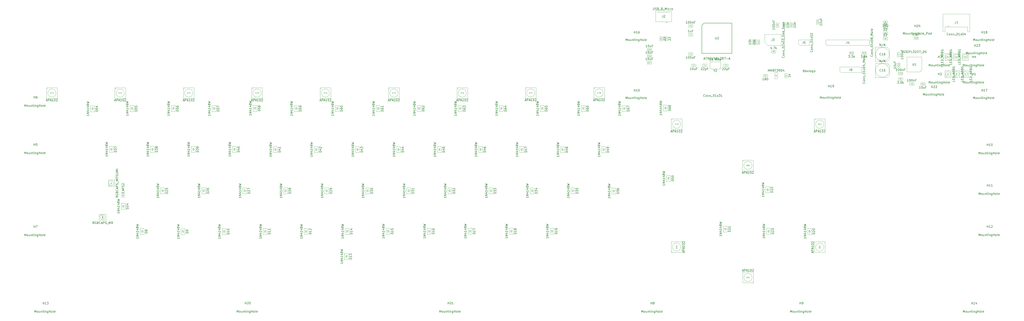
<source format=gbr>
%TF.GenerationSoftware,KiCad,Pcbnew,8.0.5*%
%TF.CreationDate,2025-01-08T19:28:40+01:00*%
%TF.ProjectId,A500KB,41353030-4b42-42e6-9b69-6361645f7063,rev?*%
%TF.SameCoordinates,Original*%
%TF.FileFunction,AssemblyDrawing,Top*%
%FSLAX46Y46*%
G04 Gerber Fmt 4.6, Leading zero omitted, Abs format (unit mm)*
G04 Created by KiCad (PCBNEW 8.0.5) date 2025-01-08 19:28:40*
%MOMM*%
%LPD*%
G01*
G04 APERTURE LIST*
%ADD10C,0.150000*%
%ADD11C,0.080000*%
%ADD12C,0.050000*%
%ADD13C,0.075000*%
%ADD14C,0.060000*%
%ADD15C,0.100000*%
G04 APERTURE END LIST*
D10*
X69193580Y-306044428D02*
X69241200Y-306092047D01*
X69241200Y-306092047D02*
X69288819Y-306234904D01*
X69288819Y-306234904D02*
X69288819Y-306330142D01*
X69288819Y-306330142D02*
X69241200Y-306472999D01*
X69241200Y-306472999D02*
X69145961Y-306568237D01*
X69145961Y-306568237D02*
X69050723Y-306615856D01*
X69050723Y-306615856D02*
X68860247Y-306663475D01*
X68860247Y-306663475D02*
X68717390Y-306663475D01*
X68717390Y-306663475D02*
X68526914Y-306615856D01*
X68526914Y-306615856D02*
X68431676Y-306568237D01*
X68431676Y-306568237D02*
X68336438Y-306472999D01*
X68336438Y-306472999D02*
X68288819Y-306330142D01*
X68288819Y-306330142D02*
X68288819Y-306234904D01*
X68288819Y-306234904D02*
X68336438Y-306092047D01*
X68336438Y-306092047D02*
X68384057Y-306044428D01*
X69003104Y-305663475D02*
X69003104Y-305187285D01*
X69288819Y-305758713D02*
X68288819Y-305425380D01*
X68288819Y-305425380D02*
X69288819Y-305092047D01*
X69288819Y-304758713D02*
X68288819Y-304758713D01*
X68288819Y-304758713D02*
X68288819Y-304377761D01*
X68288819Y-304377761D02*
X68336438Y-304282523D01*
X68336438Y-304282523D02*
X68384057Y-304234904D01*
X68384057Y-304234904D02*
X68479295Y-304187285D01*
X68479295Y-304187285D02*
X68622152Y-304187285D01*
X68622152Y-304187285D02*
X68717390Y-304234904D01*
X68717390Y-304234904D02*
X68765009Y-304282523D01*
X68765009Y-304282523D02*
X68812628Y-304377761D01*
X68812628Y-304377761D02*
X68812628Y-304758713D01*
X69241200Y-303806332D02*
X69288819Y-303663475D01*
X69288819Y-303663475D02*
X69288819Y-303425380D01*
X69288819Y-303425380D02*
X69241200Y-303330142D01*
X69241200Y-303330142D02*
X69193580Y-303282523D01*
X69193580Y-303282523D02*
X69098342Y-303234904D01*
X69098342Y-303234904D02*
X69003104Y-303234904D01*
X69003104Y-303234904D02*
X68907866Y-303282523D01*
X68907866Y-303282523D02*
X68860247Y-303330142D01*
X68860247Y-303330142D02*
X68812628Y-303425380D01*
X68812628Y-303425380D02*
X68765009Y-303615856D01*
X68765009Y-303615856D02*
X68717390Y-303711094D01*
X68717390Y-303711094D02*
X68669771Y-303758713D01*
X68669771Y-303758713D02*
X68574533Y-303806332D01*
X68574533Y-303806332D02*
X68479295Y-303806332D01*
X68479295Y-303806332D02*
X68384057Y-303758713D01*
X68384057Y-303758713D02*
X68336438Y-303711094D01*
X68336438Y-303711094D02*
X68288819Y-303615856D01*
X68288819Y-303615856D02*
X68288819Y-303377761D01*
X68288819Y-303377761D02*
X68336438Y-303234904D01*
X68384057Y-302853951D02*
X68336438Y-302806332D01*
X68336438Y-302806332D02*
X68288819Y-302711094D01*
X68288819Y-302711094D02*
X68288819Y-302472999D01*
X68288819Y-302472999D02*
X68336438Y-302377761D01*
X68336438Y-302377761D02*
X68384057Y-302330142D01*
X68384057Y-302330142D02*
X68479295Y-302282523D01*
X68479295Y-302282523D02*
X68574533Y-302282523D01*
X68574533Y-302282523D02*
X68717390Y-302330142D01*
X68717390Y-302330142D02*
X69288819Y-302901570D01*
X69288819Y-302901570D02*
X69288819Y-302282523D01*
D11*
X69010349Y-308144047D02*
X68510349Y-308144047D01*
X68510349Y-308144047D02*
X68510349Y-308024999D01*
X68510349Y-308024999D02*
X68534159Y-307953571D01*
X68534159Y-307953571D02*
X68581778Y-307905952D01*
X68581778Y-307905952D02*
X68629397Y-307882142D01*
X68629397Y-307882142D02*
X68724635Y-307858333D01*
X68724635Y-307858333D02*
X68796063Y-307858333D01*
X68796063Y-307858333D02*
X68891301Y-307882142D01*
X68891301Y-307882142D02*
X68938920Y-307905952D01*
X68938920Y-307905952D02*
X68986540Y-307953571D01*
X68986540Y-307953571D02*
X69010349Y-308024999D01*
X69010349Y-308024999D02*
X69010349Y-308144047D01*
X68557968Y-307667856D02*
X68534159Y-307644047D01*
X68534159Y-307644047D02*
X68510349Y-307596428D01*
X68510349Y-307596428D02*
X68510349Y-307477380D01*
X68510349Y-307477380D02*
X68534159Y-307429761D01*
X68534159Y-307429761D02*
X68557968Y-307405952D01*
X68557968Y-307405952D02*
X68605587Y-307382142D01*
X68605587Y-307382142D02*
X68653206Y-307382142D01*
X68653206Y-307382142D02*
X68724635Y-307405952D01*
X68724635Y-307405952D02*
X69010349Y-307691666D01*
X69010349Y-307691666D02*
X69010349Y-307382142D01*
D10*
X368559524Y-250154819D02*
X368559524Y-249154819D01*
X368559524Y-249154819D02*
X368892857Y-249869104D01*
X368892857Y-249869104D02*
X369226190Y-249154819D01*
X369226190Y-249154819D02*
X369226190Y-250154819D01*
X369702381Y-250154819D02*
X369702381Y-249154819D01*
X369702381Y-249154819D02*
X370035714Y-249869104D01*
X370035714Y-249869104D02*
X370369047Y-249154819D01*
X370369047Y-249154819D02*
X370369047Y-250154819D01*
X371178571Y-249631009D02*
X371321428Y-249678628D01*
X371321428Y-249678628D02*
X371369047Y-249726247D01*
X371369047Y-249726247D02*
X371416666Y-249821485D01*
X371416666Y-249821485D02*
X371416666Y-249964342D01*
X371416666Y-249964342D02*
X371369047Y-250059580D01*
X371369047Y-250059580D02*
X371321428Y-250107200D01*
X371321428Y-250107200D02*
X371226190Y-250154819D01*
X371226190Y-250154819D02*
X370845238Y-250154819D01*
X370845238Y-250154819D02*
X370845238Y-249154819D01*
X370845238Y-249154819D02*
X371178571Y-249154819D01*
X371178571Y-249154819D02*
X371273809Y-249202438D01*
X371273809Y-249202438D02*
X371321428Y-249250057D01*
X371321428Y-249250057D02*
X371369047Y-249345295D01*
X371369047Y-249345295D02*
X371369047Y-249440533D01*
X371369047Y-249440533D02*
X371321428Y-249535771D01*
X371321428Y-249535771D02*
X371273809Y-249583390D01*
X371273809Y-249583390D02*
X371178571Y-249631009D01*
X371178571Y-249631009D02*
X370845238Y-249631009D01*
X371702381Y-249154819D02*
X372273809Y-249154819D01*
X371988095Y-250154819D02*
X371988095Y-249154819D01*
X372511905Y-249154819D02*
X373130952Y-249154819D01*
X373130952Y-249154819D02*
X372797619Y-249535771D01*
X372797619Y-249535771D02*
X372940476Y-249535771D01*
X372940476Y-249535771D02*
X373035714Y-249583390D01*
X373035714Y-249583390D02*
X373083333Y-249631009D01*
X373083333Y-249631009D02*
X373130952Y-249726247D01*
X373130952Y-249726247D02*
X373130952Y-249964342D01*
X373130952Y-249964342D02*
X373083333Y-250059580D01*
X373083333Y-250059580D02*
X373035714Y-250107200D01*
X373035714Y-250107200D02*
X372940476Y-250154819D01*
X372940476Y-250154819D02*
X372654762Y-250154819D01*
X372654762Y-250154819D02*
X372559524Y-250107200D01*
X372559524Y-250107200D02*
X372511905Y-250059580D01*
X373607143Y-250154819D02*
X373797619Y-250154819D01*
X373797619Y-250154819D02*
X373892857Y-250107200D01*
X373892857Y-250107200D02*
X373940476Y-250059580D01*
X373940476Y-250059580D02*
X374035714Y-249916723D01*
X374035714Y-249916723D02*
X374083333Y-249726247D01*
X374083333Y-249726247D02*
X374083333Y-249345295D01*
X374083333Y-249345295D02*
X374035714Y-249250057D01*
X374035714Y-249250057D02*
X373988095Y-249202438D01*
X373988095Y-249202438D02*
X373892857Y-249154819D01*
X373892857Y-249154819D02*
X373702381Y-249154819D01*
X373702381Y-249154819D02*
X373607143Y-249202438D01*
X373607143Y-249202438D02*
X373559524Y-249250057D01*
X373559524Y-249250057D02*
X373511905Y-249345295D01*
X373511905Y-249345295D02*
X373511905Y-249583390D01*
X373511905Y-249583390D02*
X373559524Y-249678628D01*
X373559524Y-249678628D02*
X373607143Y-249726247D01*
X373607143Y-249726247D02*
X373702381Y-249773866D01*
X373702381Y-249773866D02*
X373892857Y-249773866D01*
X373892857Y-249773866D02*
X373988095Y-249726247D01*
X373988095Y-249726247D02*
X374035714Y-249678628D01*
X374035714Y-249678628D02*
X374083333Y-249583390D01*
X374702381Y-249154819D02*
X374797619Y-249154819D01*
X374797619Y-249154819D02*
X374892857Y-249202438D01*
X374892857Y-249202438D02*
X374940476Y-249250057D01*
X374940476Y-249250057D02*
X374988095Y-249345295D01*
X374988095Y-249345295D02*
X375035714Y-249535771D01*
X375035714Y-249535771D02*
X375035714Y-249773866D01*
X375035714Y-249773866D02*
X374988095Y-249964342D01*
X374988095Y-249964342D02*
X374940476Y-250059580D01*
X374940476Y-250059580D02*
X374892857Y-250107200D01*
X374892857Y-250107200D02*
X374797619Y-250154819D01*
X374797619Y-250154819D02*
X374702381Y-250154819D01*
X374702381Y-250154819D02*
X374607143Y-250107200D01*
X374607143Y-250107200D02*
X374559524Y-250059580D01*
X374559524Y-250059580D02*
X374511905Y-249964342D01*
X374511905Y-249964342D02*
X374464286Y-249773866D01*
X374464286Y-249773866D02*
X374464286Y-249535771D01*
X374464286Y-249535771D02*
X374511905Y-249345295D01*
X374511905Y-249345295D02*
X374559524Y-249250057D01*
X374559524Y-249250057D02*
X374607143Y-249202438D01*
X374607143Y-249202438D02*
X374702381Y-249154819D01*
X375892857Y-249488152D02*
X375892857Y-250154819D01*
X375654762Y-249107200D02*
X375416667Y-249821485D01*
X375416667Y-249821485D02*
X376035714Y-249821485D01*
D12*
X372219523Y-252275914D02*
X372189047Y-252260676D01*
X372189047Y-252260676D02*
X372158571Y-252230200D01*
X372158571Y-252230200D02*
X372112857Y-252184485D01*
X372112857Y-252184485D02*
X372082380Y-252169247D01*
X372082380Y-252169247D02*
X372051904Y-252169247D01*
X372067142Y-252245438D02*
X372036666Y-252230200D01*
X372036666Y-252230200D02*
X372006190Y-252199723D01*
X372006190Y-252199723D02*
X371990952Y-252138771D01*
X371990952Y-252138771D02*
X371990952Y-252032104D01*
X371990952Y-252032104D02*
X372006190Y-251971152D01*
X372006190Y-251971152D02*
X372036666Y-251940676D01*
X372036666Y-251940676D02*
X372067142Y-251925438D01*
X372067142Y-251925438D02*
X372128095Y-251925438D01*
X372128095Y-251925438D02*
X372158571Y-251940676D01*
X372158571Y-251940676D02*
X372189047Y-251971152D01*
X372189047Y-251971152D02*
X372204285Y-252032104D01*
X372204285Y-252032104D02*
X372204285Y-252138771D01*
X372204285Y-252138771D02*
X372189047Y-252199723D01*
X372189047Y-252199723D02*
X372158571Y-252230200D01*
X372158571Y-252230200D02*
X372128095Y-252245438D01*
X372128095Y-252245438D02*
X372067142Y-252245438D01*
X372509047Y-252245438D02*
X372326190Y-252245438D01*
X372417618Y-252245438D02*
X372417618Y-251925438D01*
X372417618Y-251925438D02*
X372387142Y-251971152D01*
X372387142Y-251971152D02*
X372356666Y-252001628D01*
X372356666Y-252001628D02*
X372326190Y-252016866D01*
D10*
X378904819Y-252194047D02*
X378904819Y-252765475D01*
X378904819Y-252479761D02*
X377904819Y-252479761D01*
X377904819Y-252479761D02*
X378047676Y-252574999D01*
X378047676Y-252574999D02*
X378142914Y-252670237D01*
X378142914Y-252670237D02*
X378190533Y-252765475D01*
X378904819Y-251765475D02*
X377904819Y-251765475D01*
X378523866Y-251670237D02*
X378904819Y-251384523D01*
X378238152Y-251384523D02*
X378619104Y-251765475D01*
D11*
X377027149Y-252158333D02*
X376789054Y-252324999D01*
X377027149Y-252444047D02*
X376527149Y-252444047D01*
X376527149Y-252444047D02*
X376527149Y-252253571D01*
X376527149Y-252253571D02*
X376550959Y-252205952D01*
X376550959Y-252205952D02*
X376574768Y-252182142D01*
X376574768Y-252182142D02*
X376622387Y-252158333D01*
X376622387Y-252158333D02*
X376693816Y-252158333D01*
X376693816Y-252158333D02*
X376741435Y-252182142D01*
X376741435Y-252182142D02*
X376765244Y-252205952D01*
X376765244Y-252205952D02*
X376789054Y-252253571D01*
X376789054Y-252253571D02*
X376789054Y-252444047D01*
X377027149Y-251682142D02*
X377027149Y-251967856D01*
X377027149Y-251824999D02*
X376527149Y-251824999D01*
X376527149Y-251824999D02*
X376598578Y-251872618D01*
X376598578Y-251872618D02*
X376646197Y-251920237D01*
X376646197Y-251920237D02*
X376670006Y-251967856D01*
D10*
X366583333Y-254204819D02*
X366011905Y-254204819D01*
X366297619Y-254204819D02*
X366297619Y-253204819D01*
X366297619Y-253204819D02*
X366202381Y-253347676D01*
X366202381Y-253347676D02*
X366107143Y-253442914D01*
X366107143Y-253442914D02*
X366011905Y-253490533D01*
X367154762Y-253633390D02*
X367059524Y-253585771D01*
X367059524Y-253585771D02*
X367011905Y-253538152D01*
X367011905Y-253538152D02*
X366964286Y-253442914D01*
X366964286Y-253442914D02*
X366964286Y-253395295D01*
X366964286Y-253395295D02*
X367011905Y-253300057D01*
X367011905Y-253300057D02*
X367059524Y-253252438D01*
X367059524Y-253252438D02*
X367154762Y-253204819D01*
X367154762Y-253204819D02*
X367345238Y-253204819D01*
X367345238Y-253204819D02*
X367440476Y-253252438D01*
X367440476Y-253252438D02*
X367488095Y-253300057D01*
X367488095Y-253300057D02*
X367535714Y-253395295D01*
X367535714Y-253395295D02*
X367535714Y-253442914D01*
X367535714Y-253442914D02*
X367488095Y-253538152D01*
X367488095Y-253538152D02*
X367440476Y-253585771D01*
X367440476Y-253585771D02*
X367345238Y-253633390D01*
X367345238Y-253633390D02*
X367154762Y-253633390D01*
X367154762Y-253633390D02*
X367059524Y-253681009D01*
X367059524Y-253681009D02*
X367011905Y-253728628D01*
X367011905Y-253728628D02*
X366964286Y-253823866D01*
X366964286Y-253823866D02*
X366964286Y-254014342D01*
X366964286Y-254014342D02*
X367011905Y-254109580D01*
X367011905Y-254109580D02*
X367059524Y-254157200D01*
X367059524Y-254157200D02*
X367154762Y-254204819D01*
X367154762Y-254204819D02*
X367345238Y-254204819D01*
X367345238Y-254204819D02*
X367440476Y-254157200D01*
X367440476Y-254157200D02*
X367488095Y-254109580D01*
X367488095Y-254109580D02*
X367535714Y-254014342D01*
X367535714Y-254014342D02*
X367535714Y-253823866D01*
X367535714Y-253823866D02*
X367488095Y-253728628D01*
X367488095Y-253728628D02*
X367440476Y-253681009D01*
X367440476Y-253681009D02*
X367345238Y-253633390D01*
X368154762Y-253204819D02*
X368250000Y-253204819D01*
X368250000Y-253204819D02*
X368345238Y-253252438D01*
X368345238Y-253252438D02*
X368392857Y-253300057D01*
X368392857Y-253300057D02*
X368440476Y-253395295D01*
X368440476Y-253395295D02*
X368488095Y-253585771D01*
X368488095Y-253585771D02*
X368488095Y-253823866D01*
X368488095Y-253823866D02*
X368440476Y-254014342D01*
X368440476Y-254014342D02*
X368392857Y-254109580D01*
X368392857Y-254109580D02*
X368345238Y-254157200D01*
X368345238Y-254157200D02*
X368250000Y-254204819D01*
X368250000Y-254204819D02*
X368154762Y-254204819D01*
X368154762Y-254204819D02*
X368059524Y-254157200D01*
X368059524Y-254157200D02*
X368011905Y-254109580D01*
X368011905Y-254109580D02*
X367964286Y-254014342D01*
X367964286Y-254014342D02*
X367916667Y-253823866D01*
X367916667Y-253823866D02*
X367916667Y-253585771D01*
X367916667Y-253585771D02*
X367964286Y-253395295D01*
X367964286Y-253395295D02*
X368011905Y-253300057D01*
X368011905Y-253300057D02*
X368059524Y-253252438D01*
X368059524Y-253252438D02*
X368154762Y-253204819D01*
D11*
X367166666Y-252327149D02*
X367000000Y-252089054D01*
X366880952Y-252327149D02*
X366880952Y-251827149D01*
X366880952Y-251827149D02*
X367071428Y-251827149D01*
X367071428Y-251827149D02*
X367119047Y-251850959D01*
X367119047Y-251850959D02*
X367142857Y-251874768D01*
X367142857Y-251874768D02*
X367166666Y-251922387D01*
X367166666Y-251922387D02*
X367166666Y-251993816D01*
X367166666Y-251993816D02*
X367142857Y-252041435D01*
X367142857Y-252041435D02*
X367119047Y-252065244D01*
X367119047Y-252065244D02*
X367071428Y-252089054D01*
X367071428Y-252089054D02*
X366880952Y-252089054D01*
X367357143Y-251874768D02*
X367380952Y-251850959D01*
X367380952Y-251850959D02*
X367428571Y-251827149D01*
X367428571Y-251827149D02*
X367547619Y-251827149D01*
X367547619Y-251827149D02*
X367595238Y-251850959D01*
X367595238Y-251850959D02*
X367619047Y-251874768D01*
X367619047Y-251874768D02*
X367642857Y-251922387D01*
X367642857Y-251922387D02*
X367642857Y-251970006D01*
X367642857Y-251970006D02*
X367619047Y-252041435D01*
X367619047Y-252041435D02*
X367333333Y-252327149D01*
X367333333Y-252327149D02*
X367642857Y-252327149D01*
D10*
X331904761Y-231854819D02*
X331333333Y-231854819D01*
X331619047Y-231854819D02*
X331619047Y-230854819D01*
X331619047Y-230854819D02*
X331523809Y-230997676D01*
X331523809Y-230997676D02*
X331428571Y-231092914D01*
X331428571Y-231092914D02*
X331333333Y-231140533D01*
X332761904Y-231188152D02*
X332761904Y-231854819D01*
X332333333Y-231188152D02*
X332333333Y-231711961D01*
X332333333Y-231711961D02*
X332380952Y-231807200D01*
X332380952Y-231807200D02*
X332476190Y-231854819D01*
X332476190Y-231854819D02*
X332619047Y-231854819D01*
X332619047Y-231854819D02*
X332714285Y-231807200D01*
X332714285Y-231807200D02*
X332761904Y-231759580D01*
X333571428Y-231331009D02*
X333238095Y-231331009D01*
X333238095Y-231854819D02*
X333238095Y-230854819D01*
X333238095Y-230854819D02*
X333714285Y-230854819D01*
D11*
X332416666Y-233229530D02*
X332392857Y-233253340D01*
X332392857Y-233253340D02*
X332321428Y-233277149D01*
X332321428Y-233277149D02*
X332273809Y-233277149D01*
X332273809Y-233277149D02*
X332202381Y-233253340D01*
X332202381Y-233253340D02*
X332154762Y-233205720D01*
X332154762Y-233205720D02*
X332130952Y-233158101D01*
X332130952Y-233158101D02*
X332107143Y-233062863D01*
X332107143Y-233062863D02*
X332107143Y-232991435D01*
X332107143Y-232991435D02*
X332130952Y-232896197D01*
X332130952Y-232896197D02*
X332154762Y-232848578D01*
X332154762Y-232848578D02*
X332202381Y-232800959D01*
X332202381Y-232800959D02*
X332273809Y-232777149D01*
X332273809Y-232777149D02*
X332321428Y-232777149D01*
X332321428Y-232777149D02*
X332392857Y-232800959D01*
X332392857Y-232800959D02*
X332416666Y-232824768D01*
X332869047Y-232777149D02*
X332630952Y-232777149D01*
X332630952Y-232777149D02*
X332607143Y-233015244D01*
X332607143Y-233015244D02*
X332630952Y-232991435D01*
X332630952Y-232991435D02*
X332678571Y-232967625D01*
X332678571Y-232967625D02*
X332797619Y-232967625D01*
X332797619Y-232967625D02*
X332845238Y-232991435D01*
X332845238Y-232991435D02*
X332869047Y-233015244D01*
X332869047Y-233015244D02*
X332892857Y-233062863D01*
X332892857Y-233062863D02*
X332892857Y-233181911D01*
X332892857Y-233181911D02*
X332869047Y-233229530D01*
X332869047Y-233229530D02*
X332845238Y-233253340D01*
X332845238Y-233253340D02*
X332797619Y-233277149D01*
X332797619Y-233277149D02*
X332678571Y-233277149D01*
X332678571Y-233277149D02*
X332630952Y-233253340D01*
X332630952Y-233253340D02*
X332607143Y-233229530D01*
D10*
X371626019Y-230096819D02*
X371626019Y-230668247D01*
X371626019Y-230382533D02*
X370626019Y-230382533D01*
X370626019Y-230382533D02*
X370768876Y-230477771D01*
X370768876Y-230477771D02*
X370864114Y-230573009D01*
X370864114Y-230573009D02*
X370911733Y-230668247D01*
X370626019Y-229477771D02*
X370626019Y-229382533D01*
X370626019Y-229382533D02*
X370673638Y-229287295D01*
X370673638Y-229287295D02*
X370721257Y-229239676D01*
X370721257Y-229239676D02*
X370816495Y-229192057D01*
X370816495Y-229192057D02*
X371006971Y-229144438D01*
X371006971Y-229144438D02*
X371245066Y-229144438D01*
X371245066Y-229144438D02*
X371435542Y-229192057D01*
X371435542Y-229192057D02*
X371530780Y-229239676D01*
X371530780Y-229239676D02*
X371578400Y-229287295D01*
X371578400Y-229287295D02*
X371626019Y-229382533D01*
X371626019Y-229382533D02*
X371626019Y-229477771D01*
X371626019Y-229477771D02*
X371578400Y-229573009D01*
X371578400Y-229573009D02*
X371530780Y-229620628D01*
X371530780Y-229620628D02*
X371435542Y-229668247D01*
X371435542Y-229668247D02*
X371245066Y-229715866D01*
X371245066Y-229715866D02*
X371006971Y-229715866D01*
X371006971Y-229715866D02*
X370816495Y-229668247D01*
X370816495Y-229668247D02*
X370721257Y-229620628D01*
X370721257Y-229620628D02*
X370673638Y-229573009D01*
X370673638Y-229573009D02*
X370626019Y-229477771D01*
X370626019Y-228525390D02*
X370626019Y-228430152D01*
X370626019Y-228430152D02*
X370673638Y-228334914D01*
X370673638Y-228334914D02*
X370721257Y-228287295D01*
X370721257Y-228287295D02*
X370816495Y-228239676D01*
X370816495Y-228239676D02*
X371006971Y-228192057D01*
X371006971Y-228192057D02*
X371245066Y-228192057D01*
X371245066Y-228192057D02*
X371435542Y-228239676D01*
X371435542Y-228239676D02*
X371530780Y-228287295D01*
X371530780Y-228287295D02*
X371578400Y-228334914D01*
X371578400Y-228334914D02*
X371626019Y-228430152D01*
X371626019Y-228430152D02*
X371626019Y-228525390D01*
X371626019Y-228525390D02*
X371578400Y-228620628D01*
X371578400Y-228620628D02*
X371530780Y-228668247D01*
X371530780Y-228668247D02*
X371435542Y-228715866D01*
X371435542Y-228715866D02*
X371245066Y-228763485D01*
X371245066Y-228763485D02*
X371006971Y-228763485D01*
X371006971Y-228763485D02*
X370816495Y-228715866D01*
X370816495Y-228715866D02*
X370721257Y-228668247D01*
X370721257Y-228668247D02*
X370673638Y-228620628D01*
X370673638Y-228620628D02*
X370626019Y-228525390D01*
X370959352Y-227763485D02*
X371626019Y-227763485D01*
X371054590Y-227763485D02*
X371006971Y-227715866D01*
X371006971Y-227715866D02*
X370959352Y-227620628D01*
X370959352Y-227620628D02*
X370959352Y-227477771D01*
X370959352Y-227477771D02*
X371006971Y-227382533D01*
X371006971Y-227382533D02*
X371102209Y-227334914D01*
X371102209Y-227334914D02*
X371626019Y-227334914D01*
X371102209Y-226525390D02*
X371102209Y-226858723D01*
X371626019Y-226858723D02*
X370626019Y-226858723D01*
X370626019Y-226858723D02*
X370626019Y-226382533D01*
D11*
X373000730Y-228632533D02*
X373024540Y-228656342D01*
X373024540Y-228656342D02*
X373048349Y-228727771D01*
X373048349Y-228727771D02*
X373048349Y-228775390D01*
X373048349Y-228775390D02*
X373024540Y-228846818D01*
X373024540Y-228846818D02*
X372976920Y-228894437D01*
X372976920Y-228894437D02*
X372929301Y-228918247D01*
X372929301Y-228918247D02*
X372834063Y-228942056D01*
X372834063Y-228942056D02*
X372762635Y-228942056D01*
X372762635Y-228942056D02*
X372667397Y-228918247D01*
X372667397Y-228918247D02*
X372619778Y-228894437D01*
X372619778Y-228894437D02*
X372572159Y-228846818D01*
X372572159Y-228846818D02*
X372548349Y-228775390D01*
X372548349Y-228775390D02*
X372548349Y-228727771D01*
X372548349Y-228727771D02*
X372572159Y-228656342D01*
X372572159Y-228656342D02*
X372595968Y-228632533D01*
X372548349Y-228203961D02*
X372548349Y-228299199D01*
X372548349Y-228299199D02*
X372572159Y-228346818D01*
X372572159Y-228346818D02*
X372595968Y-228370628D01*
X372595968Y-228370628D02*
X372667397Y-228418247D01*
X372667397Y-228418247D02*
X372762635Y-228442056D01*
X372762635Y-228442056D02*
X372953111Y-228442056D01*
X372953111Y-228442056D02*
X373000730Y-228418247D01*
X373000730Y-228418247D02*
X373024540Y-228394437D01*
X373024540Y-228394437D02*
X373048349Y-228346818D01*
X373048349Y-228346818D02*
X373048349Y-228251580D01*
X373048349Y-228251580D02*
X373024540Y-228203961D01*
X373024540Y-228203961D02*
X373000730Y-228180152D01*
X373000730Y-228180152D02*
X372953111Y-228156342D01*
X372953111Y-228156342D02*
X372834063Y-228156342D01*
X372834063Y-228156342D02*
X372786444Y-228180152D01*
X372786444Y-228180152D02*
X372762635Y-228203961D01*
X372762635Y-228203961D02*
X372738825Y-228251580D01*
X372738825Y-228251580D02*
X372738825Y-228346818D01*
X372738825Y-228346818D02*
X372762635Y-228394437D01*
X372762635Y-228394437D02*
X372786444Y-228418247D01*
X372786444Y-228418247D02*
X372834063Y-228442056D01*
D10*
X375969580Y-243122858D02*
X376017200Y-243170477D01*
X376017200Y-243170477D02*
X376064819Y-243313334D01*
X376064819Y-243313334D02*
X376064819Y-243408572D01*
X376064819Y-243408572D02*
X376017200Y-243551429D01*
X376017200Y-243551429D02*
X375921961Y-243646667D01*
X375921961Y-243646667D02*
X375826723Y-243694286D01*
X375826723Y-243694286D02*
X375636247Y-243741905D01*
X375636247Y-243741905D02*
X375493390Y-243741905D01*
X375493390Y-243741905D02*
X375302914Y-243694286D01*
X375302914Y-243694286D02*
X375207676Y-243646667D01*
X375207676Y-243646667D02*
X375112438Y-243551429D01*
X375112438Y-243551429D02*
X375064819Y-243408572D01*
X375064819Y-243408572D02*
X375064819Y-243313334D01*
X375064819Y-243313334D02*
X375112438Y-243170477D01*
X375112438Y-243170477D02*
X375160057Y-243122858D01*
X376064819Y-242551429D02*
X376017200Y-242646667D01*
X376017200Y-242646667D02*
X375969580Y-242694286D01*
X375969580Y-242694286D02*
X375874342Y-242741905D01*
X375874342Y-242741905D02*
X375588628Y-242741905D01*
X375588628Y-242741905D02*
X375493390Y-242694286D01*
X375493390Y-242694286D02*
X375445771Y-242646667D01*
X375445771Y-242646667D02*
X375398152Y-242551429D01*
X375398152Y-242551429D02*
X375398152Y-242408572D01*
X375398152Y-242408572D02*
X375445771Y-242313334D01*
X375445771Y-242313334D02*
X375493390Y-242265715D01*
X375493390Y-242265715D02*
X375588628Y-242218096D01*
X375588628Y-242218096D02*
X375874342Y-242218096D01*
X375874342Y-242218096D02*
X375969580Y-242265715D01*
X375969580Y-242265715D02*
X376017200Y-242313334D01*
X376017200Y-242313334D02*
X376064819Y-242408572D01*
X376064819Y-242408572D02*
X376064819Y-242551429D01*
X375398152Y-241789524D02*
X376064819Y-241789524D01*
X375493390Y-241789524D02*
X375445771Y-241741905D01*
X375445771Y-241741905D02*
X375398152Y-241646667D01*
X375398152Y-241646667D02*
X375398152Y-241503810D01*
X375398152Y-241503810D02*
X375445771Y-241408572D01*
X375445771Y-241408572D02*
X375541009Y-241360953D01*
X375541009Y-241360953D02*
X376064819Y-241360953D01*
X375398152Y-240884762D02*
X376064819Y-240884762D01*
X375493390Y-240884762D02*
X375445771Y-240837143D01*
X375445771Y-240837143D02*
X375398152Y-240741905D01*
X375398152Y-240741905D02*
X375398152Y-240599048D01*
X375398152Y-240599048D02*
X375445771Y-240503810D01*
X375445771Y-240503810D02*
X375541009Y-240456191D01*
X375541009Y-240456191D02*
X376064819Y-240456191D01*
X376160057Y-240218096D02*
X376160057Y-239456191D01*
X375064819Y-239027619D02*
X375064819Y-238932381D01*
X375064819Y-238932381D02*
X375112438Y-238837143D01*
X375112438Y-238837143D02*
X375160057Y-238789524D01*
X375160057Y-238789524D02*
X375255295Y-238741905D01*
X375255295Y-238741905D02*
X375445771Y-238694286D01*
X375445771Y-238694286D02*
X375683866Y-238694286D01*
X375683866Y-238694286D02*
X375874342Y-238741905D01*
X375874342Y-238741905D02*
X375969580Y-238789524D01*
X375969580Y-238789524D02*
X376017200Y-238837143D01*
X376017200Y-238837143D02*
X376064819Y-238932381D01*
X376064819Y-238932381D02*
X376064819Y-239027619D01*
X376064819Y-239027619D02*
X376017200Y-239122857D01*
X376017200Y-239122857D02*
X375969580Y-239170476D01*
X375969580Y-239170476D02*
X375874342Y-239218095D01*
X375874342Y-239218095D02*
X375683866Y-239265714D01*
X375683866Y-239265714D02*
X375445771Y-239265714D01*
X375445771Y-239265714D02*
X375255295Y-239218095D01*
X375255295Y-239218095D02*
X375160057Y-239170476D01*
X375160057Y-239170476D02*
X375112438Y-239122857D01*
X375112438Y-239122857D02*
X375064819Y-239027619D01*
X375160057Y-238313333D02*
X375112438Y-238265714D01*
X375112438Y-238265714D02*
X375064819Y-238170476D01*
X375064819Y-238170476D02*
X375064819Y-237932381D01*
X375064819Y-237932381D02*
X375112438Y-237837143D01*
X375112438Y-237837143D02*
X375160057Y-237789524D01*
X375160057Y-237789524D02*
X375255295Y-237741905D01*
X375255295Y-237741905D02*
X375350533Y-237741905D01*
X375350533Y-237741905D02*
X375493390Y-237789524D01*
X375493390Y-237789524D02*
X376064819Y-238360952D01*
X376064819Y-238360952D02*
X376064819Y-237741905D01*
X376064819Y-237408571D02*
X375398152Y-236884762D01*
X375398152Y-237408571D02*
X376064819Y-236884762D01*
X375064819Y-236313333D02*
X375064819Y-236218095D01*
X375064819Y-236218095D02*
X375112438Y-236122857D01*
X375112438Y-236122857D02*
X375160057Y-236075238D01*
X375160057Y-236075238D02*
X375255295Y-236027619D01*
X375255295Y-236027619D02*
X375445771Y-235980000D01*
X375445771Y-235980000D02*
X375683866Y-235980000D01*
X375683866Y-235980000D02*
X375874342Y-236027619D01*
X375874342Y-236027619D02*
X375969580Y-236075238D01*
X375969580Y-236075238D02*
X376017200Y-236122857D01*
X376017200Y-236122857D02*
X376064819Y-236218095D01*
X376064819Y-236218095D02*
X376064819Y-236313333D01*
X376064819Y-236313333D02*
X376017200Y-236408571D01*
X376017200Y-236408571D02*
X375969580Y-236456190D01*
X375969580Y-236456190D02*
X375874342Y-236503809D01*
X375874342Y-236503809D02*
X375683866Y-236551428D01*
X375683866Y-236551428D02*
X375445771Y-236551428D01*
X375445771Y-236551428D02*
X375255295Y-236503809D01*
X375255295Y-236503809D02*
X375160057Y-236456190D01*
X375160057Y-236456190D02*
X375112438Y-236408571D01*
X375112438Y-236408571D02*
X375064819Y-236313333D01*
X375064819Y-235646666D02*
X375064819Y-235027619D01*
X375064819Y-235027619D02*
X375445771Y-235360952D01*
X375445771Y-235360952D02*
X375445771Y-235218095D01*
X375445771Y-235218095D02*
X375493390Y-235122857D01*
X375493390Y-235122857D02*
X375541009Y-235075238D01*
X375541009Y-235075238D02*
X375636247Y-235027619D01*
X375636247Y-235027619D02*
X375874342Y-235027619D01*
X375874342Y-235027619D02*
X375969580Y-235075238D01*
X375969580Y-235075238D02*
X376017200Y-235122857D01*
X376017200Y-235122857D02*
X376064819Y-235218095D01*
X376064819Y-235218095D02*
X376064819Y-235503809D01*
X376064819Y-235503809D02*
X376017200Y-235599047D01*
X376017200Y-235599047D02*
X375969580Y-235646666D01*
X376160057Y-234837143D02*
X376160057Y-234075238D01*
X375064819Y-233646666D02*
X375064819Y-233456190D01*
X375064819Y-233456190D02*
X375112438Y-233360952D01*
X375112438Y-233360952D02*
X375207676Y-233265714D01*
X375207676Y-233265714D02*
X375398152Y-233218095D01*
X375398152Y-233218095D02*
X375731485Y-233218095D01*
X375731485Y-233218095D02*
X375921961Y-233265714D01*
X375921961Y-233265714D02*
X376017200Y-233360952D01*
X376017200Y-233360952D02*
X376064819Y-233456190D01*
X376064819Y-233456190D02*
X376064819Y-233646666D01*
X376064819Y-233646666D02*
X376017200Y-233741904D01*
X376017200Y-233741904D02*
X375921961Y-233837142D01*
X375921961Y-233837142D02*
X375731485Y-233884761D01*
X375731485Y-233884761D02*
X375398152Y-233884761D01*
X375398152Y-233884761D02*
X375207676Y-233837142D01*
X375207676Y-233837142D02*
X375112438Y-233741904D01*
X375112438Y-233741904D02*
X375064819Y-233646666D01*
X376064819Y-232360952D02*
X375064819Y-232360952D01*
X376017200Y-232360952D02*
X376064819Y-232456190D01*
X376064819Y-232456190D02*
X376064819Y-232646666D01*
X376064819Y-232646666D02*
X376017200Y-232741904D01*
X376017200Y-232741904D02*
X375969580Y-232789523D01*
X375969580Y-232789523D02*
X375874342Y-232837142D01*
X375874342Y-232837142D02*
X375588628Y-232837142D01*
X375588628Y-232837142D02*
X375493390Y-232789523D01*
X375493390Y-232789523D02*
X375445771Y-232741904D01*
X375445771Y-232741904D02*
X375398152Y-232646666D01*
X375398152Y-232646666D02*
X375398152Y-232456190D01*
X375398152Y-232456190D02*
X375445771Y-232360952D01*
X376064819Y-231456190D02*
X375064819Y-231456190D01*
X376017200Y-231456190D02*
X376064819Y-231551428D01*
X376064819Y-231551428D02*
X376064819Y-231741904D01*
X376064819Y-231741904D02*
X376017200Y-231837142D01*
X376017200Y-231837142D02*
X375969580Y-231884761D01*
X375969580Y-231884761D02*
X375874342Y-231932380D01*
X375874342Y-231932380D02*
X375588628Y-231932380D01*
X375588628Y-231932380D02*
X375493390Y-231884761D01*
X375493390Y-231884761D02*
X375445771Y-231837142D01*
X375445771Y-231837142D02*
X375398152Y-231741904D01*
X375398152Y-231741904D02*
X375398152Y-231551428D01*
X375398152Y-231551428D02*
X375445771Y-231456190D01*
X376160057Y-231218095D02*
X376160057Y-230456190D01*
X375541009Y-230218094D02*
X375541009Y-229884761D01*
X376064819Y-229741904D02*
X376064819Y-230218094D01*
X376064819Y-230218094D02*
X375064819Y-230218094D01*
X375064819Y-230218094D02*
X375064819Y-229741904D01*
X375398152Y-229408570D02*
X376064819Y-229170475D01*
X376064819Y-229170475D02*
X375398152Y-228932380D01*
X376017200Y-228170475D02*
X376064819Y-228265713D01*
X376064819Y-228265713D02*
X376064819Y-228456189D01*
X376064819Y-228456189D02*
X376017200Y-228551427D01*
X376017200Y-228551427D02*
X375921961Y-228599046D01*
X375921961Y-228599046D02*
X375541009Y-228599046D01*
X375541009Y-228599046D02*
X375445771Y-228551427D01*
X375445771Y-228551427D02*
X375398152Y-228456189D01*
X375398152Y-228456189D02*
X375398152Y-228265713D01*
X375398152Y-228265713D02*
X375445771Y-228170475D01*
X375445771Y-228170475D02*
X375541009Y-228122856D01*
X375541009Y-228122856D02*
X375636247Y-228122856D01*
X375636247Y-228122856D02*
X375731485Y-228599046D01*
X375398152Y-227694284D02*
X376064819Y-227694284D01*
X375493390Y-227694284D02*
X375445771Y-227646665D01*
X375445771Y-227646665D02*
X375398152Y-227551427D01*
X375398152Y-227551427D02*
X375398152Y-227408570D01*
X375398152Y-227408570D02*
X375445771Y-227313332D01*
X375445771Y-227313332D02*
X375541009Y-227265713D01*
X375541009Y-227265713D02*
X376064819Y-227265713D01*
X370406666Y-234934819D02*
X370406666Y-235649104D01*
X370406666Y-235649104D02*
X370359047Y-235791961D01*
X370359047Y-235791961D02*
X370263809Y-235887200D01*
X370263809Y-235887200D02*
X370120952Y-235934819D01*
X370120952Y-235934819D02*
X370025714Y-235934819D01*
X370787619Y-234934819D02*
X371406666Y-234934819D01*
X371406666Y-234934819D02*
X371073333Y-235315771D01*
X371073333Y-235315771D02*
X371216190Y-235315771D01*
X371216190Y-235315771D02*
X371311428Y-235363390D01*
X371311428Y-235363390D02*
X371359047Y-235411009D01*
X371359047Y-235411009D02*
X371406666Y-235506247D01*
X371406666Y-235506247D02*
X371406666Y-235744342D01*
X371406666Y-235744342D02*
X371359047Y-235839580D01*
X371359047Y-235839580D02*
X371311428Y-235887200D01*
X371311428Y-235887200D02*
X371216190Y-235934819D01*
X371216190Y-235934819D02*
X370930476Y-235934819D01*
X370930476Y-235934819D02*
X370835238Y-235887200D01*
X370835238Y-235887200D02*
X370787619Y-235839580D01*
X322250057Y-235686904D02*
X322202438Y-235639285D01*
X322202438Y-235639285D02*
X322154819Y-235544047D01*
X322154819Y-235544047D02*
X322154819Y-235305952D01*
X322154819Y-235305952D02*
X322202438Y-235210714D01*
X322202438Y-235210714D02*
X322250057Y-235163095D01*
X322250057Y-235163095D02*
X322345295Y-235115476D01*
X322345295Y-235115476D02*
X322440533Y-235115476D01*
X322440533Y-235115476D02*
X322583390Y-235163095D01*
X322583390Y-235163095D02*
X323154819Y-235734523D01*
X323154819Y-235734523D02*
X323154819Y-235115476D01*
X322250057Y-234734523D02*
X322202438Y-234686904D01*
X322202438Y-234686904D02*
X322154819Y-234591666D01*
X322154819Y-234591666D02*
X322154819Y-234353571D01*
X322154819Y-234353571D02*
X322202438Y-234258333D01*
X322202438Y-234258333D02*
X322250057Y-234210714D01*
X322250057Y-234210714D02*
X322345295Y-234163095D01*
X322345295Y-234163095D02*
X322440533Y-234163095D01*
X322440533Y-234163095D02*
X322583390Y-234210714D01*
X322583390Y-234210714D02*
X323154819Y-234782142D01*
X323154819Y-234782142D02*
X323154819Y-234163095D01*
D11*
X321277149Y-235008333D02*
X321039054Y-235174999D01*
X321277149Y-235294047D02*
X320777149Y-235294047D01*
X320777149Y-235294047D02*
X320777149Y-235103571D01*
X320777149Y-235103571D02*
X320800959Y-235055952D01*
X320800959Y-235055952D02*
X320824768Y-235032142D01*
X320824768Y-235032142D02*
X320872387Y-235008333D01*
X320872387Y-235008333D02*
X320943816Y-235008333D01*
X320943816Y-235008333D02*
X320991435Y-235032142D01*
X320991435Y-235032142D02*
X321015244Y-235055952D01*
X321015244Y-235055952D02*
X321039054Y-235103571D01*
X321039054Y-235103571D02*
X321039054Y-235294047D01*
X320943816Y-234579761D02*
X321277149Y-234579761D01*
X320753340Y-234698809D02*
X321110482Y-234817856D01*
X321110482Y-234817856D02*
X321110482Y-234508333D01*
D10*
X370121428Y-239038152D02*
X370121428Y-239704819D01*
X369883333Y-238657200D02*
X369645238Y-239371485D01*
X369645238Y-239371485D02*
X370264285Y-239371485D01*
X370645238Y-239609580D02*
X370692857Y-239657200D01*
X370692857Y-239657200D02*
X370645238Y-239704819D01*
X370645238Y-239704819D02*
X370597619Y-239657200D01*
X370597619Y-239657200D02*
X370645238Y-239609580D01*
X370645238Y-239609580D02*
X370645238Y-239704819D01*
X371026190Y-238704819D02*
X371692856Y-238704819D01*
X371692856Y-238704819D02*
X371264285Y-239704819D01*
X372073809Y-239704819D02*
X372073809Y-238704819D01*
X372169047Y-239323866D02*
X372454761Y-239704819D01*
X372454761Y-239038152D02*
X372073809Y-239419104D01*
D11*
X370966666Y-241127149D02*
X370800000Y-240889054D01*
X370680952Y-241127149D02*
X370680952Y-240627149D01*
X370680952Y-240627149D02*
X370871428Y-240627149D01*
X370871428Y-240627149D02*
X370919047Y-240650959D01*
X370919047Y-240650959D02*
X370942857Y-240674768D01*
X370942857Y-240674768D02*
X370966666Y-240722387D01*
X370966666Y-240722387D02*
X370966666Y-240793816D01*
X370966666Y-240793816D02*
X370942857Y-240841435D01*
X370942857Y-240841435D02*
X370919047Y-240865244D01*
X370919047Y-240865244D02*
X370871428Y-240889054D01*
X370871428Y-240889054D02*
X370680952Y-240889054D01*
X371419047Y-240627149D02*
X371180952Y-240627149D01*
X371180952Y-240627149D02*
X371157143Y-240865244D01*
X371157143Y-240865244D02*
X371180952Y-240841435D01*
X371180952Y-240841435D02*
X371228571Y-240817625D01*
X371228571Y-240817625D02*
X371347619Y-240817625D01*
X371347619Y-240817625D02*
X371395238Y-240841435D01*
X371395238Y-240841435D02*
X371419047Y-240865244D01*
X371419047Y-240865244D02*
X371442857Y-240912863D01*
X371442857Y-240912863D02*
X371442857Y-241031911D01*
X371442857Y-241031911D02*
X371419047Y-241079530D01*
X371419047Y-241079530D02*
X371395238Y-241103340D01*
X371395238Y-241103340D02*
X371347619Y-241127149D01*
X371347619Y-241127149D02*
X371228571Y-241127149D01*
X371228571Y-241127149D02*
X371180952Y-241103340D01*
X371180952Y-241103340D02*
X371157143Y-241079530D01*
D10*
X338724590Y-244323304D02*
X339200780Y-244323304D01*
X338629352Y-244609019D02*
X338962685Y-243609019D01*
X338962685Y-243609019D02*
X339296018Y-244609019D01*
X339486495Y-243609019D02*
X340057923Y-243609019D01*
X339772209Y-244609019D02*
X339772209Y-243609019D01*
X340438876Y-244609019D02*
X340629352Y-244609019D01*
X340629352Y-244609019D02*
X340724590Y-244561400D01*
X340724590Y-244561400D02*
X340772209Y-244513780D01*
X340772209Y-244513780D02*
X340867447Y-244370923D01*
X340867447Y-244370923D02*
X340915066Y-244180447D01*
X340915066Y-244180447D02*
X340915066Y-243799495D01*
X340915066Y-243799495D02*
X340867447Y-243704257D01*
X340867447Y-243704257D02*
X340819828Y-243656638D01*
X340819828Y-243656638D02*
X340724590Y-243609019D01*
X340724590Y-243609019D02*
X340534114Y-243609019D01*
X340534114Y-243609019D02*
X340438876Y-243656638D01*
X340438876Y-243656638D02*
X340391257Y-243704257D01*
X340391257Y-243704257D02*
X340343638Y-243799495D01*
X340343638Y-243799495D02*
X340343638Y-244037590D01*
X340343638Y-244037590D02*
X340391257Y-244132828D01*
X340391257Y-244132828D02*
X340438876Y-244180447D01*
X340438876Y-244180447D02*
X340534114Y-244228066D01*
X340534114Y-244228066D02*
X340724590Y-244228066D01*
X340724590Y-244228066D02*
X340819828Y-244180447D01*
X340819828Y-244180447D02*
X340867447Y-244132828D01*
X340867447Y-244132828D02*
X340915066Y-244037590D01*
X341534114Y-243609019D02*
X341629352Y-243609019D01*
X341629352Y-243609019D02*
X341724590Y-243656638D01*
X341724590Y-243656638D02*
X341772209Y-243704257D01*
X341772209Y-243704257D02*
X341819828Y-243799495D01*
X341819828Y-243799495D02*
X341867447Y-243989971D01*
X341867447Y-243989971D02*
X341867447Y-244228066D01*
X341867447Y-244228066D02*
X341819828Y-244418542D01*
X341819828Y-244418542D02*
X341772209Y-244513780D01*
X341772209Y-244513780D02*
X341724590Y-244561400D01*
X341724590Y-244561400D02*
X341629352Y-244609019D01*
X341629352Y-244609019D02*
X341534114Y-244609019D01*
X341534114Y-244609019D02*
X341438876Y-244561400D01*
X341438876Y-244561400D02*
X341391257Y-244513780D01*
X341391257Y-244513780D02*
X341343638Y-244418542D01*
X341343638Y-244418542D02*
X341296019Y-244228066D01*
X341296019Y-244228066D02*
X341296019Y-243989971D01*
X341296019Y-243989971D02*
X341343638Y-243799495D01*
X341343638Y-243799495D02*
X341391257Y-243704257D01*
X341391257Y-243704257D02*
X341438876Y-243656638D01*
X341438876Y-243656638D02*
X341534114Y-243609019D01*
X342296019Y-243609019D02*
X342296019Y-244418542D01*
X342296019Y-244418542D02*
X342343638Y-244513780D01*
X342343638Y-244513780D02*
X342391257Y-244561400D01*
X342391257Y-244561400D02*
X342486495Y-244609019D01*
X342486495Y-244609019D02*
X342676971Y-244609019D01*
X342676971Y-244609019D02*
X342772209Y-244561400D01*
X342772209Y-244561400D02*
X342819828Y-244513780D01*
X342819828Y-244513780D02*
X342867447Y-244418542D01*
X342867447Y-244418542D02*
X342867447Y-243609019D01*
X343296019Y-244561400D02*
X343438876Y-244609019D01*
X343438876Y-244609019D02*
X343676971Y-244609019D01*
X343676971Y-244609019D02*
X343772209Y-244561400D01*
X343772209Y-244561400D02*
X343819828Y-244513780D01*
X343819828Y-244513780D02*
X343867447Y-244418542D01*
X343867447Y-244418542D02*
X343867447Y-244323304D01*
X343867447Y-244323304D02*
X343819828Y-244228066D01*
X343819828Y-244228066D02*
X343772209Y-244180447D01*
X343772209Y-244180447D02*
X343676971Y-244132828D01*
X343676971Y-244132828D02*
X343486495Y-244085209D01*
X343486495Y-244085209D02*
X343391257Y-244037590D01*
X343391257Y-244037590D02*
X343343638Y-243989971D01*
X343343638Y-243989971D02*
X343296019Y-243894733D01*
X343296019Y-243894733D02*
X343296019Y-243799495D01*
X343296019Y-243799495D02*
X343343638Y-243704257D01*
X343343638Y-243704257D02*
X343391257Y-243656638D01*
X343391257Y-243656638D02*
X343486495Y-243609019D01*
X343486495Y-243609019D02*
X343724590Y-243609019D01*
X343724590Y-243609019D02*
X343867447Y-243656638D01*
X344629352Y-244085209D02*
X344772209Y-244132828D01*
X344772209Y-244132828D02*
X344819828Y-244180447D01*
X344819828Y-244180447D02*
X344867447Y-244275685D01*
X344867447Y-244275685D02*
X344867447Y-244418542D01*
X344867447Y-244418542D02*
X344819828Y-244513780D01*
X344819828Y-244513780D02*
X344772209Y-244561400D01*
X344772209Y-244561400D02*
X344676971Y-244609019D01*
X344676971Y-244609019D02*
X344296019Y-244609019D01*
X344296019Y-244609019D02*
X344296019Y-243609019D01*
X344296019Y-243609019D02*
X344629352Y-243609019D01*
X344629352Y-243609019D02*
X344724590Y-243656638D01*
X344724590Y-243656638D02*
X344772209Y-243704257D01*
X344772209Y-243704257D02*
X344819828Y-243799495D01*
X344819828Y-243799495D02*
X344819828Y-243894733D01*
X344819828Y-243894733D02*
X344772209Y-243989971D01*
X344772209Y-243989971D02*
X344724590Y-244037590D01*
X344724590Y-244037590D02*
X344629352Y-244085209D01*
X344629352Y-244085209D02*
X344296019Y-244085209D01*
X345819828Y-244609019D02*
X345248400Y-244609019D01*
X345534114Y-244609019D02*
X345534114Y-243609019D01*
X345534114Y-243609019D02*
X345438876Y-243751876D01*
X345438876Y-243751876D02*
X345343638Y-243847114D01*
X345343638Y-243847114D02*
X345248400Y-243894733D01*
X346200781Y-243704257D02*
X346248400Y-243656638D01*
X346248400Y-243656638D02*
X346343638Y-243609019D01*
X346343638Y-243609019D02*
X346581733Y-243609019D01*
X346581733Y-243609019D02*
X346676971Y-243656638D01*
X346676971Y-243656638D02*
X346724590Y-243704257D01*
X346724590Y-243704257D02*
X346772209Y-243799495D01*
X346772209Y-243799495D02*
X346772209Y-243894733D01*
X346772209Y-243894733D02*
X346724590Y-244037590D01*
X346724590Y-244037590D02*
X346153162Y-244609019D01*
X346153162Y-244609019D02*
X346772209Y-244609019D01*
X347343638Y-244037590D02*
X347248400Y-243989971D01*
X347248400Y-243989971D02*
X347200781Y-243942352D01*
X347200781Y-243942352D02*
X347153162Y-243847114D01*
X347153162Y-243847114D02*
X347153162Y-243799495D01*
X347153162Y-243799495D02*
X347200781Y-243704257D01*
X347200781Y-243704257D02*
X347248400Y-243656638D01*
X347248400Y-243656638D02*
X347343638Y-243609019D01*
X347343638Y-243609019D02*
X347534114Y-243609019D01*
X347534114Y-243609019D02*
X347629352Y-243656638D01*
X347629352Y-243656638D02*
X347676971Y-243704257D01*
X347676971Y-243704257D02*
X347724590Y-243799495D01*
X347724590Y-243799495D02*
X347724590Y-243847114D01*
X347724590Y-243847114D02*
X347676971Y-243942352D01*
X347676971Y-243942352D02*
X347629352Y-243989971D01*
X347629352Y-243989971D02*
X347534114Y-244037590D01*
X347534114Y-244037590D02*
X347343638Y-244037590D01*
X347343638Y-244037590D02*
X347248400Y-244085209D01*
X347248400Y-244085209D02*
X347200781Y-244132828D01*
X347200781Y-244132828D02*
X347153162Y-244228066D01*
X347153162Y-244228066D02*
X347153162Y-244418542D01*
X347153162Y-244418542D02*
X347200781Y-244513780D01*
X347200781Y-244513780D02*
X347248400Y-244561400D01*
X347248400Y-244561400D02*
X347343638Y-244609019D01*
X347343638Y-244609019D02*
X347534114Y-244609019D01*
X347534114Y-244609019D02*
X347629352Y-244561400D01*
X347629352Y-244561400D02*
X347676971Y-244513780D01*
X347676971Y-244513780D02*
X347724590Y-244418542D01*
X347724590Y-244418542D02*
X347724590Y-244228066D01*
X347724590Y-244228066D02*
X347676971Y-244132828D01*
X347676971Y-244132828D02*
X347629352Y-244085209D01*
X347629352Y-244085209D02*
X347534114Y-244037590D01*
X348057924Y-243609019D02*
X348724590Y-243609019D01*
X348724590Y-243609019D02*
X348296019Y-244609019D01*
X349105543Y-244228066D02*
X349867448Y-244228066D01*
X350296019Y-244323304D02*
X350772209Y-244323304D01*
X350200781Y-244609019D02*
X350534114Y-243609019D01*
X350534114Y-243609019D02*
X350867447Y-244609019D01*
X343986495Y-234159019D02*
X343986495Y-234968542D01*
X343986495Y-234968542D02*
X344034114Y-235063780D01*
X344034114Y-235063780D02*
X344081733Y-235111400D01*
X344081733Y-235111400D02*
X344176971Y-235159019D01*
X344176971Y-235159019D02*
X344367447Y-235159019D01*
X344367447Y-235159019D02*
X344462685Y-235111400D01*
X344462685Y-235111400D02*
X344510304Y-235063780D01*
X344510304Y-235063780D02*
X344557923Y-234968542D01*
X344557923Y-234968542D02*
X344557923Y-234159019D01*
X344986495Y-234254257D02*
X345034114Y-234206638D01*
X345034114Y-234206638D02*
X345129352Y-234159019D01*
X345129352Y-234159019D02*
X345367447Y-234159019D01*
X345367447Y-234159019D02*
X345462685Y-234206638D01*
X345462685Y-234206638D02*
X345510304Y-234254257D01*
X345510304Y-234254257D02*
X345557923Y-234349495D01*
X345557923Y-234349495D02*
X345557923Y-234444733D01*
X345557923Y-234444733D02*
X345510304Y-234587590D01*
X345510304Y-234587590D02*
X344938876Y-235159019D01*
X344938876Y-235159019D02*
X345557923Y-235159019D01*
X341901871Y-245076619D02*
X341330443Y-245076619D01*
X341616157Y-245076619D02*
X341616157Y-244076619D01*
X341616157Y-244076619D02*
X341520919Y-244219476D01*
X341520919Y-244219476D02*
X341425681Y-244314714D01*
X341425681Y-244314714D02*
X341330443Y-244362333D01*
X342759014Y-244076619D02*
X342568538Y-244076619D01*
X342568538Y-244076619D02*
X342473300Y-244124238D01*
X342473300Y-244124238D02*
X342425681Y-244171857D01*
X342425681Y-244171857D02*
X342330443Y-244314714D01*
X342330443Y-244314714D02*
X342282824Y-244505190D01*
X342282824Y-244505190D02*
X342282824Y-244886142D01*
X342282824Y-244886142D02*
X342330443Y-244981380D01*
X342330443Y-244981380D02*
X342378062Y-245029000D01*
X342378062Y-245029000D02*
X342473300Y-245076619D01*
X342473300Y-245076619D02*
X342663776Y-245076619D01*
X342663776Y-245076619D02*
X342759014Y-245029000D01*
X342759014Y-245029000D02*
X342806633Y-244981380D01*
X342806633Y-244981380D02*
X342854252Y-244886142D01*
X342854252Y-244886142D02*
X342854252Y-244648047D01*
X342854252Y-244648047D02*
X342806633Y-244552809D01*
X342806633Y-244552809D02*
X342759014Y-244505190D01*
X342759014Y-244505190D02*
X342663776Y-244457571D01*
X342663776Y-244457571D02*
X342473300Y-244457571D01*
X342473300Y-244457571D02*
X342378062Y-244505190D01*
X342378062Y-244505190D02*
X342330443Y-244552809D01*
X342330443Y-244552809D02*
X342282824Y-244648047D01*
X344044729Y-245076619D02*
X344044729Y-244076619D01*
X344044729Y-244076619D02*
X344378062Y-244790904D01*
X344378062Y-244790904D02*
X344711395Y-244076619D01*
X344711395Y-244076619D02*
X344711395Y-245076619D01*
X345187586Y-245076619D02*
X345187586Y-244076619D01*
X345187586Y-244552809D02*
X345759014Y-244552809D01*
X345759014Y-245076619D02*
X345759014Y-244076619D01*
X346139967Y-244409952D02*
X346663776Y-244409952D01*
X346663776Y-244409952D02*
X346139967Y-245076619D01*
X346139967Y-245076619D02*
X346663776Y-245076619D01*
X343497109Y-249800428D02*
X343497109Y-250276619D01*
X343163776Y-249276619D02*
X343497109Y-249800428D01*
X343497109Y-249800428D02*
X343830442Y-249276619D01*
X344116157Y-249371857D02*
X344163776Y-249324238D01*
X344163776Y-249324238D02*
X344259014Y-249276619D01*
X344259014Y-249276619D02*
X344497109Y-249276619D01*
X344497109Y-249276619D02*
X344592347Y-249324238D01*
X344592347Y-249324238D02*
X344639966Y-249371857D01*
X344639966Y-249371857D02*
X344687585Y-249467095D01*
X344687585Y-249467095D02*
X344687585Y-249562333D01*
X344687585Y-249562333D02*
X344639966Y-249705190D01*
X344639966Y-249705190D02*
X344068538Y-250276619D01*
X344068538Y-250276619D02*
X344687585Y-250276619D01*
X417069580Y-242583334D02*
X417117200Y-242630953D01*
X417117200Y-242630953D02*
X417164819Y-242773810D01*
X417164819Y-242773810D02*
X417164819Y-242869048D01*
X417164819Y-242869048D02*
X417117200Y-243011905D01*
X417117200Y-243011905D02*
X417021961Y-243107143D01*
X417021961Y-243107143D02*
X416926723Y-243154762D01*
X416926723Y-243154762D02*
X416736247Y-243202381D01*
X416736247Y-243202381D02*
X416593390Y-243202381D01*
X416593390Y-243202381D02*
X416402914Y-243154762D01*
X416402914Y-243154762D02*
X416307676Y-243107143D01*
X416307676Y-243107143D02*
X416212438Y-243011905D01*
X416212438Y-243011905D02*
X416164819Y-242869048D01*
X416164819Y-242869048D02*
X416164819Y-242773810D01*
X416164819Y-242773810D02*
X416212438Y-242630953D01*
X416212438Y-242630953D02*
X416260057Y-242583334D01*
X417164819Y-242011905D02*
X417117200Y-242107143D01*
X417117200Y-242107143D02*
X417069580Y-242154762D01*
X417069580Y-242154762D02*
X416974342Y-242202381D01*
X416974342Y-242202381D02*
X416688628Y-242202381D01*
X416688628Y-242202381D02*
X416593390Y-242154762D01*
X416593390Y-242154762D02*
X416545771Y-242107143D01*
X416545771Y-242107143D02*
X416498152Y-242011905D01*
X416498152Y-242011905D02*
X416498152Y-241869048D01*
X416498152Y-241869048D02*
X416545771Y-241773810D01*
X416545771Y-241773810D02*
X416593390Y-241726191D01*
X416593390Y-241726191D02*
X416688628Y-241678572D01*
X416688628Y-241678572D02*
X416974342Y-241678572D01*
X416974342Y-241678572D02*
X417069580Y-241726191D01*
X417069580Y-241726191D02*
X417117200Y-241773810D01*
X417117200Y-241773810D02*
X417164819Y-241869048D01*
X417164819Y-241869048D02*
X417164819Y-242011905D01*
X416498152Y-241250000D02*
X417164819Y-241250000D01*
X416593390Y-241250000D02*
X416545771Y-241202381D01*
X416545771Y-241202381D02*
X416498152Y-241107143D01*
X416498152Y-241107143D02*
X416498152Y-240964286D01*
X416498152Y-240964286D02*
X416545771Y-240869048D01*
X416545771Y-240869048D02*
X416641009Y-240821429D01*
X416641009Y-240821429D02*
X417164819Y-240821429D01*
X416498152Y-240345238D02*
X417164819Y-240345238D01*
X416593390Y-240345238D02*
X416545771Y-240297619D01*
X416545771Y-240297619D02*
X416498152Y-240202381D01*
X416498152Y-240202381D02*
X416498152Y-240059524D01*
X416498152Y-240059524D02*
X416545771Y-239964286D01*
X416545771Y-239964286D02*
X416641009Y-239916667D01*
X416641009Y-239916667D02*
X417164819Y-239916667D01*
X417260057Y-239678572D02*
X417260057Y-238916667D01*
X416164819Y-238488095D02*
X416164819Y-238392857D01*
X416164819Y-238392857D02*
X416212438Y-238297619D01*
X416212438Y-238297619D02*
X416260057Y-238250000D01*
X416260057Y-238250000D02*
X416355295Y-238202381D01*
X416355295Y-238202381D02*
X416545771Y-238154762D01*
X416545771Y-238154762D02*
X416783866Y-238154762D01*
X416783866Y-238154762D02*
X416974342Y-238202381D01*
X416974342Y-238202381D02*
X417069580Y-238250000D01*
X417069580Y-238250000D02*
X417117200Y-238297619D01*
X417117200Y-238297619D02*
X417164819Y-238392857D01*
X417164819Y-238392857D02*
X417164819Y-238488095D01*
X417164819Y-238488095D02*
X417117200Y-238583333D01*
X417117200Y-238583333D02*
X417069580Y-238630952D01*
X417069580Y-238630952D02*
X416974342Y-238678571D01*
X416974342Y-238678571D02*
X416783866Y-238726190D01*
X416783866Y-238726190D02*
X416545771Y-238726190D01*
X416545771Y-238726190D02*
X416355295Y-238678571D01*
X416355295Y-238678571D02*
X416260057Y-238630952D01*
X416260057Y-238630952D02*
X416212438Y-238583333D01*
X416212438Y-238583333D02*
X416164819Y-238488095D01*
X417164819Y-237202381D02*
X417164819Y-237773809D01*
X417164819Y-237488095D02*
X416164819Y-237488095D01*
X416164819Y-237488095D02*
X416307676Y-237583333D01*
X416307676Y-237583333D02*
X416402914Y-237678571D01*
X416402914Y-237678571D02*
X416450533Y-237773809D01*
X417164819Y-236869047D02*
X416498152Y-236345238D01*
X416498152Y-236869047D02*
X417164819Y-236345238D01*
X416164819Y-235773809D02*
X416164819Y-235678571D01*
X416164819Y-235678571D02*
X416212438Y-235583333D01*
X416212438Y-235583333D02*
X416260057Y-235535714D01*
X416260057Y-235535714D02*
X416355295Y-235488095D01*
X416355295Y-235488095D02*
X416545771Y-235440476D01*
X416545771Y-235440476D02*
X416783866Y-235440476D01*
X416783866Y-235440476D02*
X416974342Y-235488095D01*
X416974342Y-235488095D02*
X417069580Y-235535714D01*
X417069580Y-235535714D02*
X417117200Y-235583333D01*
X417117200Y-235583333D02*
X417164819Y-235678571D01*
X417164819Y-235678571D02*
X417164819Y-235773809D01*
X417164819Y-235773809D02*
X417117200Y-235869047D01*
X417117200Y-235869047D02*
X417069580Y-235916666D01*
X417069580Y-235916666D02*
X416974342Y-235964285D01*
X416974342Y-235964285D02*
X416783866Y-236011904D01*
X416783866Y-236011904D02*
X416545771Y-236011904D01*
X416545771Y-236011904D02*
X416355295Y-235964285D01*
X416355295Y-235964285D02*
X416260057Y-235916666D01*
X416260057Y-235916666D02*
X416212438Y-235869047D01*
X416212438Y-235869047D02*
X416164819Y-235773809D01*
X416593390Y-234869047D02*
X416545771Y-234964285D01*
X416545771Y-234964285D02*
X416498152Y-235011904D01*
X416498152Y-235011904D02*
X416402914Y-235059523D01*
X416402914Y-235059523D02*
X416355295Y-235059523D01*
X416355295Y-235059523D02*
X416260057Y-235011904D01*
X416260057Y-235011904D02*
X416212438Y-234964285D01*
X416212438Y-234964285D02*
X416164819Y-234869047D01*
X416164819Y-234869047D02*
X416164819Y-234678571D01*
X416164819Y-234678571D02*
X416212438Y-234583333D01*
X416212438Y-234583333D02*
X416260057Y-234535714D01*
X416260057Y-234535714D02*
X416355295Y-234488095D01*
X416355295Y-234488095D02*
X416402914Y-234488095D01*
X416402914Y-234488095D02*
X416498152Y-234535714D01*
X416498152Y-234535714D02*
X416545771Y-234583333D01*
X416545771Y-234583333D02*
X416593390Y-234678571D01*
X416593390Y-234678571D02*
X416593390Y-234869047D01*
X416593390Y-234869047D02*
X416641009Y-234964285D01*
X416641009Y-234964285D02*
X416688628Y-235011904D01*
X416688628Y-235011904D02*
X416783866Y-235059523D01*
X416783866Y-235059523D02*
X416974342Y-235059523D01*
X416974342Y-235059523D02*
X417069580Y-235011904D01*
X417069580Y-235011904D02*
X417117200Y-234964285D01*
X417117200Y-234964285D02*
X417164819Y-234869047D01*
X417164819Y-234869047D02*
X417164819Y-234678571D01*
X417164819Y-234678571D02*
X417117200Y-234583333D01*
X417117200Y-234583333D02*
X417069580Y-234535714D01*
X417069580Y-234535714D02*
X416974342Y-234488095D01*
X416974342Y-234488095D02*
X416783866Y-234488095D01*
X416783866Y-234488095D02*
X416688628Y-234535714D01*
X416688628Y-234535714D02*
X416641009Y-234583333D01*
X416641009Y-234583333D02*
X416593390Y-234678571D01*
X417260057Y-234297619D02*
X417260057Y-233535714D01*
X417164819Y-233297618D02*
X416164819Y-233297618D01*
X416164819Y-233297618D02*
X416879104Y-232964285D01*
X416879104Y-232964285D02*
X416164819Y-232630952D01*
X416164819Y-232630952D02*
X417164819Y-232630952D01*
X417164819Y-231726190D02*
X416641009Y-231726190D01*
X416641009Y-231726190D02*
X416545771Y-231773809D01*
X416545771Y-231773809D02*
X416498152Y-231869047D01*
X416498152Y-231869047D02*
X416498152Y-232059523D01*
X416498152Y-232059523D02*
X416545771Y-232154761D01*
X417117200Y-231726190D02*
X417164819Y-231821428D01*
X417164819Y-231821428D02*
X417164819Y-232059523D01*
X417164819Y-232059523D02*
X417117200Y-232154761D01*
X417117200Y-232154761D02*
X417021961Y-232202380D01*
X417021961Y-232202380D02*
X416926723Y-232202380D01*
X416926723Y-232202380D02*
X416831485Y-232154761D01*
X416831485Y-232154761D02*
X416783866Y-232059523D01*
X416783866Y-232059523D02*
X416783866Y-231821428D01*
X416783866Y-231821428D02*
X416736247Y-231726190D01*
X417164819Y-231107142D02*
X417117200Y-231202380D01*
X417117200Y-231202380D02*
X417021961Y-231249999D01*
X417021961Y-231249999D02*
X416164819Y-231249999D01*
X417117200Y-230345237D02*
X417164819Y-230440475D01*
X417164819Y-230440475D02*
X417164819Y-230630951D01*
X417164819Y-230630951D02*
X417117200Y-230726189D01*
X417117200Y-230726189D02*
X417021961Y-230773808D01*
X417021961Y-230773808D02*
X416641009Y-230773808D01*
X416641009Y-230773808D02*
X416545771Y-230726189D01*
X416545771Y-230726189D02*
X416498152Y-230630951D01*
X416498152Y-230630951D02*
X416498152Y-230440475D01*
X416498152Y-230440475D02*
X416545771Y-230345237D01*
X416545771Y-230345237D02*
X416641009Y-230297618D01*
X416641009Y-230297618D02*
X416736247Y-230297618D01*
X416736247Y-230297618D02*
X416831485Y-230773808D01*
X405156666Y-236204819D02*
X405156666Y-236919104D01*
X405156666Y-236919104D02*
X405109047Y-237061961D01*
X405109047Y-237061961D02*
X405013809Y-237157200D01*
X405013809Y-237157200D02*
X404870952Y-237204819D01*
X404870952Y-237204819D02*
X404775714Y-237204819D01*
X406061428Y-236538152D02*
X406061428Y-237204819D01*
X405823333Y-236157200D02*
X405585238Y-236871485D01*
X405585238Y-236871485D02*
X406204285Y-236871485D01*
X66477819Y-308109190D02*
X66001628Y-308442523D01*
X66477819Y-308680618D02*
X65477819Y-308680618D01*
X65477819Y-308680618D02*
X65477819Y-308299666D01*
X65477819Y-308299666D02*
X65525438Y-308204428D01*
X65525438Y-308204428D02*
X65573057Y-308156809D01*
X65573057Y-308156809D02*
X65668295Y-308109190D01*
X65668295Y-308109190D02*
X65811152Y-308109190D01*
X65811152Y-308109190D02*
X65906390Y-308156809D01*
X65906390Y-308156809D02*
X65954009Y-308204428D01*
X65954009Y-308204428D02*
X66001628Y-308299666D01*
X66001628Y-308299666D02*
X66001628Y-308680618D01*
X65525438Y-307156809D02*
X65477819Y-307252047D01*
X65477819Y-307252047D02*
X65477819Y-307394904D01*
X65477819Y-307394904D02*
X65525438Y-307537761D01*
X65525438Y-307537761D02*
X65620676Y-307632999D01*
X65620676Y-307632999D02*
X65715914Y-307680618D01*
X65715914Y-307680618D02*
X65906390Y-307728237D01*
X65906390Y-307728237D02*
X66049247Y-307728237D01*
X66049247Y-307728237D02*
X66239723Y-307680618D01*
X66239723Y-307680618D02*
X66334961Y-307632999D01*
X66334961Y-307632999D02*
X66430200Y-307537761D01*
X66430200Y-307537761D02*
X66477819Y-307394904D01*
X66477819Y-307394904D02*
X66477819Y-307299666D01*
X66477819Y-307299666D02*
X66430200Y-307156809D01*
X66430200Y-307156809D02*
X66382580Y-307109190D01*
X66382580Y-307109190D02*
X66049247Y-307109190D01*
X66049247Y-307109190D02*
X66049247Y-307299666D01*
X65954009Y-306347285D02*
X66001628Y-306204428D01*
X66001628Y-306204428D02*
X66049247Y-306156809D01*
X66049247Y-306156809D02*
X66144485Y-306109190D01*
X66144485Y-306109190D02*
X66287342Y-306109190D01*
X66287342Y-306109190D02*
X66382580Y-306156809D01*
X66382580Y-306156809D02*
X66430200Y-306204428D01*
X66430200Y-306204428D02*
X66477819Y-306299666D01*
X66477819Y-306299666D02*
X66477819Y-306680618D01*
X66477819Y-306680618D02*
X65477819Y-306680618D01*
X65477819Y-306680618D02*
X65477819Y-306347285D01*
X65477819Y-306347285D02*
X65525438Y-306252047D01*
X65525438Y-306252047D02*
X65573057Y-306204428D01*
X65573057Y-306204428D02*
X65668295Y-306156809D01*
X65668295Y-306156809D02*
X65763533Y-306156809D01*
X65763533Y-306156809D02*
X65858771Y-306204428D01*
X65858771Y-306204428D02*
X65906390Y-306252047D01*
X65906390Y-306252047D02*
X65954009Y-306347285D01*
X65954009Y-306347285D02*
X65954009Y-306680618D01*
X66382580Y-305109190D02*
X66430200Y-305156809D01*
X66430200Y-305156809D02*
X66477819Y-305299666D01*
X66477819Y-305299666D02*
X66477819Y-305394904D01*
X66477819Y-305394904D02*
X66430200Y-305537761D01*
X66430200Y-305537761D02*
X66334961Y-305632999D01*
X66334961Y-305632999D02*
X66239723Y-305680618D01*
X66239723Y-305680618D02*
X66049247Y-305728237D01*
X66049247Y-305728237D02*
X65906390Y-305728237D01*
X65906390Y-305728237D02*
X65715914Y-305680618D01*
X65715914Y-305680618D02*
X65620676Y-305632999D01*
X65620676Y-305632999D02*
X65525438Y-305537761D01*
X65525438Y-305537761D02*
X65477819Y-305394904D01*
X65477819Y-305394904D02*
X65477819Y-305299666D01*
X65477819Y-305299666D02*
X65525438Y-305156809D01*
X65525438Y-305156809D02*
X65573057Y-305109190D01*
X66192104Y-304728237D02*
X66192104Y-304252047D01*
X66477819Y-304823475D02*
X65477819Y-304490142D01*
X65477819Y-304490142D02*
X66477819Y-304156809D01*
X66477819Y-303823475D02*
X65477819Y-303823475D01*
X65477819Y-303823475D02*
X65477819Y-303442523D01*
X65477819Y-303442523D02*
X65525438Y-303347285D01*
X65525438Y-303347285D02*
X65573057Y-303299666D01*
X65573057Y-303299666D02*
X65668295Y-303252047D01*
X65668295Y-303252047D02*
X65811152Y-303252047D01*
X65811152Y-303252047D02*
X65906390Y-303299666D01*
X65906390Y-303299666D02*
X65954009Y-303347285D01*
X65954009Y-303347285D02*
X66001628Y-303442523D01*
X66001628Y-303442523D02*
X66001628Y-303823475D01*
X66430200Y-302871094D02*
X66477819Y-302728237D01*
X66477819Y-302728237D02*
X66477819Y-302490142D01*
X66477819Y-302490142D02*
X66430200Y-302394904D01*
X66430200Y-302394904D02*
X66382580Y-302347285D01*
X66382580Y-302347285D02*
X66287342Y-302299666D01*
X66287342Y-302299666D02*
X66192104Y-302299666D01*
X66192104Y-302299666D02*
X66096866Y-302347285D01*
X66096866Y-302347285D02*
X66049247Y-302394904D01*
X66049247Y-302394904D02*
X66001628Y-302490142D01*
X66001628Y-302490142D02*
X65954009Y-302680618D01*
X65954009Y-302680618D02*
X65906390Y-302775856D01*
X65906390Y-302775856D02*
X65858771Y-302823475D01*
X65858771Y-302823475D02*
X65763533Y-302871094D01*
X65763533Y-302871094D02*
X65668295Y-302871094D01*
X65668295Y-302871094D02*
X65573057Y-302823475D01*
X65573057Y-302823475D02*
X65525438Y-302775856D01*
X65525438Y-302775856D02*
X65477819Y-302680618D01*
X65477819Y-302680618D02*
X65477819Y-302442523D01*
X65477819Y-302442523D02*
X65525438Y-302299666D01*
X66573057Y-302109190D02*
X66573057Y-301347285D01*
X66477819Y-301109189D02*
X65477819Y-301109189D01*
X65477819Y-301109189D02*
X66192104Y-300775856D01*
X66192104Y-300775856D02*
X65477819Y-300442523D01*
X65477819Y-300442523D02*
X66477819Y-300442523D01*
X66477819Y-299966332D02*
X65477819Y-299966332D01*
X65477819Y-299632999D02*
X65477819Y-299061571D01*
X66477819Y-299347285D02*
X65477819Y-299347285D01*
X66430200Y-298775856D02*
X66477819Y-298632999D01*
X66477819Y-298632999D02*
X66477819Y-298394904D01*
X66477819Y-298394904D02*
X66430200Y-298299666D01*
X66430200Y-298299666D02*
X66382580Y-298252047D01*
X66382580Y-298252047D02*
X66287342Y-298204428D01*
X66287342Y-298204428D02*
X66192104Y-298204428D01*
X66192104Y-298204428D02*
X66096866Y-298252047D01*
X66096866Y-298252047D02*
X66049247Y-298299666D01*
X66049247Y-298299666D02*
X66001628Y-298394904D01*
X66001628Y-298394904D02*
X65954009Y-298585380D01*
X65954009Y-298585380D02*
X65906390Y-298680618D01*
X65906390Y-298680618D02*
X65858771Y-298728237D01*
X65858771Y-298728237D02*
X65763533Y-298775856D01*
X65763533Y-298775856D02*
X65668295Y-298775856D01*
X65668295Y-298775856D02*
X65573057Y-298728237D01*
X65573057Y-298728237D02*
X65525438Y-298680618D01*
X65525438Y-298680618D02*
X65477819Y-298585380D01*
X65477819Y-298585380D02*
X65477819Y-298347285D01*
X65477819Y-298347285D02*
X65525438Y-298204428D01*
X65477819Y-297775856D02*
X66287342Y-297775856D01*
X66287342Y-297775856D02*
X66382580Y-297728237D01*
X66382580Y-297728237D02*
X66430200Y-297680618D01*
X66430200Y-297680618D02*
X66477819Y-297585380D01*
X66477819Y-297585380D02*
X66477819Y-297394904D01*
X66477819Y-297394904D02*
X66430200Y-297299666D01*
X66430200Y-297299666D02*
X66382580Y-297252047D01*
X66382580Y-297252047D02*
X66287342Y-297204428D01*
X66287342Y-297204428D02*
X65477819Y-297204428D01*
X66477819Y-296728237D02*
X65477819Y-296728237D01*
X65477819Y-296728237D02*
X66192104Y-296394904D01*
X66192104Y-296394904D02*
X65477819Y-296061571D01*
X65477819Y-296061571D02*
X66477819Y-296061571D01*
X66477819Y-295585380D02*
X65477819Y-295585380D01*
D13*
X63600409Y-302502047D02*
X63100409Y-302502047D01*
X63100409Y-302502047D02*
X63100409Y-302382999D01*
X63100409Y-302382999D02*
X63124219Y-302311571D01*
X63124219Y-302311571D02*
X63171838Y-302263952D01*
X63171838Y-302263952D02*
X63219457Y-302240142D01*
X63219457Y-302240142D02*
X63314695Y-302216333D01*
X63314695Y-302216333D02*
X63386123Y-302216333D01*
X63386123Y-302216333D02*
X63481361Y-302240142D01*
X63481361Y-302240142D02*
X63528980Y-302263952D01*
X63528980Y-302263952D02*
X63576600Y-302311571D01*
X63576600Y-302311571D02*
X63600409Y-302382999D01*
X63600409Y-302382999D02*
X63600409Y-302502047D01*
X63600409Y-301740142D02*
X63600409Y-302025856D01*
X63600409Y-301882999D02*
X63100409Y-301882999D01*
X63100409Y-301882999D02*
X63171838Y-301930618D01*
X63171838Y-301930618D02*
X63219457Y-301978237D01*
X63219457Y-301978237D02*
X63243266Y-302025856D01*
D10*
X389089580Y-240488095D02*
X389137200Y-240535714D01*
X389137200Y-240535714D02*
X389184819Y-240678571D01*
X389184819Y-240678571D02*
X389184819Y-240773809D01*
X389184819Y-240773809D02*
X389137200Y-240916666D01*
X389137200Y-240916666D02*
X389041961Y-241011904D01*
X389041961Y-241011904D02*
X388946723Y-241059523D01*
X388946723Y-241059523D02*
X388756247Y-241107142D01*
X388756247Y-241107142D02*
X388613390Y-241107142D01*
X388613390Y-241107142D02*
X388422914Y-241059523D01*
X388422914Y-241059523D02*
X388327676Y-241011904D01*
X388327676Y-241011904D02*
X388232438Y-240916666D01*
X388232438Y-240916666D02*
X388184819Y-240773809D01*
X388184819Y-240773809D02*
X388184819Y-240678571D01*
X388184819Y-240678571D02*
X388232438Y-240535714D01*
X388232438Y-240535714D02*
X388280057Y-240488095D01*
X389184819Y-239916666D02*
X389137200Y-240011904D01*
X389137200Y-240011904D02*
X389089580Y-240059523D01*
X389089580Y-240059523D02*
X388994342Y-240107142D01*
X388994342Y-240107142D02*
X388708628Y-240107142D01*
X388708628Y-240107142D02*
X388613390Y-240059523D01*
X388613390Y-240059523D02*
X388565771Y-240011904D01*
X388565771Y-240011904D02*
X388518152Y-239916666D01*
X388518152Y-239916666D02*
X388518152Y-239773809D01*
X388518152Y-239773809D02*
X388565771Y-239678571D01*
X388565771Y-239678571D02*
X388613390Y-239630952D01*
X388613390Y-239630952D02*
X388708628Y-239583333D01*
X388708628Y-239583333D02*
X388994342Y-239583333D01*
X388994342Y-239583333D02*
X389089580Y-239630952D01*
X389089580Y-239630952D02*
X389137200Y-239678571D01*
X389137200Y-239678571D02*
X389184819Y-239773809D01*
X389184819Y-239773809D02*
X389184819Y-239916666D01*
X388518152Y-239154761D02*
X389184819Y-239154761D01*
X388613390Y-239154761D02*
X388565771Y-239107142D01*
X388565771Y-239107142D02*
X388518152Y-239011904D01*
X388518152Y-239011904D02*
X388518152Y-238869047D01*
X388518152Y-238869047D02*
X388565771Y-238773809D01*
X388565771Y-238773809D02*
X388661009Y-238726190D01*
X388661009Y-238726190D02*
X389184819Y-238726190D01*
X388518152Y-238249999D02*
X389184819Y-238249999D01*
X388613390Y-238249999D02*
X388565771Y-238202380D01*
X388565771Y-238202380D02*
X388518152Y-238107142D01*
X388518152Y-238107142D02*
X388518152Y-237964285D01*
X388518152Y-237964285D02*
X388565771Y-237869047D01*
X388565771Y-237869047D02*
X388661009Y-237821428D01*
X388661009Y-237821428D02*
X389184819Y-237821428D01*
X389280057Y-237583333D02*
X389280057Y-236821428D01*
X388184819Y-236392856D02*
X388184819Y-236297618D01*
X388184819Y-236297618D02*
X388232438Y-236202380D01*
X388232438Y-236202380D02*
X388280057Y-236154761D01*
X388280057Y-236154761D02*
X388375295Y-236107142D01*
X388375295Y-236107142D02*
X388565771Y-236059523D01*
X388565771Y-236059523D02*
X388803866Y-236059523D01*
X388803866Y-236059523D02*
X388994342Y-236107142D01*
X388994342Y-236107142D02*
X389089580Y-236154761D01*
X389089580Y-236154761D02*
X389137200Y-236202380D01*
X389137200Y-236202380D02*
X389184819Y-236297618D01*
X389184819Y-236297618D02*
X389184819Y-236392856D01*
X389184819Y-236392856D02*
X389137200Y-236488094D01*
X389137200Y-236488094D02*
X389089580Y-236535713D01*
X389089580Y-236535713D02*
X388994342Y-236583332D01*
X388994342Y-236583332D02*
X388803866Y-236630951D01*
X388803866Y-236630951D02*
X388565771Y-236630951D01*
X388565771Y-236630951D02*
X388375295Y-236583332D01*
X388375295Y-236583332D02*
X388280057Y-236535713D01*
X388280057Y-236535713D02*
X388232438Y-236488094D01*
X388232438Y-236488094D02*
X388184819Y-236392856D01*
X389184819Y-235107142D02*
X389184819Y-235678570D01*
X389184819Y-235392856D02*
X388184819Y-235392856D01*
X388184819Y-235392856D02*
X388327676Y-235488094D01*
X388327676Y-235488094D02*
X388422914Y-235583332D01*
X388422914Y-235583332D02*
X388470533Y-235678570D01*
X389184819Y-234773808D02*
X388518152Y-234249999D01*
X388518152Y-234773808D02*
X389184819Y-234249999D01*
X388184819Y-233678570D02*
X388184819Y-233583332D01*
X388184819Y-233583332D02*
X388232438Y-233488094D01*
X388232438Y-233488094D02*
X388280057Y-233440475D01*
X388280057Y-233440475D02*
X388375295Y-233392856D01*
X388375295Y-233392856D02*
X388565771Y-233345237D01*
X388565771Y-233345237D02*
X388803866Y-233345237D01*
X388803866Y-233345237D02*
X388994342Y-233392856D01*
X388994342Y-233392856D02*
X389089580Y-233440475D01*
X389089580Y-233440475D02*
X389137200Y-233488094D01*
X389137200Y-233488094D02*
X389184819Y-233583332D01*
X389184819Y-233583332D02*
X389184819Y-233678570D01*
X389184819Y-233678570D02*
X389137200Y-233773808D01*
X389137200Y-233773808D02*
X389089580Y-233821427D01*
X389089580Y-233821427D02*
X388994342Y-233869046D01*
X388994342Y-233869046D02*
X388803866Y-233916665D01*
X388803866Y-233916665D02*
X388565771Y-233916665D01*
X388565771Y-233916665D02*
X388375295Y-233869046D01*
X388375295Y-233869046D02*
X388280057Y-233821427D01*
X388280057Y-233821427D02*
X388232438Y-233773808D01*
X388232438Y-233773808D02*
X388184819Y-233678570D01*
X388280057Y-232964284D02*
X388232438Y-232916665D01*
X388232438Y-232916665D02*
X388184819Y-232821427D01*
X388184819Y-232821427D02*
X388184819Y-232583332D01*
X388184819Y-232583332D02*
X388232438Y-232488094D01*
X388232438Y-232488094D02*
X388280057Y-232440475D01*
X388280057Y-232440475D02*
X388375295Y-232392856D01*
X388375295Y-232392856D02*
X388470533Y-232392856D01*
X388470533Y-232392856D02*
X388613390Y-232440475D01*
X388613390Y-232440475D02*
X389184819Y-233011903D01*
X389184819Y-233011903D02*
X389184819Y-232392856D01*
X384796666Y-236204819D02*
X384796666Y-236919104D01*
X384796666Y-236919104D02*
X384749047Y-237061961D01*
X384749047Y-237061961D02*
X384653809Y-237157200D01*
X384653809Y-237157200D02*
X384510952Y-237204819D01*
X384510952Y-237204819D02*
X384415714Y-237204819D01*
X385749047Y-236204819D02*
X385272857Y-236204819D01*
X385272857Y-236204819D02*
X385225238Y-236681009D01*
X385225238Y-236681009D02*
X385272857Y-236633390D01*
X385272857Y-236633390D02*
X385368095Y-236585771D01*
X385368095Y-236585771D02*
X385606190Y-236585771D01*
X385606190Y-236585771D02*
X385701428Y-236633390D01*
X385701428Y-236633390D02*
X385749047Y-236681009D01*
X385749047Y-236681009D02*
X385796666Y-236776247D01*
X385796666Y-236776247D02*
X385796666Y-237014342D01*
X385796666Y-237014342D02*
X385749047Y-237109580D01*
X385749047Y-237109580D02*
X385701428Y-237157200D01*
X385701428Y-237157200D02*
X385606190Y-237204819D01*
X385606190Y-237204819D02*
X385368095Y-237204819D01*
X385368095Y-237204819D02*
X385272857Y-237157200D01*
X385272857Y-237157200D02*
X385225238Y-237109580D01*
X23064285Y-288504819D02*
X23064285Y-287504819D01*
X23064285Y-287504819D02*
X23397618Y-288219104D01*
X23397618Y-288219104D02*
X23730951Y-287504819D01*
X23730951Y-287504819D02*
X23730951Y-288504819D01*
X24349999Y-288504819D02*
X24254761Y-288457200D01*
X24254761Y-288457200D02*
X24207142Y-288409580D01*
X24207142Y-288409580D02*
X24159523Y-288314342D01*
X24159523Y-288314342D02*
X24159523Y-288028628D01*
X24159523Y-288028628D02*
X24207142Y-287933390D01*
X24207142Y-287933390D02*
X24254761Y-287885771D01*
X24254761Y-287885771D02*
X24349999Y-287838152D01*
X24349999Y-287838152D02*
X24492856Y-287838152D01*
X24492856Y-287838152D02*
X24588094Y-287885771D01*
X24588094Y-287885771D02*
X24635713Y-287933390D01*
X24635713Y-287933390D02*
X24683332Y-288028628D01*
X24683332Y-288028628D02*
X24683332Y-288314342D01*
X24683332Y-288314342D02*
X24635713Y-288409580D01*
X24635713Y-288409580D02*
X24588094Y-288457200D01*
X24588094Y-288457200D02*
X24492856Y-288504819D01*
X24492856Y-288504819D02*
X24349999Y-288504819D01*
X25540475Y-287838152D02*
X25540475Y-288504819D01*
X25111904Y-287838152D02*
X25111904Y-288361961D01*
X25111904Y-288361961D02*
X25159523Y-288457200D01*
X25159523Y-288457200D02*
X25254761Y-288504819D01*
X25254761Y-288504819D02*
X25397618Y-288504819D01*
X25397618Y-288504819D02*
X25492856Y-288457200D01*
X25492856Y-288457200D02*
X25540475Y-288409580D01*
X26016666Y-287838152D02*
X26016666Y-288504819D01*
X26016666Y-287933390D02*
X26064285Y-287885771D01*
X26064285Y-287885771D02*
X26159523Y-287838152D01*
X26159523Y-287838152D02*
X26302380Y-287838152D01*
X26302380Y-287838152D02*
X26397618Y-287885771D01*
X26397618Y-287885771D02*
X26445237Y-287981009D01*
X26445237Y-287981009D02*
X26445237Y-288504819D01*
X26778571Y-287838152D02*
X27159523Y-287838152D01*
X26921428Y-287504819D02*
X26921428Y-288361961D01*
X26921428Y-288361961D02*
X26969047Y-288457200D01*
X26969047Y-288457200D02*
X27064285Y-288504819D01*
X27064285Y-288504819D02*
X27159523Y-288504819D01*
X27492857Y-288504819D02*
X27492857Y-287838152D01*
X27492857Y-287504819D02*
X27445238Y-287552438D01*
X27445238Y-287552438D02*
X27492857Y-287600057D01*
X27492857Y-287600057D02*
X27540476Y-287552438D01*
X27540476Y-287552438D02*
X27492857Y-287504819D01*
X27492857Y-287504819D02*
X27492857Y-287600057D01*
X27969047Y-287838152D02*
X27969047Y-288504819D01*
X27969047Y-287933390D02*
X28016666Y-287885771D01*
X28016666Y-287885771D02*
X28111904Y-287838152D01*
X28111904Y-287838152D02*
X28254761Y-287838152D01*
X28254761Y-287838152D02*
X28349999Y-287885771D01*
X28349999Y-287885771D02*
X28397618Y-287981009D01*
X28397618Y-287981009D02*
X28397618Y-288504819D01*
X29302380Y-287838152D02*
X29302380Y-288647676D01*
X29302380Y-288647676D02*
X29254761Y-288742914D01*
X29254761Y-288742914D02*
X29207142Y-288790533D01*
X29207142Y-288790533D02*
X29111904Y-288838152D01*
X29111904Y-288838152D02*
X28969047Y-288838152D01*
X28969047Y-288838152D02*
X28873809Y-288790533D01*
X29302380Y-288457200D02*
X29207142Y-288504819D01*
X29207142Y-288504819D02*
X29016666Y-288504819D01*
X29016666Y-288504819D02*
X28921428Y-288457200D01*
X28921428Y-288457200D02*
X28873809Y-288409580D01*
X28873809Y-288409580D02*
X28826190Y-288314342D01*
X28826190Y-288314342D02*
X28826190Y-288028628D01*
X28826190Y-288028628D02*
X28873809Y-287933390D01*
X28873809Y-287933390D02*
X28921428Y-287885771D01*
X28921428Y-287885771D02*
X29016666Y-287838152D01*
X29016666Y-287838152D02*
X29207142Y-287838152D01*
X29207142Y-287838152D02*
X29302380Y-287885771D01*
X29778571Y-288504819D02*
X29778571Y-287504819D01*
X29778571Y-287981009D02*
X30349999Y-287981009D01*
X30349999Y-288504819D02*
X30349999Y-287504819D01*
X30969047Y-288504819D02*
X30873809Y-288457200D01*
X30873809Y-288457200D02*
X30826190Y-288409580D01*
X30826190Y-288409580D02*
X30778571Y-288314342D01*
X30778571Y-288314342D02*
X30778571Y-288028628D01*
X30778571Y-288028628D02*
X30826190Y-287933390D01*
X30826190Y-287933390D02*
X30873809Y-287885771D01*
X30873809Y-287885771D02*
X30969047Y-287838152D01*
X30969047Y-287838152D02*
X31111904Y-287838152D01*
X31111904Y-287838152D02*
X31207142Y-287885771D01*
X31207142Y-287885771D02*
X31254761Y-287933390D01*
X31254761Y-287933390D02*
X31302380Y-288028628D01*
X31302380Y-288028628D02*
X31302380Y-288314342D01*
X31302380Y-288314342D02*
X31254761Y-288409580D01*
X31254761Y-288409580D02*
X31207142Y-288457200D01*
X31207142Y-288457200D02*
X31111904Y-288504819D01*
X31111904Y-288504819D02*
X30969047Y-288504819D01*
X31873809Y-288504819D02*
X31778571Y-288457200D01*
X31778571Y-288457200D02*
X31730952Y-288361961D01*
X31730952Y-288361961D02*
X31730952Y-287504819D01*
X32635714Y-288457200D02*
X32540476Y-288504819D01*
X32540476Y-288504819D02*
X32350000Y-288504819D01*
X32350000Y-288504819D02*
X32254762Y-288457200D01*
X32254762Y-288457200D02*
X32207143Y-288361961D01*
X32207143Y-288361961D02*
X32207143Y-287981009D01*
X32207143Y-287981009D02*
X32254762Y-287885771D01*
X32254762Y-287885771D02*
X32350000Y-287838152D01*
X32350000Y-287838152D02*
X32540476Y-287838152D01*
X32540476Y-287838152D02*
X32635714Y-287885771D01*
X32635714Y-287885771D02*
X32683333Y-287981009D01*
X32683333Y-287981009D02*
X32683333Y-288076247D01*
X32683333Y-288076247D02*
X32207143Y-288171485D01*
X27388095Y-284654819D02*
X27388095Y-283654819D01*
X27388095Y-284131009D02*
X27959523Y-284131009D01*
X27959523Y-284654819D02*
X27959523Y-283654819D01*
X28911904Y-283654819D02*
X28435714Y-283654819D01*
X28435714Y-283654819D02*
X28388095Y-284131009D01*
X28388095Y-284131009D02*
X28435714Y-284083390D01*
X28435714Y-284083390D02*
X28530952Y-284035771D01*
X28530952Y-284035771D02*
X28769047Y-284035771D01*
X28769047Y-284035771D02*
X28864285Y-284083390D01*
X28864285Y-284083390D02*
X28911904Y-284131009D01*
X28911904Y-284131009D02*
X28959523Y-284226247D01*
X28959523Y-284226247D02*
X28959523Y-284464342D01*
X28959523Y-284464342D02*
X28911904Y-284559580D01*
X28911904Y-284559580D02*
X28864285Y-284607200D01*
X28864285Y-284607200D02*
X28769047Y-284654819D01*
X28769047Y-284654819D02*
X28530952Y-284654819D01*
X28530952Y-284654819D02*
X28435714Y-284607200D01*
X28435714Y-284607200D02*
X28388095Y-284559580D01*
X23064285Y-266504819D02*
X23064285Y-265504819D01*
X23064285Y-265504819D02*
X23397618Y-266219104D01*
X23397618Y-266219104D02*
X23730951Y-265504819D01*
X23730951Y-265504819D02*
X23730951Y-266504819D01*
X24349999Y-266504819D02*
X24254761Y-266457200D01*
X24254761Y-266457200D02*
X24207142Y-266409580D01*
X24207142Y-266409580D02*
X24159523Y-266314342D01*
X24159523Y-266314342D02*
X24159523Y-266028628D01*
X24159523Y-266028628D02*
X24207142Y-265933390D01*
X24207142Y-265933390D02*
X24254761Y-265885771D01*
X24254761Y-265885771D02*
X24349999Y-265838152D01*
X24349999Y-265838152D02*
X24492856Y-265838152D01*
X24492856Y-265838152D02*
X24588094Y-265885771D01*
X24588094Y-265885771D02*
X24635713Y-265933390D01*
X24635713Y-265933390D02*
X24683332Y-266028628D01*
X24683332Y-266028628D02*
X24683332Y-266314342D01*
X24683332Y-266314342D02*
X24635713Y-266409580D01*
X24635713Y-266409580D02*
X24588094Y-266457200D01*
X24588094Y-266457200D02*
X24492856Y-266504819D01*
X24492856Y-266504819D02*
X24349999Y-266504819D01*
X25540475Y-265838152D02*
X25540475Y-266504819D01*
X25111904Y-265838152D02*
X25111904Y-266361961D01*
X25111904Y-266361961D02*
X25159523Y-266457200D01*
X25159523Y-266457200D02*
X25254761Y-266504819D01*
X25254761Y-266504819D02*
X25397618Y-266504819D01*
X25397618Y-266504819D02*
X25492856Y-266457200D01*
X25492856Y-266457200D02*
X25540475Y-266409580D01*
X26016666Y-265838152D02*
X26016666Y-266504819D01*
X26016666Y-265933390D02*
X26064285Y-265885771D01*
X26064285Y-265885771D02*
X26159523Y-265838152D01*
X26159523Y-265838152D02*
X26302380Y-265838152D01*
X26302380Y-265838152D02*
X26397618Y-265885771D01*
X26397618Y-265885771D02*
X26445237Y-265981009D01*
X26445237Y-265981009D02*
X26445237Y-266504819D01*
X26778571Y-265838152D02*
X27159523Y-265838152D01*
X26921428Y-265504819D02*
X26921428Y-266361961D01*
X26921428Y-266361961D02*
X26969047Y-266457200D01*
X26969047Y-266457200D02*
X27064285Y-266504819D01*
X27064285Y-266504819D02*
X27159523Y-266504819D01*
X27492857Y-266504819D02*
X27492857Y-265838152D01*
X27492857Y-265504819D02*
X27445238Y-265552438D01*
X27445238Y-265552438D02*
X27492857Y-265600057D01*
X27492857Y-265600057D02*
X27540476Y-265552438D01*
X27540476Y-265552438D02*
X27492857Y-265504819D01*
X27492857Y-265504819D02*
X27492857Y-265600057D01*
X27969047Y-265838152D02*
X27969047Y-266504819D01*
X27969047Y-265933390D02*
X28016666Y-265885771D01*
X28016666Y-265885771D02*
X28111904Y-265838152D01*
X28111904Y-265838152D02*
X28254761Y-265838152D01*
X28254761Y-265838152D02*
X28349999Y-265885771D01*
X28349999Y-265885771D02*
X28397618Y-265981009D01*
X28397618Y-265981009D02*
X28397618Y-266504819D01*
X29302380Y-265838152D02*
X29302380Y-266647676D01*
X29302380Y-266647676D02*
X29254761Y-266742914D01*
X29254761Y-266742914D02*
X29207142Y-266790533D01*
X29207142Y-266790533D02*
X29111904Y-266838152D01*
X29111904Y-266838152D02*
X28969047Y-266838152D01*
X28969047Y-266838152D02*
X28873809Y-266790533D01*
X29302380Y-266457200D02*
X29207142Y-266504819D01*
X29207142Y-266504819D02*
X29016666Y-266504819D01*
X29016666Y-266504819D02*
X28921428Y-266457200D01*
X28921428Y-266457200D02*
X28873809Y-266409580D01*
X28873809Y-266409580D02*
X28826190Y-266314342D01*
X28826190Y-266314342D02*
X28826190Y-266028628D01*
X28826190Y-266028628D02*
X28873809Y-265933390D01*
X28873809Y-265933390D02*
X28921428Y-265885771D01*
X28921428Y-265885771D02*
X29016666Y-265838152D01*
X29016666Y-265838152D02*
X29207142Y-265838152D01*
X29207142Y-265838152D02*
X29302380Y-265885771D01*
X29778571Y-266504819D02*
X29778571Y-265504819D01*
X29778571Y-265981009D02*
X30349999Y-265981009D01*
X30349999Y-266504819D02*
X30349999Y-265504819D01*
X30969047Y-266504819D02*
X30873809Y-266457200D01*
X30873809Y-266457200D02*
X30826190Y-266409580D01*
X30826190Y-266409580D02*
X30778571Y-266314342D01*
X30778571Y-266314342D02*
X30778571Y-266028628D01*
X30778571Y-266028628D02*
X30826190Y-265933390D01*
X30826190Y-265933390D02*
X30873809Y-265885771D01*
X30873809Y-265885771D02*
X30969047Y-265838152D01*
X30969047Y-265838152D02*
X31111904Y-265838152D01*
X31111904Y-265838152D02*
X31207142Y-265885771D01*
X31207142Y-265885771D02*
X31254761Y-265933390D01*
X31254761Y-265933390D02*
X31302380Y-266028628D01*
X31302380Y-266028628D02*
X31302380Y-266314342D01*
X31302380Y-266314342D02*
X31254761Y-266409580D01*
X31254761Y-266409580D02*
X31207142Y-266457200D01*
X31207142Y-266457200D02*
X31111904Y-266504819D01*
X31111904Y-266504819D02*
X30969047Y-266504819D01*
X31873809Y-266504819D02*
X31778571Y-266457200D01*
X31778571Y-266457200D02*
X31730952Y-266361961D01*
X31730952Y-266361961D02*
X31730952Y-265504819D01*
X32635714Y-266457200D02*
X32540476Y-266504819D01*
X32540476Y-266504819D02*
X32350000Y-266504819D01*
X32350000Y-266504819D02*
X32254762Y-266457200D01*
X32254762Y-266457200D02*
X32207143Y-266361961D01*
X32207143Y-266361961D02*
X32207143Y-265981009D01*
X32207143Y-265981009D02*
X32254762Y-265885771D01*
X32254762Y-265885771D02*
X32350000Y-265838152D01*
X32350000Y-265838152D02*
X32540476Y-265838152D01*
X32540476Y-265838152D02*
X32635714Y-265885771D01*
X32635714Y-265885771D02*
X32683333Y-265981009D01*
X32683333Y-265981009D02*
X32683333Y-266076247D01*
X32683333Y-266076247D02*
X32207143Y-266171485D01*
X27388095Y-262654819D02*
X27388095Y-261654819D01*
X27388095Y-262131009D02*
X27959523Y-262131009D01*
X27959523Y-262654819D02*
X27959523Y-261654819D01*
X28864285Y-261654819D02*
X28673809Y-261654819D01*
X28673809Y-261654819D02*
X28578571Y-261702438D01*
X28578571Y-261702438D02*
X28530952Y-261750057D01*
X28530952Y-261750057D02*
X28435714Y-261892914D01*
X28435714Y-261892914D02*
X28388095Y-262083390D01*
X28388095Y-262083390D02*
X28388095Y-262464342D01*
X28388095Y-262464342D02*
X28435714Y-262559580D01*
X28435714Y-262559580D02*
X28483333Y-262607200D01*
X28483333Y-262607200D02*
X28578571Y-262654819D01*
X28578571Y-262654819D02*
X28769047Y-262654819D01*
X28769047Y-262654819D02*
X28864285Y-262607200D01*
X28864285Y-262607200D02*
X28911904Y-262559580D01*
X28911904Y-262559580D02*
X28959523Y-262464342D01*
X28959523Y-262464342D02*
X28959523Y-262226247D01*
X28959523Y-262226247D02*
X28911904Y-262131009D01*
X28911904Y-262131009D02*
X28864285Y-262083390D01*
X28864285Y-262083390D02*
X28769047Y-262035771D01*
X28769047Y-262035771D02*
X28578571Y-262035771D01*
X28578571Y-262035771D02*
X28483333Y-262083390D01*
X28483333Y-262083390D02*
X28435714Y-262131009D01*
X28435714Y-262131009D02*
X28388095Y-262226247D01*
X23014285Y-326704819D02*
X23014285Y-325704819D01*
X23014285Y-325704819D02*
X23347618Y-326419104D01*
X23347618Y-326419104D02*
X23680951Y-325704819D01*
X23680951Y-325704819D02*
X23680951Y-326704819D01*
X24299999Y-326704819D02*
X24204761Y-326657200D01*
X24204761Y-326657200D02*
X24157142Y-326609580D01*
X24157142Y-326609580D02*
X24109523Y-326514342D01*
X24109523Y-326514342D02*
X24109523Y-326228628D01*
X24109523Y-326228628D02*
X24157142Y-326133390D01*
X24157142Y-326133390D02*
X24204761Y-326085771D01*
X24204761Y-326085771D02*
X24299999Y-326038152D01*
X24299999Y-326038152D02*
X24442856Y-326038152D01*
X24442856Y-326038152D02*
X24538094Y-326085771D01*
X24538094Y-326085771D02*
X24585713Y-326133390D01*
X24585713Y-326133390D02*
X24633332Y-326228628D01*
X24633332Y-326228628D02*
X24633332Y-326514342D01*
X24633332Y-326514342D02*
X24585713Y-326609580D01*
X24585713Y-326609580D02*
X24538094Y-326657200D01*
X24538094Y-326657200D02*
X24442856Y-326704819D01*
X24442856Y-326704819D02*
X24299999Y-326704819D01*
X25490475Y-326038152D02*
X25490475Y-326704819D01*
X25061904Y-326038152D02*
X25061904Y-326561961D01*
X25061904Y-326561961D02*
X25109523Y-326657200D01*
X25109523Y-326657200D02*
X25204761Y-326704819D01*
X25204761Y-326704819D02*
X25347618Y-326704819D01*
X25347618Y-326704819D02*
X25442856Y-326657200D01*
X25442856Y-326657200D02*
X25490475Y-326609580D01*
X25966666Y-326038152D02*
X25966666Y-326704819D01*
X25966666Y-326133390D02*
X26014285Y-326085771D01*
X26014285Y-326085771D02*
X26109523Y-326038152D01*
X26109523Y-326038152D02*
X26252380Y-326038152D01*
X26252380Y-326038152D02*
X26347618Y-326085771D01*
X26347618Y-326085771D02*
X26395237Y-326181009D01*
X26395237Y-326181009D02*
X26395237Y-326704819D01*
X26728571Y-326038152D02*
X27109523Y-326038152D01*
X26871428Y-325704819D02*
X26871428Y-326561961D01*
X26871428Y-326561961D02*
X26919047Y-326657200D01*
X26919047Y-326657200D02*
X27014285Y-326704819D01*
X27014285Y-326704819D02*
X27109523Y-326704819D01*
X27442857Y-326704819D02*
X27442857Y-326038152D01*
X27442857Y-325704819D02*
X27395238Y-325752438D01*
X27395238Y-325752438D02*
X27442857Y-325800057D01*
X27442857Y-325800057D02*
X27490476Y-325752438D01*
X27490476Y-325752438D02*
X27442857Y-325704819D01*
X27442857Y-325704819D02*
X27442857Y-325800057D01*
X27919047Y-326038152D02*
X27919047Y-326704819D01*
X27919047Y-326133390D02*
X27966666Y-326085771D01*
X27966666Y-326085771D02*
X28061904Y-326038152D01*
X28061904Y-326038152D02*
X28204761Y-326038152D01*
X28204761Y-326038152D02*
X28299999Y-326085771D01*
X28299999Y-326085771D02*
X28347618Y-326181009D01*
X28347618Y-326181009D02*
X28347618Y-326704819D01*
X29252380Y-326038152D02*
X29252380Y-326847676D01*
X29252380Y-326847676D02*
X29204761Y-326942914D01*
X29204761Y-326942914D02*
X29157142Y-326990533D01*
X29157142Y-326990533D02*
X29061904Y-327038152D01*
X29061904Y-327038152D02*
X28919047Y-327038152D01*
X28919047Y-327038152D02*
X28823809Y-326990533D01*
X29252380Y-326657200D02*
X29157142Y-326704819D01*
X29157142Y-326704819D02*
X28966666Y-326704819D01*
X28966666Y-326704819D02*
X28871428Y-326657200D01*
X28871428Y-326657200D02*
X28823809Y-326609580D01*
X28823809Y-326609580D02*
X28776190Y-326514342D01*
X28776190Y-326514342D02*
X28776190Y-326228628D01*
X28776190Y-326228628D02*
X28823809Y-326133390D01*
X28823809Y-326133390D02*
X28871428Y-326085771D01*
X28871428Y-326085771D02*
X28966666Y-326038152D01*
X28966666Y-326038152D02*
X29157142Y-326038152D01*
X29157142Y-326038152D02*
X29252380Y-326085771D01*
X29728571Y-326704819D02*
X29728571Y-325704819D01*
X29728571Y-326181009D02*
X30299999Y-326181009D01*
X30299999Y-326704819D02*
X30299999Y-325704819D01*
X30919047Y-326704819D02*
X30823809Y-326657200D01*
X30823809Y-326657200D02*
X30776190Y-326609580D01*
X30776190Y-326609580D02*
X30728571Y-326514342D01*
X30728571Y-326514342D02*
X30728571Y-326228628D01*
X30728571Y-326228628D02*
X30776190Y-326133390D01*
X30776190Y-326133390D02*
X30823809Y-326085771D01*
X30823809Y-326085771D02*
X30919047Y-326038152D01*
X30919047Y-326038152D02*
X31061904Y-326038152D01*
X31061904Y-326038152D02*
X31157142Y-326085771D01*
X31157142Y-326085771D02*
X31204761Y-326133390D01*
X31204761Y-326133390D02*
X31252380Y-326228628D01*
X31252380Y-326228628D02*
X31252380Y-326514342D01*
X31252380Y-326514342D02*
X31204761Y-326609580D01*
X31204761Y-326609580D02*
X31157142Y-326657200D01*
X31157142Y-326657200D02*
X31061904Y-326704819D01*
X31061904Y-326704819D02*
X30919047Y-326704819D01*
X31823809Y-326704819D02*
X31728571Y-326657200D01*
X31728571Y-326657200D02*
X31680952Y-326561961D01*
X31680952Y-326561961D02*
X31680952Y-325704819D01*
X32585714Y-326657200D02*
X32490476Y-326704819D01*
X32490476Y-326704819D02*
X32300000Y-326704819D01*
X32300000Y-326704819D02*
X32204762Y-326657200D01*
X32204762Y-326657200D02*
X32157143Y-326561961D01*
X32157143Y-326561961D02*
X32157143Y-326181009D01*
X32157143Y-326181009D02*
X32204762Y-326085771D01*
X32204762Y-326085771D02*
X32300000Y-326038152D01*
X32300000Y-326038152D02*
X32490476Y-326038152D01*
X32490476Y-326038152D02*
X32585714Y-326085771D01*
X32585714Y-326085771D02*
X32633333Y-326181009D01*
X32633333Y-326181009D02*
X32633333Y-326276247D01*
X32633333Y-326276247D02*
X32157143Y-326371485D01*
X27338095Y-322854819D02*
X27338095Y-321854819D01*
X27338095Y-322331009D02*
X27909523Y-322331009D01*
X27909523Y-322854819D02*
X27909523Y-321854819D01*
X28290476Y-321854819D02*
X28957142Y-321854819D01*
X28957142Y-321854819D02*
X28528571Y-322854819D01*
X309714285Y-362304819D02*
X309714285Y-361304819D01*
X309714285Y-361304819D02*
X310047618Y-362019104D01*
X310047618Y-362019104D02*
X310380951Y-361304819D01*
X310380951Y-361304819D02*
X310380951Y-362304819D01*
X310999999Y-362304819D02*
X310904761Y-362257200D01*
X310904761Y-362257200D02*
X310857142Y-362209580D01*
X310857142Y-362209580D02*
X310809523Y-362114342D01*
X310809523Y-362114342D02*
X310809523Y-361828628D01*
X310809523Y-361828628D02*
X310857142Y-361733390D01*
X310857142Y-361733390D02*
X310904761Y-361685771D01*
X310904761Y-361685771D02*
X310999999Y-361638152D01*
X310999999Y-361638152D02*
X311142856Y-361638152D01*
X311142856Y-361638152D02*
X311238094Y-361685771D01*
X311238094Y-361685771D02*
X311285713Y-361733390D01*
X311285713Y-361733390D02*
X311333332Y-361828628D01*
X311333332Y-361828628D02*
X311333332Y-362114342D01*
X311333332Y-362114342D02*
X311285713Y-362209580D01*
X311285713Y-362209580D02*
X311238094Y-362257200D01*
X311238094Y-362257200D02*
X311142856Y-362304819D01*
X311142856Y-362304819D02*
X310999999Y-362304819D01*
X312190475Y-361638152D02*
X312190475Y-362304819D01*
X311761904Y-361638152D02*
X311761904Y-362161961D01*
X311761904Y-362161961D02*
X311809523Y-362257200D01*
X311809523Y-362257200D02*
X311904761Y-362304819D01*
X311904761Y-362304819D02*
X312047618Y-362304819D01*
X312047618Y-362304819D02*
X312142856Y-362257200D01*
X312142856Y-362257200D02*
X312190475Y-362209580D01*
X312666666Y-361638152D02*
X312666666Y-362304819D01*
X312666666Y-361733390D02*
X312714285Y-361685771D01*
X312714285Y-361685771D02*
X312809523Y-361638152D01*
X312809523Y-361638152D02*
X312952380Y-361638152D01*
X312952380Y-361638152D02*
X313047618Y-361685771D01*
X313047618Y-361685771D02*
X313095237Y-361781009D01*
X313095237Y-361781009D02*
X313095237Y-362304819D01*
X313428571Y-361638152D02*
X313809523Y-361638152D01*
X313571428Y-361304819D02*
X313571428Y-362161961D01*
X313571428Y-362161961D02*
X313619047Y-362257200D01*
X313619047Y-362257200D02*
X313714285Y-362304819D01*
X313714285Y-362304819D02*
X313809523Y-362304819D01*
X314142857Y-362304819D02*
X314142857Y-361638152D01*
X314142857Y-361304819D02*
X314095238Y-361352438D01*
X314095238Y-361352438D02*
X314142857Y-361400057D01*
X314142857Y-361400057D02*
X314190476Y-361352438D01*
X314190476Y-361352438D02*
X314142857Y-361304819D01*
X314142857Y-361304819D02*
X314142857Y-361400057D01*
X314619047Y-361638152D02*
X314619047Y-362304819D01*
X314619047Y-361733390D02*
X314666666Y-361685771D01*
X314666666Y-361685771D02*
X314761904Y-361638152D01*
X314761904Y-361638152D02*
X314904761Y-361638152D01*
X314904761Y-361638152D02*
X314999999Y-361685771D01*
X314999999Y-361685771D02*
X315047618Y-361781009D01*
X315047618Y-361781009D02*
X315047618Y-362304819D01*
X315952380Y-361638152D02*
X315952380Y-362447676D01*
X315952380Y-362447676D02*
X315904761Y-362542914D01*
X315904761Y-362542914D02*
X315857142Y-362590533D01*
X315857142Y-362590533D02*
X315761904Y-362638152D01*
X315761904Y-362638152D02*
X315619047Y-362638152D01*
X315619047Y-362638152D02*
X315523809Y-362590533D01*
X315952380Y-362257200D02*
X315857142Y-362304819D01*
X315857142Y-362304819D02*
X315666666Y-362304819D01*
X315666666Y-362304819D02*
X315571428Y-362257200D01*
X315571428Y-362257200D02*
X315523809Y-362209580D01*
X315523809Y-362209580D02*
X315476190Y-362114342D01*
X315476190Y-362114342D02*
X315476190Y-361828628D01*
X315476190Y-361828628D02*
X315523809Y-361733390D01*
X315523809Y-361733390D02*
X315571428Y-361685771D01*
X315571428Y-361685771D02*
X315666666Y-361638152D01*
X315666666Y-361638152D02*
X315857142Y-361638152D01*
X315857142Y-361638152D02*
X315952380Y-361685771D01*
X316428571Y-362304819D02*
X316428571Y-361304819D01*
X316428571Y-361781009D02*
X316999999Y-361781009D01*
X316999999Y-362304819D02*
X316999999Y-361304819D01*
X317619047Y-362304819D02*
X317523809Y-362257200D01*
X317523809Y-362257200D02*
X317476190Y-362209580D01*
X317476190Y-362209580D02*
X317428571Y-362114342D01*
X317428571Y-362114342D02*
X317428571Y-361828628D01*
X317428571Y-361828628D02*
X317476190Y-361733390D01*
X317476190Y-361733390D02*
X317523809Y-361685771D01*
X317523809Y-361685771D02*
X317619047Y-361638152D01*
X317619047Y-361638152D02*
X317761904Y-361638152D01*
X317761904Y-361638152D02*
X317857142Y-361685771D01*
X317857142Y-361685771D02*
X317904761Y-361733390D01*
X317904761Y-361733390D02*
X317952380Y-361828628D01*
X317952380Y-361828628D02*
X317952380Y-362114342D01*
X317952380Y-362114342D02*
X317904761Y-362209580D01*
X317904761Y-362209580D02*
X317857142Y-362257200D01*
X317857142Y-362257200D02*
X317761904Y-362304819D01*
X317761904Y-362304819D02*
X317619047Y-362304819D01*
X318523809Y-362304819D02*
X318428571Y-362257200D01*
X318428571Y-362257200D02*
X318380952Y-362161961D01*
X318380952Y-362161961D02*
X318380952Y-361304819D01*
X319285714Y-362257200D02*
X319190476Y-362304819D01*
X319190476Y-362304819D02*
X319000000Y-362304819D01*
X319000000Y-362304819D02*
X318904762Y-362257200D01*
X318904762Y-362257200D02*
X318857143Y-362161961D01*
X318857143Y-362161961D02*
X318857143Y-361781009D01*
X318857143Y-361781009D02*
X318904762Y-361685771D01*
X318904762Y-361685771D02*
X319000000Y-361638152D01*
X319000000Y-361638152D02*
X319190476Y-361638152D01*
X319190476Y-361638152D02*
X319285714Y-361685771D01*
X319285714Y-361685771D02*
X319333333Y-361781009D01*
X319333333Y-361781009D02*
X319333333Y-361876247D01*
X319333333Y-361876247D02*
X318857143Y-361971485D01*
X314038095Y-358454819D02*
X314038095Y-357454819D01*
X314038095Y-357931009D02*
X314609523Y-357931009D01*
X314609523Y-358454819D02*
X314609523Y-357454819D01*
X315228571Y-357883390D02*
X315133333Y-357835771D01*
X315133333Y-357835771D02*
X315085714Y-357788152D01*
X315085714Y-357788152D02*
X315038095Y-357692914D01*
X315038095Y-357692914D02*
X315038095Y-357645295D01*
X315038095Y-357645295D02*
X315085714Y-357550057D01*
X315085714Y-357550057D02*
X315133333Y-357502438D01*
X315133333Y-357502438D02*
X315228571Y-357454819D01*
X315228571Y-357454819D02*
X315419047Y-357454819D01*
X315419047Y-357454819D02*
X315514285Y-357502438D01*
X315514285Y-357502438D02*
X315561904Y-357550057D01*
X315561904Y-357550057D02*
X315609523Y-357645295D01*
X315609523Y-357645295D02*
X315609523Y-357692914D01*
X315609523Y-357692914D02*
X315561904Y-357788152D01*
X315561904Y-357788152D02*
X315514285Y-357835771D01*
X315514285Y-357835771D02*
X315419047Y-357883390D01*
X315419047Y-357883390D02*
X315228571Y-357883390D01*
X315228571Y-357883390D02*
X315133333Y-357931009D01*
X315133333Y-357931009D02*
X315085714Y-357978628D01*
X315085714Y-357978628D02*
X315038095Y-358073866D01*
X315038095Y-358073866D02*
X315038095Y-358264342D01*
X315038095Y-358264342D02*
X315085714Y-358359580D01*
X315085714Y-358359580D02*
X315133333Y-358407200D01*
X315133333Y-358407200D02*
X315228571Y-358454819D01*
X315228571Y-358454819D02*
X315419047Y-358454819D01*
X315419047Y-358454819D02*
X315514285Y-358407200D01*
X315514285Y-358407200D02*
X315561904Y-358359580D01*
X315561904Y-358359580D02*
X315609523Y-358264342D01*
X315609523Y-358264342D02*
X315609523Y-358073866D01*
X315609523Y-358073866D02*
X315561904Y-357978628D01*
X315561904Y-357978628D02*
X315514285Y-357931009D01*
X315514285Y-357931009D02*
X315419047Y-357883390D01*
X378914285Y-362304819D02*
X378914285Y-361304819D01*
X378914285Y-361304819D02*
X379247618Y-362019104D01*
X379247618Y-362019104D02*
X379580951Y-361304819D01*
X379580951Y-361304819D02*
X379580951Y-362304819D01*
X380199999Y-362304819D02*
X380104761Y-362257200D01*
X380104761Y-362257200D02*
X380057142Y-362209580D01*
X380057142Y-362209580D02*
X380009523Y-362114342D01*
X380009523Y-362114342D02*
X380009523Y-361828628D01*
X380009523Y-361828628D02*
X380057142Y-361733390D01*
X380057142Y-361733390D02*
X380104761Y-361685771D01*
X380104761Y-361685771D02*
X380199999Y-361638152D01*
X380199999Y-361638152D02*
X380342856Y-361638152D01*
X380342856Y-361638152D02*
X380438094Y-361685771D01*
X380438094Y-361685771D02*
X380485713Y-361733390D01*
X380485713Y-361733390D02*
X380533332Y-361828628D01*
X380533332Y-361828628D02*
X380533332Y-362114342D01*
X380533332Y-362114342D02*
X380485713Y-362209580D01*
X380485713Y-362209580D02*
X380438094Y-362257200D01*
X380438094Y-362257200D02*
X380342856Y-362304819D01*
X380342856Y-362304819D02*
X380199999Y-362304819D01*
X381390475Y-361638152D02*
X381390475Y-362304819D01*
X380961904Y-361638152D02*
X380961904Y-362161961D01*
X380961904Y-362161961D02*
X381009523Y-362257200D01*
X381009523Y-362257200D02*
X381104761Y-362304819D01*
X381104761Y-362304819D02*
X381247618Y-362304819D01*
X381247618Y-362304819D02*
X381342856Y-362257200D01*
X381342856Y-362257200D02*
X381390475Y-362209580D01*
X381866666Y-361638152D02*
X381866666Y-362304819D01*
X381866666Y-361733390D02*
X381914285Y-361685771D01*
X381914285Y-361685771D02*
X382009523Y-361638152D01*
X382009523Y-361638152D02*
X382152380Y-361638152D01*
X382152380Y-361638152D02*
X382247618Y-361685771D01*
X382247618Y-361685771D02*
X382295237Y-361781009D01*
X382295237Y-361781009D02*
X382295237Y-362304819D01*
X382628571Y-361638152D02*
X383009523Y-361638152D01*
X382771428Y-361304819D02*
X382771428Y-362161961D01*
X382771428Y-362161961D02*
X382819047Y-362257200D01*
X382819047Y-362257200D02*
X382914285Y-362304819D01*
X382914285Y-362304819D02*
X383009523Y-362304819D01*
X383342857Y-362304819D02*
X383342857Y-361638152D01*
X383342857Y-361304819D02*
X383295238Y-361352438D01*
X383295238Y-361352438D02*
X383342857Y-361400057D01*
X383342857Y-361400057D02*
X383390476Y-361352438D01*
X383390476Y-361352438D02*
X383342857Y-361304819D01*
X383342857Y-361304819D02*
X383342857Y-361400057D01*
X383819047Y-361638152D02*
X383819047Y-362304819D01*
X383819047Y-361733390D02*
X383866666Y-361685771D01*
X383866666Y-361685771D02*
X383961904Y-361638152D01*
X383961904Y-361638152D02*
X384104761Y-361638152D01*
X384104761Y-361638152D02*
X384199999Y-361685771D01*
X384199999Y-361685771D02*
X384247618Y-361781009D01*
X384247618Y-361781009D02*
X384247618Y-362304819D01*
X385152380Y-361638152D02*
X385152380Y-362447676D01*
X385152380Y-362447676D02*
X385104761Y-362542914D01*
X385104761Y-362542914D02*
X385057142Y-362590533D01*
X385057142Y-362590533D02*
X384961904Y-362638152D01*
X384961904Y-362638152D02*
X384819047Y-362638152D01*
X384819047Y-362638152D02*
X384723809Y-362590533D01*
X385152380Y-362257200D02*
X385057142Y-362304819D01*
X385057142Y-362304819D02*
X384866666Y-362304819D01*
X384866666Y-362304819D02*
X384771428Y-362257200D01*
X384771428Y-362257200D02*
X384723809Y-362209580D01*
X384723809Y-362209580D02*
X384676190Y-362114342D01*
X384676190Y-362114342D02*
X384676190Y-361828628D01*
X384676190Y-361828628D02*
X384723809Y-361733390D01*
X384723809Y-361733390D02*
X384771428Y-361685771D01*
X384771428Y-361685771D02*
X384866666Y-361638152D01*
X384866666Y-361638152D02*
X385057142Y-361638152D01*
X385057142Y-361638152D02*
X385152380Y-361685771D01*
X385628571Y-362304819D02*
X385628571Y-361304819D01*
X385628571Y-361781009D02*
X386199999Y-361781009D01*
X386199999Y-362304819D02*
X386199999Y-361304819D01*
X386819047Y-362304819D02*
X386723809Y-362257200D01*
X386723809Y-362257200D02*
X386676190Y-362209580D01*
X386676190Y-362209580D02*
X386628571Y-362114342D01*
X386628571Y-362114342D02*
X386628571Y-361828628D01*
X386628571Y-361828628D02*
X386676190Y-361733390D01*
X386676190Y-361733390D02*
X386723809Y-361685771D01*
X386723809Y-361685771D02*
X386819047Y-361638152D01*
X386819047Y-361638152D02*
X386961904Y-361638152D01*
X386961904Y-361638152D02*
X387057142Y-361685771D01*
X387057142Y-361685771D02*
X387104761Y-361733390D01*
X387104761Y-361733390D02*
X387152380Y-361828628D01*
X387152380Y-361828628D02*
X387152380Y-362114342D01*
X387152380Y-362114342D02*
X387104761Y-362209580D01*
X387104761Y-362209580D02*
X387057142Y-362257200D01*
X387057142Y-362257200D02*
X386961904Y-362304819D01*
X386961904Y-362304819D02*
X386819047Y-362304819D01*
X387723809Y-362304819D02*
X387628571Y-362257200D01*
X387628571Y-362257200D02*
X387580952Y-362161961D01*
X387580952Y-362161961D02*
X387580952Y-361304819D01*
X388485714Y-362257200D02*
X388390476Y-362304819D01*
X388390476Y-362304819D02*
X388200000Y-362304819D01*
X388200000Y-362304819D02*
X388104762Y-362257200D01*
X388104762Y-362257200D02*
X388057143Y-362161961D01*
X388057143Y-362161961D02*
X388057143Y-361781009D01*
X388057143Y-361781009D02*
X388104762Y-361685771D01*
X388104762Y-361685771D02*
X388200000Y-361638152D01*
X388200000Y-361638152D02*
X388390476Y-361638152D01*
X388390476Y-361638152D02*
X388485714Y-361685771D01*
X388485714Y-361685771D02*
X388533333Y-361781009D01*
X388533333Y-361781009D02*
X388533333Y-361876247D01*
X388533333Y-361876247D02*
X388057143Y-361971485D01*
X383238095Y-358454819D02*
X383238095Y-357454819D01*
X383238095Y-357931009D02*
X383809523Y-357931009D01*
X383809523Y-358454819D02*
X383809523Y-357454819D01*
X384333333Y-358454819D02*
X384523809Y-358454819D01*
X384523809Y-358454819D02*
X384619047Y-358407200D01*
X384619047Y-358407200D02*
X384666666Y-358359580D01*
X384666666Y-358359580D02*
X384761904Y-358216723D01*
X384761904Y-358216723D02*
X384809523Y-358026247D01*
X384809523Y-358026247D02*
X384809523Y-357645295D01*
X384809523Y-357645295D02*
X384761904Y-357550057D01*
X384761904Y-357550057D02*
X384714285Y-357502438D01*
X384714285Y-357502438D02*
X384619047Y-357454819D01*
X384619047Y-357454819D02*
X384428571Y-357454819D01*
X384428571Y-357454819D02*
X384333333Y-357502438D01*
X384333333Y-357502438D02*
X384285714Y-357550057D01*
X384285714Y-357550057D02*
X384238095Y-357645295D01*
X384238095Y-357645295D02*
X384238095Y-357883390D01*
X384238095Y-357883390D02*
X384285714Y-357978628D01*
X384285714Y-357978628D02*
X384333333Y-358026247D01*
X384333333Y-358026247D02*
X384428571Y-358073866D01*
X384428571Y-358073866D02*
X384619047Y-358073866D01*
X384619047Y-358073866D02*
X384714285Y-358026247D01*
X384714285Y-358026247D02*
X384761904Y-357978628D01*
X384761904Y-357978628D02*
X384809523Y-357883390D01*
X466414285Y-288604819D02*
X466414285Y-287604819D01*
X466414285Y-287604819D02*
X466747618Y-288319104D01*
X466747618Y-288319104D02*
X467080951Y-287604819D01*
X467080951Y-287604819D02*
X467080951Y-288604819D01*
X467699999Y-288604819D02*
X467604761Y-288557200D01*
X467604761Y-288557200D02*
X467557142Y-288509580D01*
X467557142Y-288509580D02*
X467509523Y-288414342D01*
X467509523Y-288414342D02*
X467509523Y-288128628D01*
X467509523Y-288128628D02*
X467557142Y-288033390D01*
X467557142Y-288033390D02*
X467604761Y-287985771D01*
X467604761Y-287985771D02*
X467699999Y-287938152D01*
X467699999Y-287938152D02*
X467842856Y-287938152D01*
X467842856Y-287938152D02*
X467938094Y-287985771D01*
X467938094Y-287985771D02*
X467985713Y-288033390D01*
X467985713Y-288033390D02*
X468033332Y-288128628D01*
X468033332Y-288128628D02*
X468033332Y-288414342D01*
X468033332Y-288414342D02*
X467985713Y-288509580D01*
X467985713Y-288509580D02*
X467938094Y-288557200D01*
X467938094Y-288557200D02*
X467842856Y-288604819D01*
X467842856Y-288604819D02*
X467699999Y-288604819D01*
X468890475Y-287938152D02*
X468890475Y-288604819D01*
X468461904Y-287938152D02*
X468461904Y-288461961D01*
X468461904Y-288461961D02*
X468509523Y-288557200D01*
X468509523Y-288557200D02*
X468604761Y-288604819D01*
X468604761Y-288604819D02*
X468747618Y-288604819D01*
X468747618Y-288604819D02*
X468842856Y-288557200D01*
X468842856Y-288557200D02*
X468890475Y-288509580D01*
X469366666Y-287938152D02*
X469366666Y-288604819D01*
X469366666Y-288033390D02*
X469414285Y-287985771D01*
X469414285Y-287985771D02*
X469509523Y-287938152D01*
X469509523Y-287938152D02*
X469652380Y-287938152D01*
X469652380Y-287938152D02*
X469747618Y-287985771D01*
X469747618Y-287985771D02*
X469795237Y-288081009D01*
X469795237Y-288081009D02*
X469795237Y-288604819D01*
X470128571Y-287938152D02*
X470509523Y-287938152D01*
X470271428Y-287604819D02*
X470271428Y-288461961D01*
X470271428Y-288461961D02*
X470319047Y-288557200D01*
X470319047Y-288557200D02*
X470414285Y-288604819D01*
X470414285Y-288604819D02*
X470509523Y-288604819D01*
X470842857Y-288604819D02*
X470842857Y-287938152D01*
X470842857Y-287604819D02*
X470795238Y-287652438D01*
X470795238Y-287652438D02*
X470842857Y-287700057D01*
X470842857Y-287700057D02*
X470890476Y-287652438D01*
X470890476Y-287652438D02*
X470842857Y-287604819D01*
X470842857Y-287604819D02*
X470842857Y-287700057D01*
X471319047Y-287938152D02*
X471319047Y-288604819D01*
X471319047Y-288033390D02*
X471366666Y-287985771D01*
X471366666Y-287985771D02*
X471461904Y-287938152D01*
X471461904Y-287938152D02*
X471604761Y-287938152D01*
X471604761Y-287938152D02*
X471699999Y-287985771D01*
X471699999Y-287985771D02*
X471747618Y-288081009D01*
X471747618Y-288081009D02*
X471747618Y-288604819D01*
X472652380Y-287938152D02*
X472652380Y-288747676D01*
X472652380Y-288747676D02*
X472604761Y-288842914D01*
X472604761Y-288842914D02*
X472557142Y-288890533D01*
X472557142Y-288890533D02*
X472461904Y-288938152D01*
X472461904Y-288938152D02*
X472319047Y-288938152D01*
X472319047Y-288938152D02*
X472223809Y-288890533D01*
X472652380Y-288557200D02*
X472557142Y-288604819D01*
X472557142Y-288604819D02*
X472366666Y-288604819D01*
X472366666Y-288604819D02*
X472271428Y-288557200D01*
X472271428Y-288557200D02*
X472223809Y-288509580D01*
X472223809Y-288509580D02*
X472176190Y-288414342D01*
X472176190Y-288414342D02*
X472176190Y-288128628D01*
X472176190Y-288128628D02*
X472223809Y-288033390D01*
X472223809Y-288033390D02*
X472271428Y-287985771D01*
X472271428Y-287985771D02*
X472366666Y-287938152D01*
X472366666Y-287938152D02*
X472557142Y-287938152D01*
X472557142Y-287938152D02*
X472652380Y-287985771D01*
X473128571Y-288604819D02*
X473128571Y-287604819D01*
X473128571Y-288081009D02*
X473699999Y-288081009D01*
X473699999Y-288604819D02*
X473699999Y-287604819D01*
X474319047Y-288604819D02*
X474223809Y-288557200D01*
X474223809Y-288557200D02*
X474176190Y-288509580D01*
X474176190Y-288509580D02*
X474128571Y-288414342D01*
X474128571Y-288414342D02*
X474128571Y-288128628D01*
X474128571Y-288128628D02*
X474176190Y-288033390D01*
X474176190Y-288033390D02*
X474223809Y-287985771D01*
X474223809Y-287985771D02*
X474319047Y-287938152D01*
X474319047Y-287938152D02*
X474461904Y-287938152D01*
X474461904Y-287938152D02*
X474557142Y-287985771D01*
X474557142Y-287985771D02*
X474604761Y-288033390D01*
X474604761Y-288033390D02*
X474652380Y-288128628D01*
X474652380Y-288128628D02*
X474652380Y-288414342D01*
X474652380Y-288414342D02*
X474604761Y-288509580D01*
X474604761Y-288509580D02*
X474557142Y-288557200D01*
X474557142Y-288557200D02*
X474461904Y-288604819D01*
X474461904Y-288604819D02*
X474319047Y-288604819D01*
X475223809Y-288604819D02*
X475128571Y-288557200D01*
X475128571Y-288557200D02*
X475080952Y-288461961D01*
X475080952Y-288461961D02*
X475080952Y-287604819D01*
X475985714Y-288557200D02*
X475890476Y-288604819D01*
X475890476Y-288604819D02*
X475700000Y-288604819D01*
X475700000Y-288604819D02*
X475604762Y-288557200D01*
X475604762Y-288557200D02*
X475557143Y-288461961D01*
X475557143Y-288461961D02*
X475557143Y-288081009D01*
X475557143Y-288081009D02*
X475604762Y-287985771D01*
X475604762Y-287985771D02*
X475700000Y-287938152D01*
X475700000Y-287938152D02*
X475890476Y-287938152D01*
X475890476Y-287938152D02*
X475985714Y-287985771D01*
X475985714Y-287985771D02*
X476033333Y-288081009D01*
X476033333Y-288081009D02*
X476033333Y-288176247D01*
X476033333Y-288176247D02*
X475557143Y-288271485D01*
X470261905Y-284754819D02*
X470261905Y-283754819D01*
X470261905Y-284231009D02*
X470833333Y-284231009D01*
X470833333Y-284754819D02*
X470833333Y-283754819D01*
X471833333Y-284754819D02*
X471261905Y-284754819D01*
X471547619Y-284754819D02*
X471547619Y-283754819D01*
X471547619Y-283754819D02*
X471452381Y-283897676D01*
X471452381Y-283897676D02*
X471357143Y-283992914D01*
X471357143Y-283992914D02*
X471261905Y-284040533D01*
X472452381Y-283754819D02*
X472547619Y-283754819D01*
X472547619Y-283754819D02*
X472642857Y-283802438D01*
X472642857Y-283802438D02*
X472690476Y-283850057D01*
X472690476Y-283850057D02*
X472738095Y-283945295D01*
X472738095Y-283945295D02*
X472785714Y-284135771D01*
X472785714Y-284135771D02*
X472785714Y-284373866D01*
X472785714Y-284373866D02*
X472738095Y-284564342D01*
X472738095Y-284564342D02*
X472690476Y-284659580D01*
X472690476Y-284659580D02*
X472642857Y-284707200D01*
X472642857Y-284707200D02*
X472547619Y-284754819D01*
X472547619Y-284754819D02*
X472452381Y-284754819D01*
X472452381Y-284754819D02*
X472357143Y-284707200D01*
X472357143Y-284707200D02*
X472309524Y-284659580D01*
X472309524Y-284659580D02*
X472261905Y-284564342D01*
X472261905Y-284564342D02*
X472214286Y-284373866D01*
X472214286Y-284373866D02*
X472214286Y-284135771D01*
X472214286Y-284135771D02*
X472261905Y-283945295D01*
X472261905Y-283945295D02*
X472309524Y-283850057D01*
X472309524Y-283850057D02*
X472357143Y-283802438D01*
X472357143Y-283802438D02*
X472452381Y-283754819D01*
X466414285Y-307504819D02*
X466414285Y-306504819D01*
X466414285Y-306504819D02*
X466747618Y-307219104D01*
X466747618Y-307219104D02*
X467080951Y-306504819D01*
X467080951Y-306504819D02*
X467080951Y-307504819D01*
X467699999Y-307504819D02*
X467604761Y-307457200D01*
X467604761Y-307457200D02*
X467557142Y-307409580D01*
X467557142Y-307409580D02*
X467509523Y-307314342D01*
X467509523Y-307314342D02*
X467509523Y-307028628D01*
X467509523Y-307028628D02*
X467557142Y-306933390D01*
X467557142Y-306933390D02*
X467604761Y-306885771D01*
X467604761Y-306885771D02*
X467699999Y-306838152D01*
X467699999Y-306838152D02*
X467842856Y-306838152D01*
X467842856Y-306838152D02*
X467938094Y-306885771D01*
X467938094Y-306885771D02*
X467985713Y-306933390D01*
X467985713Y-306933390D02*
X468033332Y-307028628D01*
X468033332Y-307028628D02*
X468033332Y-307314342D01*
X468033332Y-307314342D02*
X467985713Y-307409580D01*
X467985713Y-307409580D02*
X467938094Y-307457200D01*
X467938094Y-307457200D02*
X467842856Y-307504819D01*
X467842856Y-307504819D02*
X467699999Y-307504819D01*
X468890475Y-306838152D02*
X468890475Y-307504819D01*
X468461904Y-306838152D02*
X468461904Y-307361961D01*
X468461904Y-307361961D02*
X468509523Y-307457200D01*
X468509523Y-307457200D02*
X468604761Y-307504819D01*
X468604761Y-307504819D02*
X468747618Y-307504819D01*
X468747618Y-307504819D02*
X468842856Y-307457200D01*
X468842856Y-307457200D02*
X468890475Y-307409580D01*
X469366666Y-306838152D02*
X469366666Y-307504819D01*
X469366666Y-306933390D02*
X469414285Y-306885771D01*
X469414285Y-306885771D02*
X469509523Y-306838152D01*
X469509523Y-306838152D02*
X469652380Y-306838152D01*
X469652380Y-306838152D02*
X469747618Y-306885771D01*
X469747618Y-306885771D02*
X469795237Y-306981009D01*
X469795237Y-306981009D02*
X469795237Y-307504819D01*
X470128571Y-306838152D02*
X470509523Y-306838152D01*
X470271428Y-306504819D02*
X470271428Y-307361961D01*
X470271428Y-307361961D02*
X470319047Y-307457200D01*
X470319047Y-307457200D02*
X470414285Y-307504819D01*
X470414285Y-307504819D02*
X470509523Y-307504819D01*
X470842857Y-307504819D02*
X470842857Y-306838152D01*
X470842857Y-306504819D02*
X470795238Y-306552438D01*
X470795238Y-306552438D02*
X470842857Y-306600057D01*
X470842857Y-306600057D02*
X470890476Y-306552438D01*
X470890476Y-306552438D02*
X470842857Y-306504819D01*
X470842857Y-306504819D02*
X470842857Y-306600057D01*
X471319047Y-306838152D02*
X471319047Y-307504819D01*
X471319047Y-306933390D02*
X471366666Y-306885771D01*
X471366666Y-306885771D02*
X471461904Y-306838152D01*
X471461904Y-306838152D02*
X471604761Y-306838152D01*
X471604761Y-306838152D02*
X471699999Y-306885771D01*
X471699999Y-306885771D02*
X471747618Y-306981009D01*
X471747618Y-306981009D02*
X471747618Y-307504819D01*
X472652380Y-306838152D02*
X472652380Y-307647676D01*
X472652380Y-307647676D02*
X472604761Y-307742914D01*
X472604761Y-307742914D02*
X472557142Y-307790533D01*
X472557142Y-307790533D02*
X472461904Y-307838152D01*
X472461904Y-307838152D02*
X472319047Y-307838152D01*
X472319047Y-307838152D02*
X472223809Y-307790533D01*
X472652380Y-307457200D02*
X472557142Y-307504819D01*
X472557142Y-307504819D02*
X472366666Y-307504819D01*
X472366666Y-307504819D02*
X472271428Y-307457200D01*
X472271428Y-307457200D02*
X472223809Y-307409580D01*
X472223809Y-307409580D02*
X472176190Y-307314342D01*
X472176190Y-307314342D02*
X472176190Y-307028628D01*
X472176190Y-307028628D02*
X472223809Y-306933390D01*
X472223809Y-306933390D02*
X472271428Y-306885771D01*
X472271428Y-306885771D02*
X472366666Y-306838152D01*
X472366666Y-306838152D02*
X472557142Y-306838152D01*
X472557142Y-306838152D02*
X472652380Y-306885771D01*
X473128571Y-307504819D02*
X473128571Y-306504819D01*
X473128571Y-306981009D02*
X473699999Y-306981009D01*
X473699999Y-307504819D02*
X473699999Y-306504819D01*
X474319047Y-307504819D02*
X474223809Y-307457200D01*
X474223809Y-307457200D02*
X474176190Y-307409580D01*
X474176190Y-307409580D02*
X474128571Y-307314342D01*
X474128571Y-307314342D02*
X474128571Y-307028628D01*
X474128571Y-307028628D02*
X474176190Y-306933390D01*
X474176190Y-306933390D02*
X474223809Y-306885771D01*
X474223809Y-306885771D02*
X474319047Y-306838152D01*
X474319047Y-306838152D02*
X474461904Y-306838152D01*
X474461904Y-306838152D02*
X474557142Y-306885771D01*
X474557142Y-306885771D02*
X474604761Y-306933390D01*
X474604761Y-306933390D02*
X474652380Y-307028628D01*
X474652380Y-307028628D02*
X474652380Y-307314342D01*
X474652380Y-307314342D02*
X474604761Y-307409580D01*
X474604761Y-307409580D02*
X474557142Y-307457200D01*
X474557142Y-307457200D02*
X474461904Y-307504819D01*
X474461904Y-307504819D02*
X474319047Y-307504819D01*
X475223809Y-307504819D02*
X475128571Y-307457200D01*
X475128571Y-307457200D02*
X475080952Y-307361961D01*
X475080952Y-307361961D02*
X475080952Y-306504819D01*
X475985714Y-307457200D02*
X475890476Y-307504819D01*
X475890476Y-307504819D02*
X475700000Y-307504819D01*
X475700000Y-307504819D02*
X475604762Y-307457200D01*
X475604762Y-307457200D02*
X475557143Y-307361961D01*
X475557143Y-307361961D02*
X475557143Y-306981009D01*
X475557143Y-306981009D02*
X475604762Y-306885771D01*
X475604762Y-306885771D02*
X475700000Y-306838152D01*
X475700000Y-306838152D02*
X475890476Y-306838152D01*
X475890476Y-306838152D02*
X475985714Y-306885771D01*
X475985714Y-306885771D02*
X476033333Y-306981009D01*
X476033333Y-306981009D02*
X476033333Y-307076247D01*
X476033333Y-307076247D02*
X475557143Y-307171485D01*
X470261905Y-303654819D02*
X470261905Y-302654819D01*
X470261905Y-303131009D02*
X470833333Y-303131009D01*
X470833333Y-303654819D02*
X470833333Y-302654819D01*
X471833333Y-303654819D02*
X471261905Y-303654819D01*
X471547619Y-303654819D02*
X471547619Y-302654819D01*
X471547619Y-302654819D02*
X471452381Y-302797676D01*
X471452381Y-302797676D02*
X471357143Y-302892914D01*
X471357143Y-302892914D02*
X471261905Y-302940533D01*
X472785714Y-303654819D02*
X472214286Y-303654819D01*
X472500000Y-303654819D02*
X472500000Y-302654819D01*
X472500000Y-302654819D02*
X472404762Y-302797676D01*
X472404762Y-302797676D02*
X472309524Y-302892914D01*
X472309524Y-302892914D02*
X472214286Y-302940533D01*
X421714286Y-228354819D02*
X422333333Y-228354819D01*
X422333333Y-228354819D02*
X422000000Y-228735771D01*
X422000000Y-228735771D02*
X422142857Y-228735771D01*
X422142857Y-228735771D02*
X422238095Y-228783390D01*
X422238095Y-228783390D02*
X422285714Y-228831009D01*
X422285714Y-228831009D02*
X422333333Y-228926247D01*
X422333333Y-228926247D02*
X422333333Y-229164342D01*
X422333333Y-229164342D02*
X422285714Y-229259580D01*
X422285714Y-229259580D02*
X422238095Y-229307200D01*
X422238095Y-229307200D02*
X422142857Y-229354819D01*
X422142857Y-229354819D02*
X421857143Y-229354819D01*
X421857143Y-229354819D02*
X421761905Y-229307200D01*
X421761905Y-229307200D02*
X421714286Y-229259580D01*
X422809524Y-229354819D02*
X423000000Y-229354819D01*
X423000000Y-229354819D02*
X423095238Y-229307200D01*
X423095238Y-229307200D02*
X423142857Y-229259580D01*
X423142857Y-229259580D02*
X423238095Y-229116723D01*
X423238095Y-229116723D02*
X423285714Y-228926247D01*
X423285714Y-228926247D02*
X423285714Y-228545295D01*
X423285714Y-228545295D02*
X423238095Y-228450057D01*
X423238095Y-228450057D02*
X423190476Y-228402438D01*
X423190476Y-228402438D02*
X423095238Y-228354819D01*
X423095238Y-228354819D02*
X422904762Y-228354819D01*
X422904762Y-228354819D02*
X422809524Y-228402438D01*
X422809524Y-228402438D02*
X422761905Y-228450057D01*
X422761905Y-228450057D02*
X422714286Y-228545295D01*
X422714286Y-228545295D02*
X422714286Y-228783390D01*
X422714286Y-228783390D02*
X422761905Y-228878628D01*
X422761905Y-228878628D02*
X422809524Y-228926247D01*
X422809524Y-228926247D02*
X422904762Y-228973866D01*
X422904762Y-228973866D02*
X423095238Y-228973866D01*
X423095238Y-228973866D02*
X423190476Y-228926247D01*
X423190476Y-228926247D02*
X423238095Y-228878628D01*
X423238095Y-228878628D02*
X423285714Y-228783390D01*
X423904762Y-228354819D02*
X424000000Y-228354819D01*
X424000000Y-228354819D02*
X424095238Y-228402438D01*
X424095238Y-228402438D02*
X424142857Y-228450057D01*
X424142857Y-228450057D02*
X424190476Y-228545295D01*
X424190476Y-228545295D02*
X424238095Y-228735771D01*
X424238095Y-228735771D02*
X424238095Y-228973866D01*
X424238095Y-228973866D02*
X424190476Y-229164342D01*
X424190476Y-229164342D02*
X424142857Y-229259580D01*
X424142857Y-229259580D02*
X424095238Y-229307200D01*
X424095238Y-229307200D02*
X424000000Y-229354819D01*
X424000000Y-229354819D02*
X423904762Y-229354819D01*
X423904762Y-229354819D02*
X423809524Y-229307200D01*
X423809524Y-229307200D02*
X423761905Y-229259580D01*
X423761905Y-229259580D02*
X423714286Y-229164342D01*
X423714286Y-229164342D02*
X423666667Y-228973866D01*
X423666667Y-228973866D02*
X423666667Y-228735771D01*
X423666667Y-228735771D02*
X423714286Y-228545295D01*
X423714286Y-228545295D02*
X423761905Y-228450057D01*
X423761905Y-228450057D02*
X423809524Y-228402438D01*
X423809524Y-228402438D02*
X423904762Y-228354819D01*
D11*
X422916666Y-227477149D02*
X422750000Y-227239054D01*
X422630952Y-227477149D02*
X422630952Y-226977149D01*
X422630952Y-226977149D02*
X422821428Y-226977149D01*
X422821428Y-226977149D02*
X422869047Y-227000959D01*
X422869047Y-227000959D02*
X422892857Y-227024768D01*
X422892857Y-227024768D02*
X422916666Y-227072387D01*
X422916666Y-227072387D02*
X422916666Y-227143816D01*
X422916666Y-227143816D02*
X422892857Y-227191435D01*
X422892857Y-227191435D02*
X422869047Y-227215244D01*
X422869047Y-227215244D02*
X422821428Y-227239054D01*
X422821428Y-227239054D02*
X422630952Y-227239054D01*
X423345238Y-226977149D02*
X423250000Y-226977149D01*
X423250000Y-226977149D02*
X423202381Y-227000959D01*
X423202381Y-227000959D02*
X423178571Y-227024768D01*
X423178571Y-227024768D02*
X423130952Y-227096197D01*
X423130952Y-227096197D02*
X423107143Y-227191435D01*
X423107143Y-227191435D02*
X423107143Y-227381911D01*
X423107143Y-227381911D02*
X423130952Y-227429530D01*
X423130952Y-227429530D02*
X423154762Y-227453340D01*
X423154762Y-227453340D02*
X423202381Y-227477149D01*
X423202381Y-227477149D02*
X423297619Y-227477149D01*
X423297619Y-227477149D02*
X423345238Y-227453340D01*
X423345238Y-227453340D02*
X423369047Y-227429530D01*
X423369047Y-227429530D02*
X423392857Y-227381911D01*
X423392857Y-227381911D02*
X423392857Y-227262863D01*
X423392857Y-227262863D02*
X423369047Y-227215244D01*
X423369047Y-227215244D02*
X423345238Y-227191435D01*
X423345238Y-227191435D02*
X423297619Y-227167625D01*
X423297619Y-227167625D02*
X423202381Y-227167625D01*
X423202381Y-227167625D02*
X423154762Y-227191435D01*
X423154762Y-227191435D02*
X423130952Y-227215244D01*
X423130952Y-227215244D02*
X423107143Y-227262863D01*
D10*
X393554819Y-228158928D02*
X393554819Y-228730356D01*
X393554819Y-228444642D02*
X392554819Y-228444642D01*
X392554819Y-228444642D02*
X392697676Y-228539880D01*
X392697676Y-228539880D02*
X392792914Y-228635118D01*
X392792914Y-228635118D02*
X392840533Y-228730356D01*
X392554819Y-227539880D02*
X392554819Y-227444642D01*
X392554819Y-227444642D02*
X392602438Y-227349404D01*
X392602438Y-227349404D02*
X392650057Y-227301785D01*
X392650057Y-227301785D02*
X392745295Y-227254166D01*
X392745295Y-227254166D02*
X392935771Y-227206547D01*
X392935771Y-227206547D02*
X393173866Y-227206547D01*
X393173866Y-227206547D02*
X393364342Y-227254166D01*
X393364342Y-227254166D02*
X393459580Y-227301785D01*
X393459580Y-227301785D02*
X393507200Y-227349404D01*
X393507200Y-227349404D02*
X393554819Y-227444642D01*
X393554819Y-227444642D02*
X393554819Y-227539880D01*
X393554819Y-227539880D02*
X393507200Y-227635118D01*
X393507200Y-227635118D02*
X393459580Y-227682737D01*
X393459580Y-227682737D02*
X393364342Y-227730356D01*
X393364342Y-227730356D02*
X393173866Y-227777975D01*
X393173866Y-227777975D02*
X392935771Y-227777975D01*
X392935771Y-227777975D02*
X392745295Y-227730356D01*
X392745295Y-227730356D02*
X392650057Y-227682737D01*
X392650057Y-227682737D02*
X392602438Y-227635118D01*
X392602438Y-227635118D02*
X392554819Y-227539880D01*
X392888152Y-226349404D02*
X393554819Y-226349404D01*
X392888152Y-226777975D02*
X393411961Y-226777975D01*
X393411961Y-226777975D02*
X393507200Y-226730356D01*
X393507200Y-226730356D02*
X393554819Y-226635118D01*
X393554819Y-226635118D02*
X393554819Y-226492261D01*
X393554819Y-226492261D02*
X393507200Y-226397023D01*
X393507200Y-226397023D02*
X393459580Y-226349404D01*
X393031009Y-225539880D02*
X393031009Y-225873213D01*
X393554819Y-225873213D02*
X392554819Y-225873213D01*
X392554819Y-225873213D02*
X392554819Y-225397023D01*
D11*
X391679530Y-227408928D02*
X391703340Y-227432737D01*
X391703340Y-227432737D02*
X391727149Y-227504166D01*
X391727149Y-227504166D02*
X391727149Y-227551785D01*
X391727149Y-227551785D02*
X391703340Y-227623213D01*
X391703340Y-227623213D02*
X391655720Y-227670832D01*
X391655720Y-227670832D02*
X391608101Y-227694642D01*
X391608101Y-227694642D02*
X391512863Y-227718451D01*
X391512863Y-227718451D02*
X391441435Y-227718451D01*
X391441435Y-227718451D02*
X391346197Y-227694642D01*
X391346197Y-227694642D02*
X391298578Y-227670832D01*
X391298578Y-227670832D02*
X391250959Y-227623213D01*
X391250959Y-227623213D02*
X391227149Y-227551785D01*
X391227149Y-227551785D02*
X391227149Y-227504166D01*
X391227149Y-227504166D02*
X391250959Y-227432737D01*
X391250959Y-227432737D02*
X391274768Y-227408928D01*
X391727149Y-226932737D02*
X391727149Y-227218451D01*
X391727149Y-227075594D02*
X391227149Y-227075594D01*
X391227149Y-227075594D02*
X391298578Y-227123213D01*
X391298578Y-227123213D02*
X391346197Y-227170832D01*
X391346197Y-227170832D02*
X391370006Y-227218451D01*
X391393816Y-226504166D02*
X391727149Y-226504166D01*
X391203340Y-226623214D02*
X391560482Y-226742261D01*
X391560482Y-226742261D02*
X391560482Y-226432738D01*
D10*
X347278643Y-248559957D02*
X347326262Y-248512338D01*
X347326262Y-248512338D02*
X347421500Y-248464719D01*
X347421500Y-248464719D02*
X347659595Y-248464719D01*
X347659595Y-248464719D02*
X347754833Y-248512338D01*
X347754833Y-248512338D02*
X347802452Y-248559957D01*
X347802452Y-248559957D02*
X347850071Y-248655195D01*
X347850071Y-248655195D02*
X347850071Y-248750433D01*
X347850071Y-248750433D02*
X347802452Y-248893290D01*
X347802452Y-248893290D02*
X347231024Y-249464719D01*
X347231024Y-249464719D02*
X347850071Y-249464719D01*
X348231024Y-248559957D02*
X348278643Y-248512338D01*
X348278643Y-248512338D02*
X348373881Y-248464719D01*
X348373881Y-248464719D02*
X348611976Y-248464719D01*
X348611976Y-248464719D02*
X348707214Y-248512338D01*
X348707214Y-248512338D02*
X348754833Y-248559957D01*
X348754833Y-248559957D02*
X348802452Y-248655195D01*
X348802452Y-248655195D02*
X348802452Y-248750433D01*
X348802452Y-248750433D02*
X348754833Y-248893290D01*
X348754833Y-248893290D02*
X348183405Y-249464719D01*
X348183405Y-249464719D02*
X348802452Y-249464719D01*
X349231024Y-248798052D02*
X349231024Y-249798052D01*
X349231024Y-248845671D02*
X349326262Y-248798052D01*
X349326262Y-248798052D02*
X349516738Y-248798052D01*
X349516738Y-248798052D02*
X349611976Y-248845671D01*
X349611976Y-248845671D02*
X349659595Y-248893290D01*
X349659595Y-248893290D02*
X349707214Y-248988528D01*
X349707214Y-248988528D02*
X349707214Y-249274242D01*
X349707214Y-249274242D02*
X349659595Y-249369480D01*
X349659595Y-249369480D02*
X349611976Y-249417100D01*
X349611976Y-249417100D02*
X349516738Y-249464719D01*
X349516738Y-249464719D02*
X349326262Y-249464719D01*
X349326262Y-249464719D02*
X349231024Y-249417100D01*
X350469119Y-248940909D02*
X350135786Y-248940909D01*
X350135786Y-249464719D02*
X350135786Y-248464719D01*
X350135786Y-248464719D02*
X350611976Y-248464719D01*
D11*
X348838166Y-247539430D02*
X348814357Y-247563240D01*
X348814357Y-247563240D02*
X348742928Y-247587049D01*
X348742928Y-247587049D02*
X348695309Y-247587049D01*
X348695309Y-247587049D02*
X348623881Y-247563240D01*
X348623881Y-247563240D02*
X348576262Y-247515620D01*
X348576262Y-247515620D02*
X348552452Y-247468001D01*
X348552452Y-247468001D02*
X348528643Y-247372763D01*
X348528643Y-247372763D02*
X348528643Y-247301335D01*
X348528643Y-247301335D02*
X348552452Y-247206097D01*
X348552452Y-247206097D02*
X348576262Y-247158478D01*
X348576262Y-247158478D02*
X348623881Y-247110859D01*
X348623881Y-247110859D02*
X348695309Y-247087049D01*
X348695309Y-247087049D02*
X348742928Y-247087049D01*
X348742928Y-247087049D02*
X348814357Y-247110859D01*
X348814357Y-247110859D02*
X348838166Y-247134668D01*
X349004833Y-247087049D02*
X349314357Y-247087049D01*
X349314357Y-247087049D02*
X349147690Y-247277525D01*
X349147690Y-247277525D02*
X349219119Y-247277525D01*
X349219119Y-247277525D02*
X349266738Y-247301335D01*
X349266738Y-247301335D02*
X349290547Y-247325144D01*
X349290547Y-247325144D02*
X349314357Y-247372763D01*
X349314357Y-247372763D02*
X349314357Y-247491811D01*
X349314357Y-247491811D02*
X349290547Y-247539430D01*
X349290547Y-247539430D02*
X349266738Y-247563240D01*
X349266738Y-247563240D02*
X349219119Y-247587049D01*
X349219119Y-247587049D02*
X349076262Y-247587049D01*
X349076262Y-247587049D02*
X349028643Y-247563240D01*
X349028643Y-247563240D02*
X349004833Y-247539430D01*
D10*
X337403343Y-248496457D02*
X337450962Y-248448838D01*
X337450962Y-248448838D02*
X337546200Y-248401219D01*
X337546200Y-248401219D02*
X337784295Y-248401219D01*
X337784295Y-248401219D02*
X337879533Y-248448838D01*
X337879533Y-248448838D02*
X337927152Y-248496457D01*
X337927152Y-248496457D02*
X337974771Y-248591695D01*
X337974771Y-248591695D02*
X337974771Y-248686933D01*
X337974771Y-248686933D02*
X337927152Y-248829790D01*
X337927152Y-248829790D02*
X337355724Y-249401219D01*
X337355724Y-249401219D02*
X337974771Y-249401219D01*
X338355724Y-248496457D02*
X338403343Y-248448838D01*
X338403343Y-248448838D02*
X338498581Y-248401219D01*
X338498581Y-248401219D02*
X338736676Y-248401219D01*
X338736676Y-248401219D02*
X338831914Y-248448838D01*
X338831914Y-248448838D02*
X338879533Y-248496457D01*
X338879533Y-248496457D02*
X338927152Y-248591695D01*
X338927152Y-248591695D02*
X338927152Y-248686933D01*
X338927152Y-248686933D02*
X338879533Y-248829790D01*
X338879533Y-248829790D02*
X338308105Y-249401219D01*
X338308105Y-249401219D02*
X338927152Y-249401219D01*
X339355724Y-248734552D02*
X339355724Y-249734552D01*
X339355724Y-248782171D02*
X339450962Y-248734552D01*
X339450962Y-248734552D02*
X339641438Y-248734552D01*
X339641438Y-248734552D02*
X339736676Y-248782171D01*
X339736676Y-248782171D02*
X339784295Y-248829790D01*
X339784295Y-248829790D02*
X339831914Y-248925028D01*
X339831914Y-248925028D02*
X339831914Y-249210742D01*
X339831914Y-249210742D02*
X339784295Y-249305980D01*
X339784295Y-249305980D02*
X339736676Y-249353600D01*
X339736676Y-249353600D02*
X339641438Y-249401219D01*
X339641438Y-249401219D02*
X339450962Y-249401219D01*
X339450962Y-249401219D02*
X339355724Y-249353600D01*
X340593819Y-248877409D02*
X340260486Y-248877409D01*
X340260486Y-249401219D02*
X340260486Y-248401219D01*
X340260486Y-248401219D02*
X340736676Y-248401219D01*
D11*
X338962866Y-247475930D02*
X338939057Y-247499740D01*
X338939057Y-247499740D02*
X338867628Y-247523549D01*
X338867628Y-247523549D02*
X338820009Y-247523549D01*
X338820009Y-247523549D02*
X338748581Y-247499740D01*
X338748581Y-247499740D02*
X338700962Y-247452120D01*
X338700962Y-247452120D02*
X338677152Y-247404501D01*
X338677152Y-247404501D02*
X338653343Y-247309263D01*
X338653343Y-247309263D02*
X338653343Y-247237835D01*
X338653343Y-247237835D02*
X338677152Y-247142597D01*
X338677152Y-247142597D02*
X338700962Y-247094978D01*
X338700962Y-247094978D02*
X338748581Y-247047359D01*
X338748581Y-247047359D02*
X338820009Y-247023549D01*
X338820009Y-247023549D02*
X338867628Y-247023549D01*
X338867628Y-247023549D02*
X338939057Y-247047359D01*
X338939057Y-247047359D02*
X338962866Y-247071168D01*
X339391438Y-247190216D02*
X339391438Y-247523549D01*
X339272390Y-246999740D02*
X339153343Y-247356882D01*
X339153343Y-247356882D02*
X339462866Y-247356882D01*
D10*
X332864071Y-249413919D02*
X332292643Y-249413919D01*
X332578357Y-249413919D02*
X332578357Y-248413919D01*
X332578357Y-248413919D02*
X332483119Y-248556776D01*
X332483119Y-248556776D02*
X332387881Y-248652014D01*
X332387881Y-248652014D02*
X332292643Y-248699633D01*
X333483119Y-248413919D02*
X333578357Y-248413919D01*
X333578357Y-248413919D02*
X333673595Y-248461538D01*
X333673595Y-248461538D02*
X333721214Y-248509157D01*
X333721214Y-248509157D02*
X333768833Y-248604395D01*
X333768833Y-248604395D02*
X333816452Y-248794871D01*
X333816452Y-248794871D02*
X333816452Y-249032966D01*
X333816452Y-249032966D02*
X333768833Y-249223442D01*
X333768833Y-249223442D02*
X333721214Y-249318680D01*
X333721214Y-249318680D02*
X333673595Y-249366300D01*
X333673595Y-249366300D02*
X333578357Y-249413919D01*
X333578357Y-249413919D02*
X333483119Y-249413919D01*
X333483119Y-249413919D02*
X333387881Y-249366300D01*
X333387881Y-249366300D02*
X333340262Y-249318680D01*
X333340262Y-249318680D02*
X333292643Y-249223442D01*
X333292643Y-249223442D02*
X333245024Y-249032966D01*
X333245024Y-249032966D02*
X333245024Y-248794871D01*
X333245024Y-248794871D02*
X333292643Y-248604395D01*
X333292643Y-248604395D02*
X333340262Y-248509157D01*
X333340262Y-248509157D02*
X333387881Y-248461538D01*
X333387881Y-248461538D02*
X333483119Y-248413919D01*
X334673595Y-248747252D02*
X334673595Y-249413919D01*
X334245024Y-248747252D02*
X334245024Y-249271061D01*
X334245024Y-249271061D02*
X334292643Y-249366300D01*
X334292643Y-249366300D02*
X334387881Y-249413919D01*
X334387881Y-249413919D02*
X334530738Y-249413919D01*
X334530738Y-249413919D02*
X334625976Y-249366300D01*
X334625976Y-249366300D02*
X334673595Y-249318680D01*
X335483119Y-248890109D02*
X335149786Y-248890109D01*
X335149786Y-249413919D02*
X335149786Y-248413919D01*
X335149786Y-248413919D02*
X335625976Y-248413919D01*
D11*
X333852166Y-247488630D02*
X333828357Y-247512440D01*
X333828357Y-247512440D02*
X333756928Y-247536249D01*
X333756928Y-247536249D02*
X333709309Y-247536249D01*
X333709309Y-247536249D02*
X333637881Y-247512440D01*
X333637881Y-247512440D02*
X333590262Y-247464820D01*
X333590262Y-247464820D02*
X333566452Y-247417201D01*
X333566452Y-247417201D02*
X333542643Y-247321963D01*
X333542643Y-247321963D02*
X333542643Y-247250535D01*
X333542643Y-247250535D02*
X333566452Y-247155297D01*
X333566452Y-247155297D02*
X333590262Y-247107678D01*
X333590262Y-247107678D02*
X333637881Y-247060059D01*
X333637881Y-247060059D02*
X333709309Y-247036249D01*
X333709309Y-247036249D02*
X333756928Y-247036249D01*
X333756928Y-247036249D02*
X333828357Y-247060059D01*
X333828357Y-247060059D02*
X333852166Y-247083868D01*
X334328357Y-247536249D02*
X334042643Y-247536249D01*
X334185500Y-247536249D02*
X334185500Y-247036249D01*
X334185500Y-247036249D02*
X334137881Y-247107678D01*
X334137881Y-247107678D02*
X334090262Y-247155297D01*
X334090262Y-247155297D02*
X334042643Y-247179106D01*
D10*
X339111904Y-261759580D02*
X339064285Y-261807200D01*
X339064285Y-261807200D02*
X338921428Y-261854819D01*
X338921428Y-261854819D02*
X338826190Y-261854819D01*
X338826190Y-261854819D02*
X338683333Y-261807200D01*
X338683333Y-261807200D02*
X338588095Y-261711961D01*
X338588095Y-261711961D02*
X338540476Y-261616723D01*
X338540476Y-261616723D02*
X338492857Y-261426247D01*
X338492857Y-261426247D02*
X338492857Y-261283390D01*
X338492857Y-261283390D02*
X338540476Y-261092914D01*
X338540476Y-261092914D02*
X338588095Y-260997676D01*
X338588095Y-260997676D02*
X338683333Y-260902438D01*
X338683333Y-260902438D02*
X338826190Y-260854819D01*
X338826190Y-260854819D02*
X338921428Y-260854819D01*
X338921428Y-260854819D02*
X339064285Y-260902438D01*
X339064285Y-260902438D02*
X339111904Y-260950057D01*
X339683333Y-261854819D02*
X339588095Y-261807200D01*
X339588095Y-261807200D02*
X339540476Y-261759580D01*
X339540476Y-261759580D02*
X339492857Y-261664342D01*
X339492857Y-261664342D02*
X339492857Y-261378628D01*
X339492857Y-261378628D02*
X339540476Y-261283390D01*
X339540476Y-261283390D02*
X339588095Y-261235771D01*
X339588095Y-261235771D02*
X339683333Y-261188152D01*
X339683333Y-261188152D02*
X339826190Y-261188152D01*
X339826190Y-261188152D02*
X339921428Y-261235771D01*
X339921428Y-261235771D02*
X339969047Y-261283390D01*
X339969047Y-261283390D02*
X340016666Y-261378628D01*
X340016666Y-261378628D02*
X340016666Y-261664342D01*
X340016666Y-261664342D02*
X339969047Y-261759580D01*
X339969047Y-261759580D02*
X339921428Y-261807200D01*
X339921428Y-261807200D02*
X339826190Y-261854819D01*
X339826190Y-261854819D02*
X339683333Y-261854819D01*
X340445238Y-261188152D02*
X340445238Y-261854819D01*
X340445238Y-261283390D02*
X340492857Y-261235771D01*
X340492857Y-261235771D02*
X340588095Y-261188152D01*
X340588095Y-261188152D02*
X340730952Y-261188152D01*
X340730952Y-261188152D02*
X340826190Y-261235771D01*
X340826190Y-261235771D02*
X340873809Y-261331009D01*
X340873809Y-261331009D02*
X340873809Y-261854819D01*
X341350000Y-261188152D02*
X341350000Y-261854819D01*
X341350000Y-261283390D02*
X341397619Y-261235771D01*
X341397619Y-261235771D02*
X341492857Y-261188152D01*
X341492857Y-261188152D02*
X341635714Y-261188152D01*
X341635714Y-261188152D02*
X341730952Y-261235771D01*
X341730952Y-261235771D02*
X341778571Y-261331009D01*
X341778571Y-261331009D02*
X341778571Y-261854819D01*
X342016667Y-261950057D02*
X342778571Y-261950057D01*
X343207143Y-260854819D02*
X343302381Y-260854819D01*
X343302381Y-260854819D02*
X343397619Y-260902438D01*
X343397619Y-260902438D02*
X343445238Y-260950057D01*
X343445238Y-260950057D02*
X343492857Y-261045295D01*
X343492857Y-261045295D02*
X343540476Y-261235771D01*
X343540476Y-261235771D02*
X343540476Y-261473866D01*
X343540476Y-261473866D02*
X343492857Y-261664342D01*
X343492857Y-261664342D02*
X343445238Y-261759580D01*
X343445238Y-261759580D02*
X343397619Y-261807200D01*
X343397619Y-261807200D02*
X343302381Y-261854819D01*
X343302381Y-261854819D02*
X343207143Y-261854819D01*
X343207143Y-261854819D02*
X343111905Y-261807200D01*
X343111905Y-261807200D02*
X343064286Y-261759580D01*
X343064286Y-261759580D02*
X343016667Y-261664342D01*
X343016667Y-261664342D02*
X342969048Y-261473866D01*
X342969048Y-261473866D02*
X342969048Y-261235771D01*
X342969048Y-261235771D02*
X343016667Y-261045295D01*
X343016667Y-261045295D02*
X343064286Y-260950057D01*
X343064286Y-260950057D02*
X343111905Y-260902438D01*
X343111905Y-260902438D02*
X343207143Y-260854819D01*
X344492857Y-261854819D02*
X343921429Y-261854819D01*
X344207143Y-261854819D02*
X344207143Y-260854819D01*
X344207143Y-260854819D02*
X344111905Y-260997676D01*
X344111905Y-260997676D02*
X344016667Y-261092914D01*
X344016667Y-261092914D02*
X343921429Y-261140533D01*
X344826191Y-261854819D02*
X345350000Y-261188152D01*
X344826191Y-261188152D02*
X345350000Y-261854819D01*
X345635715Y-260854819D02*
X346254762Y-260854819D01*
X346254762Y-260854819D02*
X345921429Y-261235771D01*
X345921429Y-261235771D02*
X346064286Y-261235771D01*
X346064286Y-261235771D02*
X346159524Y-261283390D01*
X346159524Y-261283390D02*
X346207143Y-261331009D01*
X346207143Y-261331009D02*
X346254762Y-261426247D01*
X346254762Y-261426247D02*
X346254762Y-261664342D01*
X346254762Y-261664342D02*
X346207143Y-261759580D01*
X346207143Y-261759580D02*
X346159524Y-261807200D01*
X346159524Y-261807200D02*
X346064286Y-261854819D01*
X346064286Y-261854819D02*
X345778572Y-261854819D01*
X345778572Y-261854819D02*
X345683334Y-261807200D01*
X345683334Y-261807200D02*
X345635715Y-261759580D01*
X347207143Y-261854819D02*
X346635715Y-261854819D01*
X346921429Y-261854819D02*
X346921429Y-260854819D01*
X346921429Y-260854819D02*
X346826191Y-260997676D01*
X346826191Y-260997676D02*
X346730953Y-261092914D01*
X346730953Y-261092914D02*
X346635715Y-261140533D01*
X466414285Y-326654819D02*
X466414285Y-325654819D01*
X466414285Y-325654819D02*
X466747618Y-326369104D01*
X466747618Y-326369104D02*
X467080951Y-325654819D01*
X467080951Y-325654819D02*
X467080951Y-326654819D01*
X467699999Y-326654819D02*
X467604761Y-326607200D01*
X467604761Y-326607200D02*
X467557142Y-326559580D01*
X467557142Y-326559580D02*
X467509523Y-326464342D01*
X467509523Y-326464342D02*
X467509523Y-326178628D01*
X467509523Y-326178628D02*
X467557142Y-326083390D01*
X467557142Y-326083390D02*
X467604761Y-326035771D01*
X467604761Y-326035771D02*
X467699999Y-325988152D01*
X467699999Y-325988152D02*
X467842856Y-325988152D01*
X467842856Y-325988152D02*
X467938094Y-326035771D01*
X467938094Y-326035771D02*
X467985713Y-326083390D01*
X467985713Y-326083390D02*
X468033332Y-326178628D01*
X468033332Y-326178628D02*
X468033332Y-326464342D01*
X468033332Y-326464342D02*
X467985713Y-326559580D01*
X467985713Y-326559580D02*
X467938094Y-326607200D01*
X467938094Y-326607200D02*
X467842856Y-326654819D01*
X467842856Y-326654819D02*
X467699999Y-326654819D01*
X468890475Y-325988152D02*
X468890475Y-326654819D01*
X468461904Y-325988152D02*
X468461904Y-326511961D01*
X468461904Y-326511961D02*
X468509523Y-326607200D01*
X468509523Y-326607200D02*
X468604761Y-326654819D01*
X468604761Y-326654819D02*
X468747618Y-326654819D01*
X468747618Y-326654819D02*
X468842856Y-326607200D01*
X468842856Y-326607200D02*
X468890475Y-326559580D01*
X469366666Y-325988152D02*
X469366666Y-326654819D01*
X469366666Y-326083390D02*
X469414285Y-326035771D01*
X469414285Y-326035771D02*
X469509523Y-325988152D01*
X469509523Y-325988152D02*
X469652380Y-325988152D01*
X469652380Y-325988152D02*
X469747618Y-326035771D01*
X469747618Y-326035771D02*
X469795237Y-326131009D01*
X469795237Y-326131009D02*
X469795237Y-326654819D01*
X470128571Y-325988152D02*
X470509523Y-325988152D01*
X470271428Y-325654819D02*
X470271428Y-326511961D01*
X470271428Y-326511961D02*
X470319047Y-326607200D01*
X470319047Y-326607200D02*
X470414285Y-326654819D01*
X470414285Y-326654819D02*
X470509523Y-326654819D01*
X470842857Y-326654819D02*
X470842857Y-325988152D01*
X470842857Y-325654819D02*
X470795238Y-325702438D01*
X470795238Y-325702438D02*
X470842857Y-325750057D01*
X470842857Y-325750057D02*
X470890476Y-325702438D01*
X470890476Y-325702438D02*
X470842857Y-325654819D01*
X470842857Y-325654819D02*
X470842857Y-325750057D01*
X471319047Y-325988152D02*
X471319047Y-326654819D01*
X471319047Y-326083390D02*
X471366666Y-326035771D01*
X471366666Y-326035771D02*
X471461904Y-325988152D01*
X471461904Y-325988152D02*
X471604761Y-325988152D01*
X471604761Y-325988152D02*
X471699999Y-326035771D01*
X471699999Y-326035771D02*
X471747618Y-326131009D01*
X471747618Y-326131009D02*
X471747618Y-326654819D01*
X472652380Y-325988152D02*
X472652380Y-326797676D01*
X472652380Y-326797676D02*
X472604761Y-326892914D01*
X472604761Y-326892914D02*
X472557142Y-326940533D01*
X472557142Y-326940533D02*
X472461904Y-326988152D01*
X472461904Y-326988152D02*
X472319047Y-326988152D01*
X472319047Y-326988152D02*
X472223809Y-326940533D01*
X472652380Y-326607200D02*
X472557142Y-326654819D01*
X472557142Y-326654819D02*
X472366666Y-326654819D01*
X472366666Y-326654819D02*
X472271428Y-326607200D01*
X472271428Y-326607200D02*
X472223809Y-326559580D01*
X472223809Y-326559580D02*
X472176190Y-326464342D01*
X472176190Y-326464342D02*
X472176190Y-326178628D01*
X472176190Y-326178628D02*
X472223809Y-326083390D01*
X472223809Y-326083390D02*
X472271428Y-326035771D01*
X472271428Y-326035771D02*
X472366666Y-325988152D01*
X472366666Y-325988152D02*
X472557142Y-325988152D01*
X472557142Y-325988152D02*
X472652380Y-326035771D01*
X473128571Y-326654819D02*
X473128571Y-325654819D01*
X473128571Y-326131009D02*
X473699999Y-326131009D01*
X473699999Y-326654819D02*
X473699999Y-325654819D01*
X474319047Y-326654819D02*
X474223809Y-326607200D01*
X474223809Y-326607200D02*
X474176190Y-326559580D01*
X474176190Y-326559580D02*
X474128571Y-326464342D01*
X474128571Y-326464342D02*
X474128571Y-326178628D01*
X474128571Y-326178628D02*
X474176190Y-326083390D01*
X474176190Y-326083390D02*
X474223809Y-326035771D01*
X474223809Y-326035771D02*
X474319047Y-325988152D01*
X474319047Y-325988152D02*
X474461904Y-325988152D01*
X474461904Y-325988152D02*
X474557142Y-326035771D01*
X474557142Y-326035771D02*
X474604761Y-326083390D01*
X474604761Y-326083390D02*
X474652380Y-326178628D01*
X474652380Y-326178628D02*
X474652380Y-326464342D01*
X474652380Y-326464342D02*
X474604761Y-326559580D01*
X474604761Y-326559580D02*
X474557142Y-326607200D01*
X474557142Y-326607200D02*
X474461904Y-326654819D01*
X474461904Y-326654819D02*
X474319047Y-326654819D01*
X475223809Y-326654819D02*
X475128571Y-326607200D01*
X475128571Y-326607200D02*
X475080952Y-326511961D01*
X475080952Y-326511961D02*
X475080952Y-325654819D01*
X475985714Y-326607200D02*
X475890476Y-326654819D01*
X475890476Y-326654819D02*
X475700000Y-326654819D01*
X475700000Y-326654819D02*
X475604762Y-326607200D01*
X475604762Y-326607200D02*
X475557143Y-326511961D01*
X475557143Y-326511961D02*
X475557143Y-326131009D01*
X475557143Y-326131009D02*
X475604762Y-326035771D01*
X475604762Y-326035771D02*
X475700000Y-325988152D01*
X475700000Y-325988152D02*
X475890476Y-325988152D01*
X475890476Y-325988152D02*
X475985714Y-326035771D01*
X475985714Y-326035771D02*
X476033333Y-326131009D01*
X476033333Y-326131009D02*
X476033333Y-326226247D01*
X476033333Y-326226247D02*
X475557143Y-326321485D01*
X470261905Y-322804819D02*
X470261905Y-321804819D01*
X470261905Y-322281009D02*
X470833333Y-322281009D01*
X470833333Y-322804819D02*
X470833333Y-321804819D01*
X471833333Y-322804819D02*
X471261905Y-322804819D01*
X471547619Y-322804819D02*
X471547619Y-321804819D01*
X471547619Y-321804819D02*
X471452381Y-321947676D01*
X471452381Y-321947676D02*
X471357143Y-322042914D01*
X471357143Y-322042914D02*
X471261905Y-322090533D01*
X472214286Y-321900057D02*
X472261905Y-321852438D01*
X472261905Y-321852438D02*
X472357143Y-321804819D01*
X472357143Y-321804819D02*
X472595238Y-321804819D01*
X472595238Y-321804819D02*
X472690476Y-321852438D01*
X472690476Y-321852438D02*
X472738095Y-321900057D01*
X472738095Y-321900057D02*
X472785714Y-321995295D01*
X472785714Y-321995295D02*
X472785714Y-322090533D01*
X472785714Y-322090533D02*
X472738095Y-322233390D01*
X472738095Y-322233390D02*
X472166667Y-322804819D01*
X472166667Y-322804819D02*
X472785714Y-322804819D01*
X27714285Y-362304819D02*
X27714285Y-361304819D01*
X27714285Y-361304819D02*
X28047618Y-362019104D01*
X28047618Y-362019104D02*
X28380951Y-361304819D01*
X28380951Y-361304819D02*
X28380951Y-362304819D01*
X28999999Y-362304819D02*
X28904761Y-362257200D01*
X28904761Y-362257200D02*
X28857142Y-362209580D01*
X28857142Y-362209580D02*
X28809523Y-362114342D01*
X28809523Y-362114342D02*
X28809523Y-361828628D01*
X28809523Y-361828628D02*
X28857142Y-361733390D01*
X28857142Y-361733390D02*
X28904761Y-361685771D01*
X28904761Y-361685771D02*
X28999999Y-361638152D01*
X28999999Y-361638152D02*
X29142856Y-361638152D01*
X29142856Y-361638152D02*
X29238094Y-361685771D01*
X29238094Y-361685771D02*
X29285713Y-361733390D01*
X29285713Y-361733390D02*
X29333332Y-361828628D01*
X29333332Y-361828628D02*
X29333332Y-362114342D01*
X29333332Y-362114342D02*
X29285713Y-362209580D01*
X29285713Y-362209580D02*
X29238094Y-362257200D01*
X29238094Y-362257200D02*
X29142856Y-362304819D01*
X29142856Y-362304819D02*
X28999999Y-362304819D01*
X30190475Y-361638152D02*
X30190475Y-362304819D01*
X29761904Y-361638152D02*
X29761904Y-362161961D01*
X29761904Y-362161961D02*
X29809523Y-362257200D01*
X29809523Y-362257200D02*
X29904761Y-362304819D01*
X29904761Y-362304819D02*
X30047618Y-362304819D01*
X30047618Y-362304819D02*
X30142856Y-362257200D01*
X30142856Y-362257200D02*
X30190475Y-362209580D01*
X30666666Y-361638152D02*
X30666666Y-362304819D01*
X30666666Y-361733390D02*
X30714285Y-361685771D01*
X30714285Y-361685771D02*
X30809523Y-361638152D01*
X30809523Y-361638152D02*
X30952380Y-361638152D01*
X30952380Y-361638152D02*
X31047618Y-361685771D01*
X31047618Y-361685771D02*
X31095237Y-361781009D01*
X31095237Y-361781009D02*
X31095237Y-362304819D01*
X31428571Y-361638152D02*
X31809523Y-361638152D01*
X31571428Y-361304819D02*
X31571428Y-362161961D01*
X31571428Y-362161961D02*
X31619047Y-362257200D01*
X31619047Y-362257200D02*
X31714285Y-362304819D01*
X31714285Y-362304819D02*
X31809523Y-362304819D01*
X32142857Y-362304819D02*
X32142857Y-361638152D01*
X32142857Y-361304819D02*
X32095238Y-361352438D01*
X32095238Y-361352438D02*
X32142857Y-361400057D01*
X32142857Y-361400057D02*
X32190476Y-361352438D01*
X32190476Y-361352438D02*
X32142857Y-361304819D01*
X32142857Y-361304819D02*
X32142857Y-361400057D01*
X32619047Y-361638152D02*
X32619047Y-362304819D01*
X32619047Y-361733390D02*
X32666666Y-361685771D01*
X32666666Y-361685771D02*
X32761904Y-361638152D01*
X32761904Y-361638152D02*
X32904761Y-361638152D01*
X32904761Y-361638152D02*
X32999999Y-361685771D01*
X32999999Y-361685771D02*
X33047618Y-361781009D01*
X33047618Y-361781009D02*
X33047618Y-362304819D01*
X33952380Y-361638152D02*
X33952380Y-362447676D01*
X33952380Y-362447676D02*
X33904761Y-362542914D01*
X33904761Y-362542914D02*
X33857142Y-362590533D01*
X33857142Y-362590533D02*
X33761904Y-362638152D01*
X33761904Y-362638152D02*
X33619047Y-362638152D01*
X33619047Y-362638152D02*
X33523809Y-362590533D01*
X33952380Y-362257200D02*
X33857142Y-362304819D01*
X33857142Y-362304819D02*
X33666666Y-362304819D01*
X33666666Y-362304819D02*
X33571428Y-362257200D01*
X33571428Y-362257200D02*
X33523809Y-362209580D01*
X33523809Y-362209580D02*
X33476190Y-362114342D01*
X33476190Y-362114342D02*
X33476190Y-361828628D01*
X33476190Y-361828628D02*
X33523809Y-361733390D01*
X33523809Y-361733390D02*
X33571428Y-361685771D01*
X33571428Y-361685771D02*
X33666666Y-361638152D01*
X33666666Y-361638152D02*
X33857142Y-361638152D01*
X33857142Y-361638152D02*
X33952380Y-361685771D01*
X34428571Y-362304819D02*
X34428571Y-361304819D01*
X34428571Y-361781009D02*
X34999999Y-361781009D01*
X34999999Y-362304819D02*
X34999999Y-361304819D01*
X35619047Y-362304819D02*
X35523809Y-362257200D01*
X35523809Y-362257200D02*
X35476190Y-362209580D01*
X35476190Y-362209580D02*
X35428571Y-362114342D01*
X35428571Y-362114342D02*
X35428571Y-361828628D01*
X35428571Y-361828628D02*
X35476190Y-361733390D01*
X35476190Y-361733390D02*
X35523809Y-361685771D01*
X35523809Y-361685771D02*
X35619047Y-361638152D01*
X35619047Y-361638152D02*
X35761904Y-361638152D01*
X35761904Y-361638152D02*
X35857142Y-361685771D01*
X35857142Y-361685771D02*
X35904761Y-361733390D01*
X35904761Y-361733390D02*
X35952380Y-361828628D01*
X35952380Y-361828628D02*
X35952380Y-362114342D01*
X35952380Y-362114342D02*
X35904761Y-362209580D01*
X35904761Y-362209580D02*
X35857142Y-362257200D01*
X35857142Y-362257200D02*
X35761904Y-362304819D01*
X35761904Y-362304819D02*
X35619047Y-362304819D01*
X36523809Y-362304819D02*
X36428571Y-362257200D01*
X36428571Y-362257200D02*
X36380952Y-362161961D01*
X36380952Y-362161961D02*
X36380952Y-361304819D01*
X37285714Y-362257200D02*
X37190476Y-362304819D01*
X37190476Y-362304819D02*
X37000000Y-362304819D01*
X37000000Y-362304819D02*
X36904762Y-362257200D01*
X36904762Y-362257200D02*
X36857143Y-362161961D01*
X36857143Y-362161961D02*
X36857143Y-361781009D01*
X36857143Y-361781009D02*
X36904762Y-361685771D01*
X36904762Y-361685771D02*
X37000000Y-361638152D01*
X37000000Y-361638152D02*
X37190476Y-361638152D01*
X37190476Y-361638152D02*
X37285714Y-361685771D01*
X37285714Y-361685771D02*
X37333333Y-361781009D01*
X37333333Y-361781009D02*
X37333333Y-361876247D01*
X37333333Y-361876247D02*
X36857143Y-361971485D01*
X31561905Y-358454819D02*
X31561905Y-357454819D01*
X31561905Y-357931009D02*
X32133333Y-357931009D01*
X32133333Y-358454819D02*
X32133333Y-357454819D01*
X33133333Y-358454819D02*
X32561905Y-358454819D01*
X32847619Y-358454819D02*
X32847619Y-357454819D01*
X32847619Y-357454819D02*
X32752381Y-357597676D01*
X32752381Y-357597676D02*
X32657143Y-357692914D01*
X32657143Y-357692914D02*
X32561905Y-357740533D01*
X33466667Y-357454819D02*
X34085714Y-357454819D01*
X34085714Y-357454819D02*
X33752381Y-357835771D01*
X33752381Y-357835771D02*
X33895238Y-357835771D01*
X33895238Y-357835771D02*
X33990476Y-357883390D01*
X33990476Y-357883390D02*
X34038095Y-357931009D01*
X34038095Y-357931009D02*
X34085714Y-358026247D01*
X34085714Y-358026247D02*
X34085714Y-358264342D01*
X34085714Y-358264342D02*
X34038095Y-358359580D01*
X34038095Y-358359580D02*
X33990476Y-358407200D01*
X33990476Y-358407200D02*
X33895238Y-358454819D01*
X33895238Y-358454819D02*
X33609524Y-358454819D01*
X33609524Y-358454819D02*
X33514286Y-358407200D01*
X33514286Y-358407200D02*
X33466667Y-358359580D01*
X459164285Y-362304819D02*
X459164285Y-361304819D01*
X459164285Y-361304819D02*
X459497618Y-362019104D01*
X459497618Y-362019104D02*
X459830951Y-361304819D01*
X459830951Y-361304819D02*
X459830951Y-362304819D01*
X460449999Y-362304819D02*
X460354761Y-362257200D01*
X460354761Y-362257200D02*
X460307142Y-362209580D01*
X460307142Y-362209580D02*
X460259523Y-362114342D01*
X460259523Y-362114342D02*
X460259523Y-361828628D01*
X460259523Y-361828628D02*
X460307142Y-361733390D01*
X460307142Y-361733390D02*
X460354761Y-361685771D01*
X460354761Y-361685771D02*
X460449999Y-361638152D01*
X460449999Y-361638152D02*
X460592856Y-361638152D01*
X460592856Y-361638152D02*
X460688094Y-361685771D01*
X460688094Y-361685771D02*
X460735713Y-361733390D01*
X460735713Y-361733390D02*
X460783332Y-361828628D01*
X460783332Y-361828628D02*
X460783332Y-362114342D01*
X460783332Y-362114342D02*
X460735713Y-362209580D01*
X460735713Y-362209580D02*
X460688094Y-362257200D01*
X460688094Y-362257200D02*
X460592856Y-362304819D01*
X460592856Y-362304819D02*
X460449999Y-362304819D01*
X461640475Y-361638152D02*
X461640475Y-362304819D01*
X461211904Y-361638152D02*
X461211904Y-362161961D01*
X461211904Y-362161961D02*
X461259523Y-362257200D01*
X461259523Y-362257200D02*
X461354761Y-362304819D01*
X461354761Y-362304819D02*
X461497618Y-362304819D01*
X461497618Y-362304819D02*
X461592856Y-362257200D01*
X461592856Y-362257200D02*
X461640475Y-362209580D01*
X462116666Y-361638152D02*
X462116666Y-362304819D01*
X462116666Y-361733390D02*
X462164285Y-361685771D01*
X462164285Y-361685771D02*
X462259523Y-361638152D01*
X462259523Y-361638152D02*
X462402380Y-361638152D01*
X462402380Y-361638152D02*
X462497618Y-361685771D01*
X462497618Y-361685771D02*
X462545237Y-361781009D01*
X462545237Y-361781009D02*
X462545237Y-362304819D01*
X462878571Y-361638152D02*
X463259523Y-361638152D01*
X463021428Y-361304819D02*
X463021428Y-362161961D01*
X463021428Y-362161961D02*
X463069047Y-362257200D01*
X463069047Y-362257200D02*
X463164285Y-362304819D01*
X463164285Y-362304819D02*
X463259523Y-362304819D01*
X463592857Y-362304819D02*
X463592857Y-361638152D01*
X463592857Y-361304819D02*
X463545238Y-361352438D01*
X463545238Y-361352438D02*
X463592857Y-361400057D01*
X463592857Y-361400057D02*
X463640476Y-361352438D01*
X463640476Y-361352438D02*
X463592857Y-361304819D01*
X463592857Y-361304819D02*
X463592857Y-361400057D01*
X464069047Y-361638152D02*
X464069047Y-362304819D01*
X464069047Y-361733390D02*
X464116666Y-361685771D01*
X464116666Y-361685771D02*
X464211904Y-361638152D01*
X464211904Y-361638152D02*
X464354761Y-361638152D01*
X464354761Y-361638152D02*
X464449999Y-361685771D01*
X464449999Y-361685771D02*
X464497618Y-361781009D01*
X464497618Y-361781009D02*
X464497618Y-362304819D01*
X465402380Y-361638152D02*
X465402380Y-362447676D01*
X465402380Y-362447676D02*
X465354761Y-362542914D01*
X465354761Y-362542914D02*
X465307142Y-362590533D01*
X465307142Y-362590533D02*
X465211904Y-362638152D01*
X465211904Y-362638152D02*
X465069047Y-362638152D01*
X465069047Y-362638152D02*
X464973809Y-362590533D01*
X465402380Y-362257200D02*
X465307142Y-362304819D01*
X465307142Y-362304819D02*
X465116666Y-362304819D01*
X465116666Y-362304819D02*
X465021428Y-362257200D01*
X465021428Y-362257200D02*
X464973809Y-362209580D01*
X464973809Y-362209580D02*
X464926190Y-362114342D01*
X464926190Y-362114342D02*
X464926190Y-361828628D01*
X464926190Y-361828628D02*
X464973809Y-361733390D01*
X464973809Y-361733390D02*
X465021428Y-361685771D01*
X465021428Y-361685771D02*
X465116666Y-361638152D01*
X465116666Y-361638152D02*
X465307142Y-361638152D01*
X465307142Y-361638152D02*
X465402380Y-361685771D01*
X465878571Y-362304819D02*
X465878571Y-361304819D01*
X465878571Y-361781009D02*
X466449999Y-361781009D01*
X466449999Y-362304819D02*
X466449999Y-361304819D01*
X467069047Y-362304819D02*
X466973809Y-362257200D01*
X466973809Y-362257200D02*
X466926190Y-362209580D01*
X466926190Y-362209580D02*
X466878571Y-362114342D01*
X466878571Y-362114342D02*
X466878571Y-361828628D01*
X466878571Y-361828628D02*
X466926190Y-361733390D01*
X466926190Y-361733390D02*
X466973809Y-361685771D01*
X466973809Y-361685771D02*
X467069047Y-361638152D01*
X467069047Y-361638152D02*
X467211904Y-361638152D01*
X467211904Y-361638152D02*
X467307142Y-361685771D01*
X467307142Y-361685771D02*
X467354761Y-361733390D01*
X467354761Y-361733390D02*
X467402380Y-361828628D01*
X467402380Y-361828628D02*
X467402380Y-362114342D01*
X467402380Y-362114342D02*
X467354761Y-362209580D01*
X467354761Y-362209580D02*
X467307142Y-362257200D01*
X467307142Y-362257200D02*
X467211904Y-362304819D01*
X467211904Y-362304819D02*
X467069047Y-362304819D01*
X467973809Y-362304819D02*
X467878571Y-362257200D01*
X467878571Y-362257200D02*
X467830952Y-362161961D01*
X467830952Y-362161961D02*
X467830952Y-361304819D01*
X468735714Y-362257200D02*
X468640476Y-362304819D01*
X468640476Y-362304819D02*
X468450000Y-362304819D01*
X468450000Y-362304819D02*
X468354762Y-362257200D01*
X468354762Y-362257200D02*
X468307143Y-362161961D01*
X468307143Y-362161961D02*
X468307143Y-361781009D01*
X468307143Y-361781009D02*
X468354762Y-361685771D01*
X468354762Y-361685771D02*
X468450000Y-361638152D01*
X468450000Y-361638152D02*
X468640476Y-361638152D01*
X468640476Y-361638152D02*
X468735714Y-361685771D01*
X468735714Y-361685771D02*
X468783333Y-361781009D01*
X468783333Y-361781009D02*
X468783333Y-361876247D01*
X468783333Y-361876247D02*
X468307143Y-361971485D01*
X463011905Y-358454819D02*
X463011905Y-357454819D01*
X463011905Y-357931009D02*
X463583333Y-357931009D01*
X463583333Y-358454819D02*
X463583333Y-357454819D01*
X464583333Y-358454819D02*
X464011905Y-358454819D01*
X464297619Y-358454819D02*
X464297619Y-357454819D01*
X464297619Y-357454819D02*
X464202381Y-357597676D01*
X464202381Y-357597676D02*
X464107143Y-357692914D01*
X464107143Y-357692914D02*
X464011905Y-357740533D01*
X465440476Y-357788152D02*
X465440476Y-358454819D01*
X465202381Y-357407200D02*
X464964286Y-358121485D01*
X464964286Y-358121485D02*
X465583333Y-358121485D01*
X302414285Y-262904819D02*
X302414285Y-261904819D01*
X302414285Y-261904819D02*
X302747618Y-262619104D01*
X302747618Y-262619104D02*
X303080951Y-261904819D01*
X303080951Y-261904819D02*
X303080951Y-262904819D01*
X303699999Y-262904819D02*
X303604761Y-262857200D01*
X303604761Y-262857200D02*
X303557142Y-262809580D01*
X303557142Y-262809580D02*
X303509523Y-262714342D01*
X303509523Y-262714342D02*
X303509523Y-262428628D01*
X303509523Y-262428628D02*
X303557142Y-262333390D01*
X303557142Y-262333390D02*
X303604761Y-262285771D01*
X303604761Y-262285771D02*
X303699999Y-262238152D01*
X303699999Y-262238152D02*
X303842856Y-262238152D01*
X303842856Y-262238152D02*
X303938094Y-262285771D01*
X303938094Y-262285771D02*
X303985713Y-262333390D01*
X303985713Y-262333390D02*
X304033332Y-262428628D01*
X304033332Y-262428628D02*
X304033332Y-262714342D01*
X304033332Y-262714342D02*
X303985713Y-262809580D01*
X303985713Y-262809580D02*
X303938094Y-262857200D01*
X303938094Y-262857200D02*
X303842856Y-262904819D01*
X303842856Y-262904819D02*
X303699999Y-262904819D01*
X304890475Y-262238152D02*
X304890475Y-262904819D01*
X304461904Y-262238152D02*
X304461904Y-262761961D01*
X304461904Y-262761961D02*
X304509523Y-262857200D01*
X304509523Y-262857200D02*
X304604761Y-262904819D01*
X304604761Y-262904819D02*
X304747618Y-262904819D01*
X304747618Y-262904819D02*
X304842856Y-262857200D01*
X304842856Y-262857200D02*
X304890475Y-262809580D01*
X305366666Y-262238152D02*
X305366666Y-262904819D01*
X305366666Y-262333390D02*
X305414285Y-262285771D01*
X305414285Y-262285771D02*
X305509523Y-262238152D01*
X305509523Y-262238152D02*
X305652380Y-262238152D01*
X305652380Y-262238152D02*
X305747618Y-262285771D01*
X305747618Y-262285771D02*
X305795237Y-262381009D01*
X305795237Y-262381009D02*
X305795237Y-262904819D01*
X306128571Y-262238152D02*
X306509523Y-262238152D01*
X306271428Y-261904819D02*
X306271428Y-262761961D01*
X306271428Y-262761961D02*
X306319047Y-262857200D01*
X306319047Y-262857200D02*
X306414285Y-262904819D01*
X306414285Y-262904819D02*
X306509523Y-262904819D01*
X306842857Y-262904819D02*
X306842857Y-262238152D01*
X306842857Y-261904819D02*
X306795238Y-261952438D01*
X306795238Y-261952438D02*
X306842857Y-262000057D01*
X306842857Y-262000057D02*
X306890476Y-261952438D01*
X306890476Y-261952438D02*
X306842857Y-261904819D01*
X306842857Y-261904819D02*
X306842857Y-262000057D01*
X307319047Y-262238152D02*
X307319047Y-262904819D01*
X307319047Y-262333390D02*
X307366666Y-262285771D01*
X307366666Y-262285771D02*
X307461904Y-262238152D01*
X307461904Y-262238152D02*
X307604761Y-262238152D01*
X307604761Y-262238152D02*
X307699999Y-262285771D01*
X307699999Y-262285771D02*
X307747618Y-262381009D01*
X307747618Y-262381009D02*
X307747618Y-262904819D01*
X308652380Y-262238152D02*
X308652380Y-263047676D01*
X308652380Y-263047676D02*
X308604761Y-263142914D01*
X308604761Y-263142914D02*
X308557142Y-263190533D01*
X308557142Y-263190533D02*
X308461904Y-263238152D01*
X308461904Y-263238152D02*
X308319047Y-263238152D01*
X308319047Y-263238152D02*
X308223809Y-263190533D01*
X308652380Y-262857200D02*
X308557142Y-262904819D01*
X308557142Y-262904819D02*
X308366666Y-262904819D01*
X308366666Y-262904819D02*
X308271428Y-262857200D01*
X308271428Y-262857200D02*
X308223809Y-262809580D01*
X308223809Y-262809580D02*
X308176190Y-262714342D01*
X308176190Y-262714342D02*
X308176190Y-262428628D01*
X308176190Y-262428628D02*
X308223809Y-262333390D01*
X308223809Y-262333390D02*
X308271428Y-262285771D01*
X308271428Y-262285771D02*
X308366666Y-262238152D01*
X308366666Y-262238152D02*
X308557142Y-262238152D01*
X308557142Y-262238152D02*
X308652380Y-262285771D01*
X309128571Y-262904819D02*
X309128571Y-261904819D01*
X309128571Y-262381009D02*
X309699999Y-262381009D01*
X309699999Y-262904819D02*
X309699999Y-261904819D01*
X310319047Y-262904819D02*
X310223809Y-262857200D01*
X310223809Y-262857200D02*
X310176190Y-262809580D01*
X310176190Y-262809580D02*
X310128571Y-262714342D01*
X310128571Y-262714342D02*
X310128571Y-262428628D01*
X310128571Y-262428628D02*
X310176190Y-262333390D01*
X310176190Y-262333390D02*
X310223809Y-262285771D01*
X310223809Y-262285771D02*
X310319047Y-262238152D01*
X310319047Y-262238152D02*
X310461904Y-262238152D01*
X310461904Y-262238152D02*
X310557142Y-262285771D01*
X310557142Y-262285771D02*
X310604761Y-262333390D01*
X310604761Y-262333390D02*
X310652380Y-262428628D01*
X310652380Y-262428628D02*
X310652380Y-262714342D01*
X310652380Y-262714342D02*
X310604761Y-262809580D01*
X310604761Y-262809580D02*
X310557142Y-262857200D01*
X310557142Y-262857200D02*
X310461904Y-262904819D01*
X310461904Y-262904819D02*
X310319047Y-262904819D01*
X311223809Y-262904819D02*
X311128571Y-262857200D01*
X311128571Y-262857200D02*
X311080952Y-262761961D01*
X311080952Y-262761961D02*
X311080952Y-261904819D01*
X311985714Y-262857200D02*
X311890476Y-262904819D01*
X311890476Y-262904819D02*
X311700000Y-262904819D01*
X311700000Y-262904819D02*
X311604762Y-262857200D01*
X311604762Y-262857200D02*
X311557143Y-262761961D01*
X311557143Y-262761961D02*
X311557143Y-262381009D01*
X311557143Y-262381009D02*
X311604762Y-262285771D01*
X311604762Y-262285771D02*
X311700000Y-262238152D01*
X311700000Y-262238152D02*
X311890476Y-262238152D01*
X311890476Y-262238152D02*
X311985714Y-262285771D01*
X311985714Y-262285771D02*
X312033333Y-262381009D01*
X312033333Y-262381009D02*
X312033333Y-262476247D01*
X312033333Y-262476247D02*
X311557143Y-262571485D01*
X306261905Y-259404819D02*
X306261905Y-258404819D01*
X306261905Y-258881009D02*
X306833333Y-258881009D01*
X306833333Y-259404819D02*
X306833333Y-258404819D01*
X307833333Y-259404819D02*
X307261905Y-259404819D01*
X307547619Y-259404819D02*
X307547619Y-258404819D01*
X307547619Y-258404819D02*
X307452381Y-258547676D01*
X307452381Y-258547676D02*
X307357143Y-258642914D01*
X307357143Y-258642914D02*
X307261905Y-258690533D01*
X308738095Y-258404819D02*
X308261905Y-258404819D01*
X308261905Y-258404819D02*
X308214286Y-258881009D01*
X308214286Y-258881009D02*
X308261905Y-258833390D01*
X308261905Y-258833390D02*
X308357143Y-258785771D01*
X308357143Y-258785771D02*
X308595238Y-258785771D01*
X308595238Y-258785771D02*
X308690476Y-258833390D01*
X308690476Y-258833390D02*
X308738095Y-258881009D01*
X308738095Y-258881009D02*
X308785714Y-258976247D01*
X308785714Y-258976247D02*
X308785714Y-259214342D01*
X308785714Y-259214342D02*
X308738095Y-259309580D01*
X308738095Y-259309580D02*
X308690476Y-259357200D01*
X308690476Y-259357200D02*
X308595238Y-259404819D01*
X308595238Y-259404819D02*
X308357143Y-259404819D01*
X308357143Y-259404819D02*
X308261905Y-259357200D01*
X308261905Y-259357200D02*
X308214286Y-259309580D01*
X463914285Y-262904819D02*
X463914285Y-261904819D01*
X463914285Y-261904819D02*
X464247618Y-262619104D01*
X464247618Y-262619104D02*
X464580951Y-261904819D01*
X464580951Y-261904819D02*
X464580951Y-262904819D01*
X465199999Y-262904819D02*
X465104761Y-262857200D01*
X465104761Y-262857200D02*
X465057142Y-262809580D01*
X465057142Y-262809580D02*
X465009523Y-262714342D01*
X465009523Y-262714342D02*
X465009523Y-262428628D01*
X465009523Y-262428628D02*
X465057142Y-262333390D01*
X465057142Y-262333390D02*
X465104761Y-262285771D01*
X465104761Y-262285771D02*
X465199999Y-262238152D01*
X465199999Y-262238152D02*
X465342856Y-262238152D01*
X465342856Y-262238152D02*
X465438094Y-262285771D01*
X465438094Y-262285771D02*
X465485713Y-262333390D01*
X465485713Y-262333390D02*
X465533332Y-262428628D01*
X465533332Y-262428628D02*
X465533332Y-262714342D01*
X465533332Y-262714342D02*
X465485713Y-262809580D01*
X465485713Y-262809580D02*
X465438094Y-262857200D01*
X465438094Y-262857200D02*
X465342856Y-262904819D01*
X465342856Y-262904819D02*
X465199999Y-262904819D01*
X466390475Y-262238152D02*
X466390475Y-262904819D01*
X465961904Y-262238152D02*
X465961904Y-262761961D01*
X465961904Y-262761961D02*
X466009523Y-262857200D01*
X466009523Y-262857200D02*
X466104761Y-262904819D01*
X466104761Y-262904819D02*
X466247618Y-262904819D01*
X466247618Y-262904819D02*
X466342856Y-262857200D01*
X466342856Y-262857200D02*
X466390475Y-262809580D01*
X466866666Y-262238152D02*
X466866666Y-262904819D01*
X466866666Y-262333390D02*
X466914285Y-262285771D01*
X466914285Y-262285771D02*
X467009523Y-262238152D01*
X467009523Y-262238152D02*
X467152380Y-262238152D01*
X467152380Y-262238152D02*
X467247618Y-262285771D01*
X467247618Y-262285771D02*
X467295237Y-262381009D01*
X467295237Y-262381009D02*
X467295237Y-262904819D01*
X467628571Y-262238152D02*
X468009523Y-262238152D01*
X467771428Y-261904819D02*
X467771428Y-262761961D01*
X467771428Y-262761961D02*
X467819047Y-262857200D01*
X467819047Y-262857200D02*
X467914285Y-262904819D01*
X467914285Y-262904819D02*
X468009523Y-262904819D01*
X468342857Y-262904819D02*
X468342857Y-262238152D01*
X468342857Y-261904819D02*
X468295238Y-261952438D01*
X468295238Y-261952438D02*
X468342857Y-262000057D01*
X468342857Y-262000057D02*
X468390476Y-261952438D01*
X468390476Y-261952438D02*
X468342857Y-261904819D01*
X468342857Y-261904819D02*
X468342857Y-262000057D01*
X468819047Y-262238152D02*
X468819047Y-262904819D01*
X468819047Y-262333390D02*
X468866666Y-262285771D01*
X468866666Y-262285771D02*
X468961904Y-262238152D01*
X468961904Y-262238152D02*
X469104761Y-262238152D01*
X469104761Y-262238152D02*
X469199999Y-262285771D01*
X469199999Y-262285771D02*
X469247618Y-262381009D01*
X469247618Y-262381009D02*
X469247618Y-262904819D01*
X470152380Y-262238152D02*
X470152380Y-263047676D01*
X470152380Y-263047676D02*
X470104761Y-263142914D01*
X470104761Y-263142914D02*
X470057142Y-263190533D01*
X470057142Y-263190533D02*
X469961904Y-263238152D01*
X469961904Y-263238152D02*
X469819047Y-263238152D01*
X469819047Y-263238152D02*
X469723809Y-263190533D01*
X470152380Y-262857200D02*
X470057142Y-262904819D01*
X470057142Y-262904819D02*
X469866666Y-262904819D01*
X469866666Y-262904819D02*
X469771428Y-262857200D01*
X469771428Y-262857200D02*
X469723809Y-262809580D01*
X469723809Y-262809580D02*
X469676190Y-262714342D01*
X469676190Y-262714342D02*
X469676190Y-262428628D01*
X469676190Y-262428628D02*
X469723809Y-262333390D01*
X469723809Y-262333390D02*
X469771428Y-262285771D01*
X469771428Y-262285771D02*
X469866666Y-262238152D01*
X469866666Y-262238152D02*
X470057142Y-262238152D01*
X470057142Y-262238152D02*
X470152380Y-262285771D01*
X470628571Y-262904819D02*
X470628571Y-261904819D01*
X470628571Y-262381009D02*
X471199999Y-262381009D01*
X471199999Y-262904819D02*
X471199999Y-261904819D01*
X471819047Y-262904819D02*
X471723809Y-262857200D01*
X471723809Y-262857200D02*
X471676190Y-262809580D01*
X471676190Y-262809580D02*
X471628571Y-262714342D01*
X471628571Y-262714342D02*
X471628571Y-262428628D01*
X471628571Y-262428628D02*
X471676190Y-262333390D01*
X471676190Y-262333390D02*
X471723809Y-262285771D01*
X471723809Y-262285771D02*
X471819047Y-262238152D01*
X471819047Y-262238152D02*
X471961904Y-262238152D01*
X471961904Y-262238152D02*
X472057142Y-262285771D01*
X472057142Y-262285771D02*
X472104761Y-262333390D01*
X472104761Y-262333390D02*
X472152380Y-262428628D01*
X472152380Y-262428628D02*
X472152380Y-262714342D01*
X472152380Y-262714342D02*
X472104761Y-262809580D01*
X472104761Y-262809580D02*
X472057142Y-262857200D01*
X472057142Y-262857200D02*
X471961904Y-262904819D01*
X471961904Y-262904819D02*
X471819047Y-262904819D01*
X472723809Y-262904819D02*
X472628571Y-262857200D01*
X472628571Y-262857200D02*
X472580952Y-262761961D01*
X472580952Y-262761961D02*
X472580952Y-261904819D01*
X473485714Y-262857200D02*
X473390476Y-262904819D01*
X473390476Y-262904819D02*
X473200000Y-262904819D01*
X473200000Y-262904819D02*
X473104762Y-262857200D01*
X473104762Y-262857200D02*
X473057143Y-262761961D01*
X473057143Y-262761961D02*
X473057143Y-262381009D01*
X473057143Y-262381009D02*
X473104762Y-262285771D01*
X473104762Y-262285771D02*
X473200000Y-262238152D01*
X473200000Y-262238152D02*
X473390476Y-262238152D01*
X473390476Y-262238152D02*
X473485714Y-262285771D01*
X473485714Y-262285771D02*
X473533333Y-262381009D01*
X473533333Y-262381009D02*
X473533333Y-262476247D01*
X473533333Y-262476247D02*
X473057143Y-262571485D01*
X467761905Y-259404819D02*
X467761905Y-258404819D01*
X467761905Y-258881009D02*
X468333333Y-258881009D01*
X468333333Y-259404819D02*
X468333333Y-258404819D01*
X469333333Y-259404819D02*
X468761905Y-259404819D01*
X469047619Y-259404819D02*
X469047619Y-258404819D01*
X469047619Y-258404819D02*
X468952381Y-258547676D01*
X468952381Y-258547676D02*
X468857143Y-258642914D01*
X468857143Y-258642914D02*
X468761905Y-258690533D01*
X469666667Y-258404819D02*
X470333333Y-258404819D01*
X470333333Y-258404819D02*
X469904762Y-259404819D01*
X75954819Y-327314285D02*
X75954819Y-327885713D01*
X75954819Y-327599999D02*
X74954819Y-327599999D01*
X74954819Y-327599999D02*
X75097676Y-327695237D01*
X75097676Y-327695237D02*
X75192914Y-327790475D01*
X75192914Y-327790475D02*
X75240533Y-327885713D01*
X75954819Y-326885713D02*
X74954819Y-326885713D01*
X74954819Y-326885713D02*
X75954819Y-326314285D01*
X75954819Y-326314285D02*
X74954819Y-326314285D01*
X75288152Y-325409523D02*
X75954819Y-325409523D01*
X74907200Y-325647618D02*
X75621485Y-325885713D01*
X75621485Y-325885713D02*
X75621485Y-325266666D01*
X75954819Y-324361904D02*
X75954819Y-324933332D01*
X75954819Y-324647618D02*
X74954819Y-324647618D01*
X74954819Y-324647618D02*
X75097676Y-324742856D01*
X75097676Y-324742856D02*
X75192914Y-324838094D01*
X75192914Y-324838094D02*
X75240533Y-324933332D01*
X75288152Y-323504761D02*
X75954819Y-323504761D01*
X74907200Y-323742856D02*
X75621485Y-323980951D01*
X75621485Y-323980951D02*
X75621485Y-323361904D01*
X75383390Y-322838094D02*
X75335771Y-322933332D01*
X75335771Y-322933332D02*
X75288152Y-322980951D01*
X75288152Y-322980951D02*
X75192914Y-323028570D01*
X75192914Y-323028570D02*
X75145295Y-323028570D01*
X75145295Y-323028570D02*
X75050057Y-322980951D01*
X75050057Y-322980951D02*
X75002438Y-322933332D01*
X75002438Y-322933332D02*
X74954819Y-322838094D01*
X74954819Y-322838094D02*
X74954819Y-322647618D01*
X74954819Y-322647618D02*
X75002438Y-322552380D01*
X75002438Y-322552380D02*
X75050057Y-322504761D01*
X75050057Y-322504761D02*
X75145295Y-322457142D01*
X75145295Y-322457142D02*
X75192914Y-322457142D01*
X75192914Y-322457142D02*
X75288152Y-322504761D01*
X75288152Y-322504761D02*
X75335771Y-322552380D01*
X75335771Y-322552380D02*
X75383390Y-322647618D01*
X75383390Y-322647618D02*
X75383390Y-322838094D01*
X75383390Y-322838094D02*
X75431009Y-322933332D01*
X75431009Y-322933332D02*
X75478628Y-322980951D01*
X75478628Y-322980951D02*
X75573866Y-323028570D01*
X75573866Y-323028570D02*
X75764342Y-323028570D01*
X75764342Y-323028570D02*
X75859580Y-322980951D01*
X75859580Y-322980951D02*
X75907200Y-322933332D01*
X75907200Y-322933332D02*
X75954819Y-322838094D01*
X75954819Y-322838094D02*
X75954819Y-322647618D01*
X75954819Y-322647618D02*
X75907200Y-322552380D01*
X75907200Y-322552380D02*
X75859580Y-322504761D01*
X75859580Y-322504761D02*
X75764342Y-322457142D01*
X75764342Y-322457142D02*
X75573866Y-322457142D01*
X75573866Y-322457142D02*
X75478628Y-322504761D01*
X75478628Y-322504761D02*
X75431009Y-322552380D01*
X75431009Y-322552380D02*
X75383390Y-322647618D01*
X74954819Y-322123808D02*
X75954819Y-321885713D01*
X75954819Y-321885713D02*
X75240533Y-321695237D01*
X75240533Y-321695237D02*
X75954819Y-321504761D01*
X75954819Y-321504761D02*
X74954819Y-321266666D01*
X80054819Y-325338094D02*
X79054819Y-325338094D01*
X79054819Y-325338094D02*
X79054819Y-325099999D01*
X79054819Y-325099999D02*
X79102438Y-324957142D01*
X79102438Y-324957142D02*
X79197676Y-324861904D01*
X79197676Y-324861904D02*
X79292914Y-324814285D01*
X79292914Y-324814285D02*
X79483390Y-324766666D01*
X79483390Y-324766666D02*
X79626247Y-324766666D01*
X79626247Y-324766666D02*
X79816723Y-324814285D01*
X79816723Y-324814285D02*
X79911961Y-324861904D01*
X79911961Y-324861904D02*
X80007200Y-324957142D01*
X80007200Y-324957142D02*
X80054819Y-325099999D01*
X80054819Y-325099999D02*
X80054819Y-325338094D01*
X79483390Y-324195237D02*
X79435771Y-324290475D01*
X79435771Y-324290475D02*
X79388152Y-324338094D01*
X79388152Y-324338094D02*
X79292914Y-324385713D01*
X79292914Y-324385713D02*
X79245295Y-324385713D01*
X79245295Y-324385713D02*
X79150057Y-324338094D01*
X79150057Y-324338094D02*
X79102438Y-324290475D01*
X79102438Y-324290475D02*
X79054819Y-324195237D01*
X79054819Y-324195237D02*
X79054819Y-324004761D01*
X79054819Y-324004761D02*
X79102438Y-323909523D01*
X79102438Y-323909523D02*
X79150057Y-323861904D01*
X79150057Y-323861904D02*
X79245295Y-323814285D01*
X79245295Y-323814285D02*
X79292914Y-323814285D01*
X79292914Y-323814285D02*
X79388152Y-323861904D01*
X79388152Y-323861904D02*
X79435771Y-323909523D01*
X79435771Y-323909523D02*
X79483390Y-324004761D01*
X79483390Y-324004761D02*
X79483390Y-324195237D01*
X79483390Y-324195237D02*
X79531009Y-324290475D01*
X79531009Y-324290475D02*
X79578628Y-324338094D01*
X79578628Y-324338094D02*
X79673866Y-324385713D01*
X79673866Y-324385713D02*
X79864342Y-324385713D01*
X79864342Y-324385713D02*
X79959580Y-324338094D01*
X79959580Y-324338094D02*
X80007200Y-324290475D01*
X80007200Y-324290475D02*
X80054819Y-324195237D01*
X80054819Y-324195237D02*
X80054819Y-324004761D01*
X80054819Y-324004761D02*
X80007200Y-323909523D01*
X80007200Y-323909523D02*
X79959580Y-323861904D01*
X79959580Y-323861904D02*
X79864342Y-323814285D01*
X79864342Y-323814285D02*
X79673866Y-323814285D01*
X79673866Y-323814285D02*
X79578628Y-323861904D01*
X79578628Y-323861904D02*
X79531009Y-323909523D01*
X79531009Y-323909523D02*
X79483390Y-324004761D01*
X94954819Y-327364285D02*
X94954819Y-327935713D01*
X94954819Y-327649999D02*
X93954819Y-327649999D01*
X93954819Y-327649999D02*
X94097676Y-327745237D01*
X94097676Y-327745237D02*
X94192914Y-327840475D01*
X94192914Y-327840475D02*
X94240533Y-327935713D01*
X94954819Y-326935713D02*
X93954819Y-326935713D01*
X93954819Y-326935713D02*
X94954819Y-326364285D01*
X94954819Y-326364285D02*
X93954819Y-326364285D01*
X94288152Y-325459523D02*
X94954819Y-325459523D01*
X93907200Y-325697618D02*
X94621485Y-325935713D01*
X94621485Y-325935713D02*
X94621485Y-325316666D01*
X94954819Y-324411904D02*
X94954819Y-324983332D01*
X94954819Y-324697618D02*
X93954819Y-324697618D01*
X93954819Y-324697618D02*
X94097676Y-324792856D01*
X94097676Y-324792856D02*
X94192914Y-324888094D01*
X94192914Y-324888094D02*
X94240533Y-324983332D01*
X94288152Y-323554761D02*
X94954819Y-323554761D01*
X93907200Y-323792856D02*
X94621485Y-324030951D01*
X94621485Y-324030951D02*
X94621485Y-323411904D01*
X94383390Y-322888094D02*
X94335771Y-322983332D01*
X94335771Y-322983332D02*
X94288152Y-323030951D01*
X94288152Y-323030951D02*
X94192914Y-323078570D01*
X94192914Y-323078570D02*
X94145295Y-323078570D01*
X94145295Y-323078570D02*
X94050057Y-323030951D01*
X94050057Y-323030951D02*
X94002438Y-322983332D01*
X94002438Y-322983332D02*
X93954819Y-322888094D01*
X93954819Y-322888094D02*
X93954819Y-322697618D01*
X93954819Y-322697618D02*
X94002438Y-322602380D01*
X94002438Y-322602380D02*
X94050057Y-322554761D01*
X94050057Y-322554761D02*
X94145295Y-322507142D01*
X94145295Y-322507142D02*
X94192914Y-322507142D01*
X94192914Y-322507142D02*
X94288152Y-322554761D01*
X94288152Y-322554761D02*
X94335771Y-322602380D01*
X94335771Y-322602380D02*
X94383390Y-322697618D01*
X94383390Y-322697618D02*
X94383390Y-322888094D01*
X94383390Y-322888094D02*
X94431009Y-322983332D01*
X94431009Y-322983332D02*
X94478628Y-323030951D01*
X94478628Y-323030951D02*
X94573866Y-323078570D01*
X94573866Y-323078570D02*
X94764342Y-323078570D01*
X94764342Y-323078570D02*
X94859580Y-323030951D01*
X94859580Y-323030951D02*
X94907200Y-322983332D01*
X94907200Y-322983332D02*
X94954819Y-322888094D01*
X94954819Y-322888094D02*
X94954819Y-322697618D01*
X94954819Y-322697618D02*
X94907200Y-322602380D01*
X94907200Y-322602380D02*
X94859580Y-322554761D01*
X94859580Y-322554761D02*
X94764342Y-322507142D01*
X94764342Y-322507142D02*
X94573866Y-322507142D01*
X94573866Y-322507142D02*
X94478628Y-322554761D01*
X94478628Y-322554761D02*
X94431009Y-322602380D01*
X94431009Y-322602380D02*
X94383390Y-322697618D01*
X93954819Y-322173808D02*
X94954819Y-321935713D01*
X94954819Y-321935713D02*
X94240533Y-321745237D01*
X94240533Y-321745237D02*
X94954819Y-321554761D01*
X94954819Y-321554761D02*
X93954819Y-321316666D01*
X99054819Y-325388094D02*
X98054819Y-325388094D01*
X98054819Y-325388094D02*
X98054819Y-325149999D01*
X98054819Y-325149999D02*
X98102438Y-325007142D01*
X98102438Y-325007142D02*
X98197676Y-324911904D01*
X98197676Y-324911904D02*
X98292914Y-324864285D01*
X98292914Y-324864285D02*
X98483390Y-324816666D01*
X98483390Y-324816666D02*
X98626247Y-324816666D01*
X98626247Y-324816666D02*
X98816723Y-324864285D01*
X98816723Y-324864285D02*
X98911961Y-324911904D01*
X98911961Y-324911904D02*
X99007200Y-325007142D01*
X99007200Y-325007142D02*
X99054819Y-325149999D01*
X99054819Y-325149999D02*
X99054819Y-325388094D01*
X99054819Y-324340475D02*
X99054819Y-324149999D01*
X99054819Y-324149999D02*
X99007200Y-324054761D01*
X99007200Y-324054761D02*
X98959580Y-324007142D01*
X98959580Y-324007142D02*
X98816723Y-323911904D01*
X98816723Y-323911904D02*
X98626247Y-323864285D01*
X98626247Y-323864285D02*
X98245295Y-323864285D01*
X98245295Y-323864285D02*
X98150057Y-323911904D01*
X98150057Y-323911904D02*
X98102438Y-323959523D01*
X98102438Y-323959523D02*
X98054819Y-324054761D01*
X98054819Y-324054761D02*
X98054819Y-324245237D01*
X98054819Y-324245237D02*
X98102438Y-324340475D01*
X98102438Y-324340475D02*
X98150057Y-324388094D01*
X98150057Y-324388094D02*
X98245295Y-324435713D01*
X98245295Y-324435713D02*
X98483390Y-324435713D01*
X98483390Y-324435713D02*
X98578628Y-324388094D01*
X98578628Y-324388094D02*
X98626247Y-324340475D01*
X98626247Y-324340475D02*
X98673866Y-324245237D01*
X98673866Y-324245237D02*
X98673866Y-324054761D01*
X98673866Y-324054761D02*
X98626247Y-323959523D01*
X98626247Y-323959523D02*
X98578628Y-323911904D01*
X98578628Y-323911904D02*
X98483390Y-323864285D01*
X114054819Y-327364285D02*
X114054819Y-327935713D01*
X114054819Y-327649999D02*
X113054819Y-327649999D01*
X113054819Y-327649999D02*
X113197676Y-327745237D01*
X113197676Y-327745237D02*
X113292914Y-327840475D01*
X113292914Y-327840475D02*
X113340533Y-327935713D01*
X114054819Y-326935713D02*
X113054819Y-326935713D01*
X113054819Y-326935713D02*
X114054819Y-326364285D01*
X114054819Y-326364285D02*
X113054819Y-326364285D01*
X113388152Y-325459523D02*
X114054819Y-325459523D01*
X113007200Y-325697618D02*
X113721485Y-325935713D01*
X113721485Y-325935713D02*
X113721485Y-325316666D01*
X114054819Y-324411904D02*
X114054819Y-324983332D01*
X114054819Y-324697618D02*
X113054819Y-324697618D01*
X113054819Y-324697618D02*
X113197676Y-324792856D01*
X113197676Y-324792856D02*
X113292914Y-324888094D01*
X113292914Y-324888094D02*
X113340533Y-324983332D01*
X113388152Y-323554761D02*
X114054819Y-323554761D01*
X113007200Y-323792856D02*
X113721485Y-324030951D01*
X113721485Y-324030951D02*
X113721485Y-323411904D01*
X113483390Y-322888094D02*
X113435771Y-322983332D01*
X113435771Y-322983332D02*
X113388152Y-323030951D01*
X113388152Y-323030951D02*
X113292914Y-323078570D01*
X113292914Y-323078570D02*
X113245295Y-323078570D01*
X113245295Y-323078570D02*
X113150057Y-323030951D01*
X113150057Y-323030951D02*
X113102438Y-322983332D01*
X113102438Y-322983332D02*
X113054819Y-322888094D01*
X113054819Y-322888094D02*
X113054819Y-322697618D01*
X113054819Y-322697618D02*
X113102438Y-322602380D01*
X113102438Y-322602380D02*
X113150057Y-322554761D01*
X113150057Y-322554761D02*
X113245295Y-322507142D01*
X113245295Y-322507142D02*
X113292914Y-322507142D01*
X113292914Y-322507142D02*
X113388152Y-322554761D01*
X113388152Y-322554761D02*
X113435771Y-322602380D01*
X113435771Y-322602380D02*
X113483390Y-322697618D01*
X113483390Y-322697618D02*
X113483390Y-322888094D01*
X113483390Y-322888094D02*
X113531009Y-322983332D01*
X113531009Y-322983332D02*
X113578628Y-323030951D01*
X113578628Y-323030951D02*
X113673866Y-323078570D01*
X113673866Y-323078570D02*
X113864342Y-323078570D01*
X113864342Y-323078570D02*
X113959580Y-323030951D01*
X113959580Y-323030951D02*
X114007200Y-322983332D01*
X114007200Y-322983332D02*
X114054819Y-322888094D01*
X114054819Y-322888094D02*
X114054819Y-322697618D01*
X114054819Y-322697618D02*
X114007200Y-322602380D01*
X114007200Y-322602380D02*
X113959580Y-322554761D01*
X113959580Y-322554761D02*
X113864342Y-322507142D01*
X113864342Y-322507142D02*
X113673866Y-322507142D01*
X113673866Y-322507142D02*
X113578628Y-322554761D01*
X113578628Y-322554761D02*
X113531009Y-322602380D01*
X113531009Y-322602380D02*
X113483390Y-322697618D01*
X113054819Y-322173808D02*
X114054819Y-321935713D01*
X114054819Y-321935713D02*
X113340533Y-321745237D01*
X113340533Y-321745237D02*
X114054819Y-321554761D01*
X114054819Y-321554761D02*
X113054819Y-321316666D01*
X118154819Y-325864285D02*
X117154819Y-325864285D01*
X117154819Y-325864285D02*
X117154819Y-325626190D01*
X117154819Y-325626190D02*
X117202438Y-325483333D01*
X117202438Y-325483333D02*
X117297676Y-325388095D01*
X117297676Y-325388095D02*
X117392914Y-325340476D01*
X117392914Y-325340476D02*
X117583390Y-325292857D01*
X117583390Y-325292857D02*
X117726247Y-325292857D01*
X117726247Y-325292857D02*
X117916723Y-325340476D01*
X117916723Y-325340476D02*
X118011961Y-325388095D01*
X118011961Y-325388095D02*
X118107200Y-325483333D01*
X118107200Y-325483333D02*
X118154819Y-325626190D01*
X118154819Y-325626190D02*
X118154819Y-325864285D01*
X118154819Y-324340476D02*
X118154819Y-324911904D01*
X118154819Y-324626190D02*
X117154819Y-324626190D01*
X117154819Y-324626190D02*
X117297676Y-324721428D01*
X117297676Y-324721428D02*
X117392914Y-324816666D01*
X117392914Y-324816666D02*
X117440533Y-324911904D01*
X117154819Y-323721428D02*
X117154819Y-323626190D01*
X117154819Y-323626190D02*
X117202438Y-323530952D01*
X117202438Y-323530952D02*
X117250057Y-323483333D01*
X117250057Y-323483333D02*
X117345295Y-323435714D01*
X117345295Y-323435714D02*
X117535771Y-323388095D01*
X117535771Y-323388095D02*
X117773866Y-323388095D01*
X117773866Y-323388095D02*
X117964342Y-323435714D01*
X117964342Y-323435714D02*
X118059580Y-323483333D01*
X118059580Y-323483333D02*
X118107200Y-323530952D01*
X118107200Y-323530952D02*
X118154819Y-323626190D01*
X118154819Y-323626190D02*
X118154819Y-323721428D01*
X118154819Y-323721428D02*
X118107200Y-323816666D01*
X118107200Y-323816666D02*
X118059580Y-323864285D01*
X118059580Y-323864285D02*
X117964342Y-323911904D01*
X117964342Y-323911904D02*
X117773866Y-323959523D01*
X117773866Y-323959523D02*
X117535771Y-323959523D01*
X117535771Y-323959523D02*
X117345295Y-323911904D01*
X117345295Y-323911904D02*
X117250057Y-323864285D01*
X117250057Y-323864285D02*
X117202438Y-323816666D01*
X117202438Y-323816666D02*
X117154819Y-323721428D01*
X133154819Y-327314285D02*
X133154819Y-327885713D01*
X133154819Y-327599999D02*
X132154819Y-327599999D01*
X132154819Y-327599999D02*
X132297676Y-327695237D01*
X132297676Y-327695237D02*
X132392914Y-327790475D01*
X132392914Y-327790475D02*
X132440533Y-327885713D01*
X133154819Y-326885713D02*
X132154819Y-326885713D01*
X132154819Y-326885713D02*
X133154819Y-326314285D01*
X133154819Y-326314285D02*
X132154819Y-326314285D01*
X132488152Y-325409523D02*
X133154819Y-325409523D01*
X132107200Y-325647618D02*
X132821485Y-325885713D01*
X132821485Y-325885713D02*
X132821485Y-325266666D01*
X133154819Y-324361904D02*
X133154819Y-324933332D01*
X133154819Y-324647618D02*
X132154819Y-324647618D01*
X132154819Y-324647618D02*
X132297676Y-324742856D01*
X132297676Y-324742856D02*
X132392914Y-324838094D01*
X132392914Y-324838094D02*
X132440533Y-324933332D01*
X132488152Y-323504761D02*
X133154819Y-323504761D01*
X132107200Y-323742856D02*
X132821485Y-323980951D01*
X132821485Y-323980951D02*
X132821485Y-323361904D01*
X132583390Y-322838094D02*
X132535771Y-322933332D01*
X132535771Y-322933332D02*
X132488152Y-322980951D01*
X132488152Y-322980951D02*
X132392914Y-323028570D01*
X132392914Y-323028570D02*
X132345295Y-323028570D01*
X132345295Y-323028570D02*
X132250057Y-322980951D01*
X132250057Y-322980951D02*
X132202438Y-322933332D01*
X132202438Y-322933332D02*
X132154819Y-322838094D01*
X132154819Y-322838094D02*
X132154819Y-322647618D01*
X132154819Y-322647618D02*
X132202438Y-322552380D01*
X132202438Y-322552380D02*
X132250057Y-322504761D01*
X132250057Y-322504761D02*
X132345295Y-322457142D01*
X132345295Y-322457142D02*
X132392914Y-322457142D01*
X132392914Y-322457142D02*
X132488152Y-322504761D01*
X132488152Y-322504761D02*
X132535771Y-322552380D01*
X132535771Y-322552380D02*
X132583390Y-322647618D01*
X132583390Y-322647618D02*
X132583390Y-322838094D01*
X132583390Y-322838094D02*
X132631009Y-322933332D01*
X132631009Y-322933332D02*
X132678628Y-322980951D01*
X132678628Y-322980951D02*
X132773866Y-323028570D01*
X132773866Y-323028570D02*
X132964342Y-323028570D01*
X132964342Y-323028570D02*
X133059580Y-322980951D01*
X133059580Y-322980951D02*
X133107200Y-322933332D01*
X133107200Y-322933332D02*
X133154819Y-322838094D01*
X133154819Y-322838094D02*
X133154819Y-322647618D01*
X133154819Y-322647618D02*
X133107200Y-322552380D01*
X133107200Y-322552380D02*
X133059580Y-322504761D01*
X133059580Y-322504761D02*
X132964342Y-322457142D01*
X132964342Y-322457142D02*
X132773866Y-322457142D01*
X132773866Y-322457142D02*
X132678628Y-322504761D01*
X132678628Y-322504761D02*
X132631009Y-322552380D01*
X132631009Y-322552380D02*
X132583390Y-322647618D01*
X132154819Y-322123808D02*
X133154819Y-321885713D01*
X133154819Y-321885713D02*
X132440533Y-321695237D01*
X132440533Y-321695237D02*
X133154819Y-321504761D01*
X133154819Y-321504761D02*
X132154819Y-321266666D01*
X137254819Y-325814285D02*
X136254819Y-325814285D01*
X136254819Y-325814285D02*
X136254819Y-325576190D01*
X136254819Y-325576190D02*
X136302438Y-325433333D01*
X136302438Y-325433333D02*
X136397676Y-325338095D01*
X136397676Y-325338095D02*
X136492914Y-325290476D01*
X136492914Y-325290476D02*
X136683390Y-325242857D01*
X136683390Y-325242857D02*
X136826247Y-325242857D01*
X136826247Y-325242857D02*
X137016723Y-325290476D01*
X137016723Y-325290476D02*
X137111961Y-325338095D01*
X137111961Y-325338095D02*
X137207200Y-325433333D01*
X137207200Y-325433333D02*
X137254819Y-325576190D01*
X137254819Y-325576190D02*
X137254819Y-325814285D01*
X137254819Y-324290476D02*
X137254819Y-324861904D01*
X137254819Y-324576190D02*
X136254819Y-324576190D01*
X136254819Y-324576190D02*
X136397676Y-324671428D01*
X136397676Y-324671428D02*
X136492914Y-324766666D01*
X136492914Y-324766666D02*
X136540533Y-324861904D01*
X137254819Y-323338095D02*
X137254819Y-323909523D01*
X137254819Y-323623809D02*
X136254819Y-323623809D01*
X136254819Y-323623809D02*
X136397676Y-323719047D01*
X136397676Y-323719047D02*
X136492914Y-323814285D01*
X136492914Y-323814285D02*
X136540533Y-323909523D01*
X152154819Y-327314285D02*
X152154819Y-327885713D01*
X152154819Y-327599999D02*
X151154819Y-327599999D01*
X151154819Y-327599999D02*
X151297676Y-327695237D01*
X151297676Y-327695237D02*
X151392914Y-327790475D01*
X151392914Y-327790475D02*
X151440533Y-327885713D01*
X152154819Y-326885713D02*
X151154819Y-326885713D01*
X151154819Y-326885713D02*
X152154819Y-326314285D01*
X152154819Y-326314285D02*
X151154819Y-326314285D01*
X151488152Y-325409523D02*
X152154819Y-325409523D01*
X151107200Y-325647618D02*
X151821485Y-325885713D01*
X151821485Y-325885713D02*
X151821485Y-325266666D01*
X152154819Y-324361904D02*
X152154819Y-324933332D01*
X152154819Y-324647618D02*
X151154819Y-324647618D01*
X151154819Y-324647618D02*
X151297676Y-324742856D01*
X151297676Y-324742856D02*
X151392914Y-324838094D01*
X151392914Y-324838094D02*
X151440533Y-324933332D01*
X151488152Y-323504761D02*
X152154819Y-323504761D01*
X151107200Y-323742856D02*
X151821485Y-323980951D01*
X151821485Y-323980951D02*
X151821485Y-323361904D01*
X151583390Y-322838094D02*
X151535771Y-322933332D01*
X151535771Y-322933332D02*
X151488152Y-322980951D01*
X151488152Y-322980951D02*
X151392914Y-323028570D01*
X151392914Y-323028570D02*
X151345295Y-323028570D01*
X151345295Y-323028570D02*
X151250057Y-322980951D01*
X151250057Y-322980951D02*
X151202438Y-322933332D01*
X151202438Y-322933332D02*
X151154819Y-322838094D01*
X151154819Y-322838094D02*
X151154819Y-322647618D01*
X151154819Y-322647618D02*
X151202438Y-322552380D01*
X151202438Y-322552380D02*
X151250057Y-322504761D01*
X151250057Y-322504761D02*
X151345295Y-322457142D01*
X151345295Y-322457142D02*
X151392914Y-322457142D01*
X151392914Y-322457142D02*
X151488152Y-322504761D01*
X151488152Y-322504761D02*
X151535771Y-322552380D01*
X151535771Y-322552380D02*
X151583390Y-322647618D01*
X151583390Y-322647618D02*
X151583390Y-322838094D01*
X151583390Y-322838094D02*
X151631009Y-322933332D01*
X151631009Y-322933332D02*
X151678628Y-322980951D01*
X151678628Y-322980951D02*
X151773866Y-323028570D01*
X151773866Y-323028570D02*
X151964342Y-323028570D01*
X151964342Y-323028570D02*
X152059580Y-322980951D01*
X152059580Y-322980951D02*
X152107200Y-322933332D01*
X152107200Y-322933332D02*
X152154819Y-322838094D01*
X152154819Y-322838094D02*
X152154819Y-322647618D01*
X152154819Y-322647618D02*
X152107200Y-322552380D01*
X152107200Y-322552380D02*
X152059580Y-322504761D01*
X152059580Y-322504761D02*
X151964342Y-322457142D01*
X151964342Y-322457142D02*
X151773866Y-322457142D01*
X151773866Y-322457142D02*
X151678628Y-322504761D01*
X151678628Y-322504761D02*
X151631009Y-322552380D01*
X151631009Y-322552380D02*
X151583390Y-322647618D01*
X151154819Y-322123808D02*
X152154819Y-321885713D01*
X152154819Y-321885713D02*
X151440533Y-321695237D01*
X151440533Y-321695237D02*
X152154819Y-321504761D01*
X152154819Y-321504761D02*
X151154819Y-321266666D01*
X156254819Y-325814285D02*
X155254819Y-325814285D01*
X155254819Y-325814285D02*
X155254819Y-325576190D01*
X155254819Y-325576190D02*
X155302438Y-325433333D01*
X155302438Y-325433333D02*
X155397676Y-325338095D01*
X155397676Y-325338095D02*
X155492914Y-325290476D01*
X155492914Y-325290476D02*
X155683390Y-325242857D01*
X155683390Y-325242857D02*
X155826247Y-325242857D01*
X155826247Y-325242857D02*
X156016723Y-325290476D01*
X156016723Y-325290476D02*
X156111961Y-325338095D01*
X156111961Y-325338095D02*
X156207200Y-325433333D01*
X156207200Y-325433333D02*
X156254819Y-325576190D01*
X156254819Y-325576190D02*
X156254819Y-325814285D01*
X156254819Y-324290476D02*
X156254819Y-324861904D01*
X156254819Y-324576190D02*
X155254819Y-324576190D01*
X155254819Y-324576190D02*
X155397676Y-324671428D01*
X155397676Y-324671428D02*
X155492914Y-324766666D01*
X155492914Y-324766666D02*
X155540533Y-324861904D01*
X155350057Y-323909523D02*
X155302438Y-323861904D01*
X155302438Y-323861904D02*
X155254819Y-323766666D01*
X155254819Y-323766666D02*
X155254819Y-323528571D01*
X155254819Y-323528571D02*
X155302438Y-323433333D01*
X155302438Y-323433333D02*
X155350057Y-323385714D01*
X155350057Y-323385714D02*
X155445295Y-323338095D01*
X155445295Y-323338095D02*
X155540533Y-323338095D01*
X155540533Y-323338095D02*
X155683390Y-323385714D01*
X155683390Y-323385714D02*
X156254819Y-323957142D01*
X156254819Y-323957142D02*
X156254819Y-323338095D01*
X170904819Y-338964285D02*
X170904819Y-339535713D01*
X170904819Y-339249999D02*
X169904819Y-339249999D01*
X169904819Y-339249999D02*
X170047676Y-339345237D01*
X170047676Y-339345237D02*
X170142914Y-339440475D01*
X170142914Y-339440475D02*
X170190533Y-339535713D01*
X170904819Y-338535713D02*
X169904819Y-338535713D01*
X169904819Y-338535713D02*
X170904819Y-337964285D01*
X170904819Y-337964285D02*
X169904819Y-337964285D01*
X170238152Y-337059523D02*
X170904819Y-337059523D01*
X169857200Y-337297618D02*
X170571485Y-337535713D01*
X170571485Y-337535713D02*
X170571485Y-336916666D01*
X170904819Y-336011904D02*
X170904819Y-336583332D01*
X170904819Y-336297618D02*
X169904819Y-336297618D01*
X169904819Y-336297618D02*
X170047676Y-336392856D01*
X170047676Y-336392856D02*
X170142914Y-336488094D01*
X170142914Y-336488094D02*
X170190533Y-336583332D01*
X170238152Y-335154761D02*
X170904819Y-335154761D01*
X169857200Y-335392856D02*
X170571485Y-335630951D01*
X170571485Y-335630951D02*
X170571485Y-335011904D01*
X170333390Y-334488094D02*
X170285771Y-334583332D01*
X170285771Y-334583332D02*
X170238152Y-334630951D01*
X170238152Y-334630951D02*
X170142914Y-334678570D01*
X170142914Y-334678570D02*
X170095295Y-334678570D01*
X170095295Y-334678570D02*
X170000057Y-334630951D01*
X170000057Y-334630951D02*
X169952438Y-334583332D01*
X169952438Y-334583332D02*
X169904819Y-334488094D01*
X169904819Y-334488094D02*
X169904819Y-334297618D01*
X169904819Y-334297618D02*
X169952438Y-334202380D01*
X169952438Y-334202380D02*
X170000057Y-334154761D01*
X170000057Y-334154761D02*
X170095295Y-334107142D01*
X170095295Y-334107142D02*
X170142914Y-334107142D01*
X170142914Y-334107142D02*
X170238152Y-334154761D01*
X170238152Y-334154761D02*
X170285771Y-334202380D01*
X170285771Y-334202380D02*
X170333390Y-334297618D01*
X170333390Y-334297618D02*
X170333390Y-334488094D01*
X170333390Y-334488094D02*
X170381009Y-334583332D01*
X170381009Y-334583332D02*
X170428628Y-334630951D01*
X170428628Y-334630951D02*
X170523866Y-334678570D01*
X170523866Y-334678570D02*
X170714342Y-334678570D01*
X170714342Y-334678570D02*
X170809580Y-334630951D01*
X170809580Y-334630951D02*
X170857200Y-334583332D01*
X170857200Y-334583332D02*
X170904819Y-334488094D01*
X170904819Y-334488094D02*
X170904819Y-334297618D01*
X170904819Y-334297618D02*
X170857200Y-334202380D01*
X170857200Y-334202380D02*
X170809580Y-334154761D01*
X170809580Y-334154761D02*
X170714342Y-334107142D01*
X170714342Y-334107142D02*
X170523866Y-334107142D01*
X170523866Y-334107142D02*
X170428628Y-334154761D01*
X170428628Y-334154761D02*
X170381009Y-334202380D01*
X170381009Y-334202380D02*
X170333390Y-334297618D01*
X169904819Y-333773808D02*
X170904819Y-333535713D01*
X170904819Y-333535713D02*
X170190533Y-333345237D01*
X170190533Y-333345237D02*
X170904819Y-333154761D01*
X170904819Y-333154761D02*
X169904819Y-332916666D01*
X175004819Y-337464285D02*
X174004819Y-337464285D01*
X174004819Y-337464285D02*
X174004819Y-337226190D01*
X174004819Y-337226190D02*
X174052438Y-337083333D01*
X174052438Y-337083333D02*
X174147676Y-336988095D01*
X174147676Y-336988095D02*
X174242914Y-336940476D01*
X174242914Y-336940476D02*
X174433390Y-336892857D01*
X174433390Y-336892857D02*
X174576247Y-336892857D01*
X174576247Y-336892857D02*
X174766723Y-336940476D01*
X174766723Y-336940476D02*
X174861961Y-336988095D01*
X174861961Y-336988095D02*
X174957200Y-337083333D01*
X174957200Y-337083333D02*
X175004819Y-337226190D01*
X175004819Y-337226190D02*
X175004819Y-337464285D01*
X175004819Y-335940476D02*
X175004819Y-336511904D01*
X175004819Y-336226190D02*
X174004819Y-336226190D01*
X174004819Y-336226190D02*
X174147676Y-336321428D01*
X174147676Y-336321428D02*
X174242914Y-336416666D01*
X174242914Y-336416666D02*
X174290533Y-336511904D01*
X174004819Y-335607142D02*
X174004819Y-334988095D01*
X174004819Y-334988095D02*
X174385771Y-335321428D01*
X174385771Y-335321428D02*
X174385771Y-335178571D01*
X174385771Y-335178571D02*
X174433390Y-335083333D01*
X174433390Y-335083333D02*
X174481009Y-335035714D01*
X174481009Y-335035714D02*
X174576247Y-334988095D01*
X174576247Y-334988095D02*
X174814342Y-334988095D01*
X174814342Y-334988095D02*
X174909580Y-335035714D01*
X174909580Y-335035714D02*
X174957200Y-335083333D01*
X174957200Y-335083333D02*
X175004819Y-335178571D01*
X175004819Y-335178571D02*
X175004819Y-335464285D01*
X175004819Y-335464285D02*
X174957200Y-335559523D01*
X174957200Y-335559523D02*
X174909580Y-335607142D01*
X171254819Y-327264285D02*
X171254819Y-327835713D01*
X171254819Y-327549999D02*
X170254819Y-327549999D01*
X170254819Y-327549999D02*
X170397676Y-327645237D01*
X170397676Y-327645237D02*
X170492914Y-327740475D01*
X170492914Y-327740475D02*
X170540533Y-327835713D01*
X171254819Y-326835713D02*
X170254819Y-326835713D01*
X170254819Y-326835713D02*
X171254819Y-326264285D01*
X171254819Y-326264285D02*
X170254819Y-326264285D01*
X170588152Y-325359523D02*
X171254819Y-325359523D01*
X170207200Y-325597618D02*
X170921485Y-325835713D01*
X170921485Y-325835713D02*
X170921485Y-325216666D01*
X171254819Y-324311904D02*
X171254819Y-324883332D01*
X171254819Y-324597618D02*
X170254819Y-324597618D01*
X170254819Y-324597618D02*
X170397676Y-324692856D01*
X170397676Y-324692856D02*
X170492914Y-324788094D01*
X170492914Y-324788094D02*
X170540533Y-324883332D01*
X170588152Y-323454761D02*
X171254819Y-323454761D01*
X170207200Y-323692856D02*
X170921485Y-323930951D01*
X170921485Y-323930951D02*
X170921485Y-323311904D01*
X170683390Y-322788094D02*
X170635771Y-322883332D01*
X170635771Y-322883332D02*
X170588152Y-322930951D01*
X170588152Y-322930951D02*
X170492914Y-322978570D01*
X170492914Y-322978570D02*
X170445295Y-322978570D01*
X170445295Y-322978570D02*
X170350057Y-322930951D01*
X170350057Y-322930951D02*
X170302438Y-322883332D01*
X170302438Y-322883332D02*
X170254819Y-322788094D01*
X170254819Y-322788094D02*
X170254819Y-322597618D01*
X170254819Y-322597618D02*
X170302438Y-322502380D01*
X170302438Y-322502380D02*
X170350057Y-322454761D01*
X170350057Y-322454761D02*
X170445295Y-322407142D01*
X170445295Y-322407142D02*
X170492914Y-322407142D01*
X170492914Y-322407142D02*
X170588152Y-322454761D01*
X170588152Y-322454761D02*
X170635771Y-322502380D01*
X170635771Y-322502380D02*
X170683390Y-322597618D01*
X170683390Y-322597618D02*
X170683390Y-322788094D01*
X170683390Y-322788094D02*
X170731009Y-322883332D01*
X170731009Y-322883332D02*
X170778628Y-322930951D01*
X170778628Y-322930951D02*
X170873866Y-322978570D01*
X170873866Y-322978570D02*
X171064342Y-322978570D01*
X171064342Y-322978570D02*
X171159580Y-322930951D01*
X171159580Y-322930951D02*
X171207200Y-322883332D01*
X171207200Y-322883332D02*
X171254819Y-322788094D01*
X171254819Y-322788094D02*
X171254819Y-322597618D01*
X171254819Y-322597618D02*
X171207200Y-322502380D01*
X171207200Y-322502380D02*
X171159580Y-322454761D01*
X171159580Y-322454761D02*
X171064342Y-322407142D01*
X171064342Y-322407142D02*
X170873866Y-322407142D01*
X170873866Y-322407142D02*
X170778628Y-322454761D01*
X170778628Y-322454761D02*
X170731009Y-322502380D01*
X170731009Y-322502380D02*
X170683390Y-322597618D01*
X170254819Y-322073808D02*
X171254819Y-321835713D01*
X171254819Y-321835713D02*
X170540533Y-321645237D01*
X170540533Y-321645237D02*
X171254819Y-321454761D01*
X171254819Y-321454761D02*
X170254819Y-321216666D01*
X175354819Y-325764285D02*
X174354819Y-325764285D01*
X174354819Y-325764285D02*
X174354819Y-325526190D01*
X174354819Y-325526190D02*
X174402438Y-325383333D01*
X174402438Y-325383333D02*
X174497676Y-325288095D01*
X174497676Y-325288095D02*
X174592914Y-325240476D01*
X174592914Y-325240476D02*
X174783390Y-325192857D01*
X174783390Y-325192857D02*
X174926247Y-325192857D01*
X174926247Y-325192857D02*
X175116723Y-325240476D01*
X175116723Y-325240476D02*
X175211961Y-325288095D01*
X175211961Y-325288095D02*
X175307200Y-325383333D01*
X175307200Y-325383333D02*
X175354819Y-325526190D01*
X175354819Y-325526190D02*
X175354819Y-325764285D01*
X175354819Y-324240476D02*
X175354819Y-324811904D01*
X175354819Y-324526190D02*
X174354819Y-324526190D01*
X174354819Y-324526190D02*
X174497676Y-324621428D01*
X174497676Y-324621428D02*
X174592914Y-324716666D01*
X174592914Y-324716666D02*
X174640533Y-324811904D01*
X174688152Y-323383333D02*
X175354819Y-323383333D01*
X174307200Y-323621428D02*
X175021485Y-323859523D01*
X175021485Y-323859523D02*
X175021485Y-323240476D01*
X190254819Y-327214285D02*
X190254819Y-327785713D01*
X190254819Y-327499999D02*
X189254819Y-327499999D01*
X189254819Y-327499999D02*
X189397676Y-327595237D01*
X189397676Y-327595237D02*
X189492914Y-327690475D01*
X189492914Y-327690475D02*
X189540533Y-327785713D01*
X190254819Y-326785713D02*
X189254819Y-326785713D01*
X189254819Y-326785713D02*
X190254819Y-326214285D01*
X190254819Y-326214285D02*
X189254819Y-326214285D01*
X189588152Y-325309523D02*
X190254819Y-325309523D01*
X189207200Y-325547618D02*
X189921485Y-325785713D01*
X189921485Y-325785713D02*
X189921485Y-325166666D01*
X190254819Y-324261904D02*
X190254819Y-324833332D01*
X190254819Y-324547618D02*
X189254819Y-324547618D01*
X189254819Y-324547618D02*
X189397676Y-324642856D01*
X189397676Y-324642856D02*
X189492914Y-324738094D01*
X189492914Y-324738094D02*
X189540533Y-324833332D01*
X189588152Y-323404761D02*
X190254819Y-323404761D01*
X189207200Y-323642856D02*
X189921485Y-323880951D01*
X189921485Y-323880951D02*
X189921485Y-323261904D01*
X189683390Y-322738094D02*
X189635771Y-322833332D01*
X189635771Y-322833332D02*
X189588152Y-322880951D01*
X189588152Y-322880951D02*
X189492914Y-322928570D01*
X189492914Y-322928570D02*
X189445295Y-322928570D01*
X189445295Y-322928570D02*
X189350057Y-322880951D01*
X189350057Y-322880951D02*
X189302438Y-322833332D01*
X189302438Y-322833332D02*
X189254819Y-322738094D01*
X189254819Y-322738094D02*
X189254819Y-322547618D01*
X189254819Y-322547618D02*
X189302438Y-322452380D01*
X189302438Y-322452380D02*
X189350057Y-322404761D01*
X189350057Y-322404761D02*
X189445295Y-322357142D01*
X189445295Y-322357142D02*
X189492914Y-322357142D01*
X189492914Y-322357142D02*
X189588152Y-322404761D01*
X189588152Y-322404761D02*
X189635771Y-322452380D01*
X189635771Y-322452380D02*
X189683390Y-322547618D01*
X189683390Y-322547618D02*
X189683390Y-322738094D01*
X189683390Y-322738094D02*
X189731009Y-322833332D01*
X189731009Y-322833332D02*
X189778628Y-322880951D01*
X189778628Y-322880951D02*
X189873866Y-322928570D01*
X189873866Y-322928570D02*
X190064342Y-322928570D01*
X190064342Y-322928570D02*
X190159580Y-322880951D01*
X190159580Y-322880951D02*
X190207200Y-322833332D01*
X190207200Y-322833332D02*
X190254819Y-322738094D01*
X190254819Y-322738094D02*
X190254819Y-322547618D01*
X190254819Y-322547618D02*
X190207200Y-322452380D01*
X190207200Y-322452380D02*
X190159580Y-322404761D01*
X190159580Y-322404761D02*
X190064342Y-322357142D01*
X190064342Y-322357142D02*
X189873866Y-322357142D01*
X189873866Y-322357142D02*
X189778628Y-322404761D01*
X189778628Y-322404761D02*
X189731009Y-322452380D01*
X189731009Y-322452380D02*
X189683390Y-322547618D01*
X189254819Y-322023808D02*
X190254819Y-321785713D01*
X190254819Y-321785713D02*
X189540533Y-321595237D01*
X189540533Y-321595237D02*
X190254819Y-321404761D01*
X190254819Y-321404761D02*
X189254819Y-321166666D01*
X194354819Y-325714285D02*
X193354819Y-325714285D01*
X193354819Y-325714285D02*
X193354819Y-325476190D01*
X193354819Y-325476190D02*
X193402438Y-325333333D01*
X193402438Y-325333333D02*
X193497676Y-325238095D01*
X193497676Y-325238095D02*
X193592914Y-325190476D01*
X193592914Y-32519
... [591726 chars truncated]
</source>
